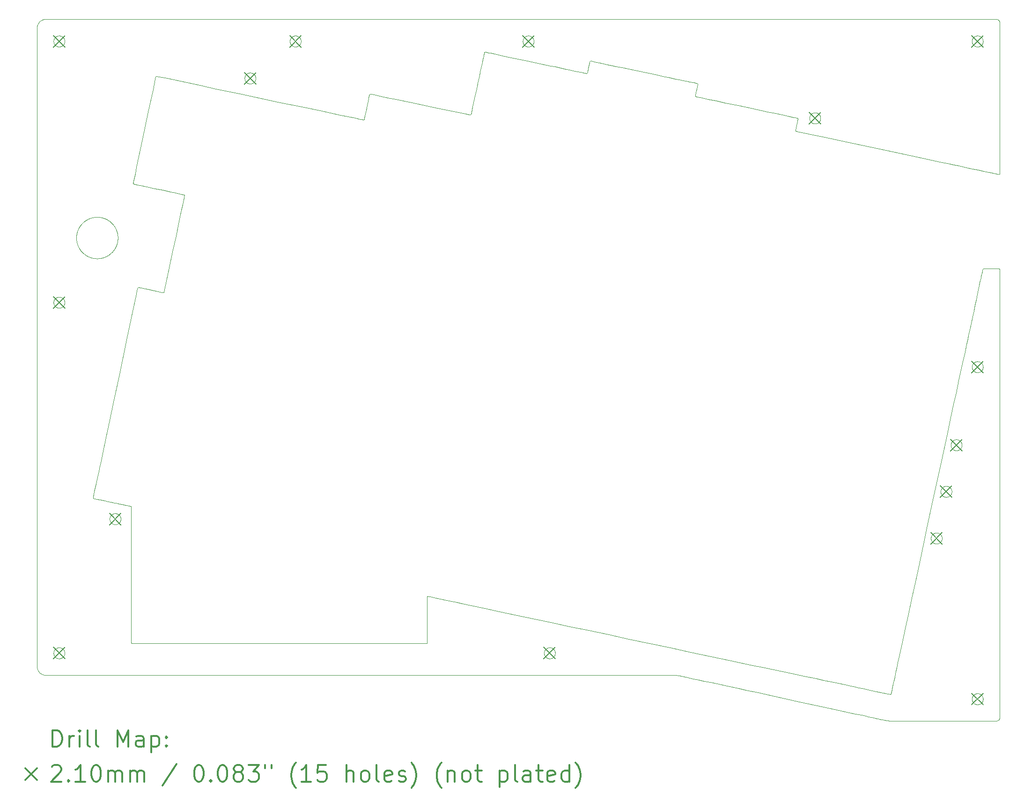
<source format=gbr>
%FSLAX45Y45*%
G04 Gerber Fmt 4.5, Leading zero omitted, Abs format (unit mm)*
G04 Created by KiCad (PCBNEW (5.1.5-0-10_14)) date 2020-05-14 05:05:33*
%MOMM*%
%LPD*%
G04 APERTURE LIST*
%TA.AperFunction,Profile*%
%ADD10C,0.050000*%
%TD*%
%ADD11C,0.200000*%
%ADD12C,0.300000*%
G04 APERTURE END LIST*
D10*
X16737605Y-14321440D02*
X16733158Y-14320494D01*
X16733158Y-14320494D02*
X16728966Y-14319633D01*
X16728966Y-14319633D02*
X16724638Y-14318773D01*
X16724638Y-14318773D02*
X16720043Y-14317894D01*
X16720043Y-14317894D02*
X16715704Y-14317096D01*
X16715704Y-14317096D02*
X16711229Y-14316305D01*
X16711229Y-14316305D02*
X16706749Y-14315546D01*
X16706749Y-14315546D02*
X16702264Y-14314818D01*
X16702264Y-14314818D02*
X16697510Y-14314081D01*
X16697510Y-14314081D02*
X16693147Y-14313438D01*
X16693147Y-14313438D02*
X16688384Y-14312770D01*
X16688384Y-14312770D02*
X16683616Y-14312137D01*
X16683616Y-14312137D02*
X16678976Y-14311556D01*
X16678976Y-14311556D02*
X16674465Y-14311024D01*
X16674465Y-14311024D02*
X16669951Y-14310525D01*
X16669951Y-14310525D02*
X16665266Y-14310040D01*
X16665266Y-14310040D02*
X16660646Y-14309596D01*
X16660646Y-14309596D02*
X16655988Y-14309182D01*
X16655988Y-14309182D02*
X16651128Y-14308787D01*
X16651128Y-14308787D02*
X16646265Y-14308429D01*
X16646265Y-14308429D02*
X16641066Y-14308087D01*
X16641066Y-14308087D02*
X16636264Y-14307810D01*
X16636264Y-14307810D02*
X16631460Y-14307568D01*
X16631460Y-14307568D02*
X16626654Y-14307362D01*
X16626654Y-14307362D02*
X16621713Y-14307188D01*
X16621713Y-14307188D02*
X16616502Y-14307047D01*
X16616502Y-14307047D02*
X16611291Y-14306948D01*
X16611291Y-14306948D02*
X16605810Y-14306890D01*
X16605810Y-14306890D02*
X16601800Y-14306877D01*
X20418828Y-15120609D02*
X20407627Y-15118177D01*
X20407627Y-15118177D02*
X20382490Y-15112719D01*
X20382490Y-15112719D02*
X20354166Y-15106570D01*
X20354166Y-15106570D02*
X20322759Y-15099751D01*
X20322759Y-15099751D02*
X20297152Y-15094192D01*
X20297152Y-15094192D02*
X20279234Y-15090302D01*
X20279234Y-15090302D02*
X20251113Y-15084197D01*
X20251113Y-15084197D02*
X20190389Y-15071014D01*
X20190389Y-15071014D02*
X20123132Y-15056412D01*
X20123132Y-15056412D02*
X20075420Y-15046054D01*
X20075420Y-15046054D02*
X19999750Y-15029627D01*
X19999750Y-15029627D02*
X19890843Y-15005984D01*
X19890843Y-15005984D02*
X19773993Y-14980616D01*
X19773993Y-14980616D02*
X19586386Y-14939888D01*
X19586386Y-14939888D02*
X19315060Y-14880986D01*
X19315060Y-14880986D02*
X18879643Y-14786461D01*
X18879643Y-14786461D02*
X18427503Y-14688306D01*
X18427503Y-14688306D02*
X18129421Y-14623595D01*
X18129421Y-14623595D02*
X17912548Y-14576514D01*
X17912548Y-14576514D02*
X17772287Y-14546065D01*
X17772287Y-14546065D02*
X17570047Y-14502160D01*
X17570047Y-14502160D02*
X17382439Y-14461432D01*
X17382439Y-14461432D02*
X17265589Y-14436064D01*
X17265589Y-14436064D02*
X17156683Y-14412421D01*
X17156683Y-14412421D02*
X17056556Y-14390684D01*
X17056556Y-14390684D02*
X16966044Y-14371035D01*
X16966044Y-14371035D02*
X16885984Y-14353654D01*
X16885984Y-14353654D02*
X16833674Y-14342297D01*
X16833674Y-14342297D02*
X16813807Y-14337984D01*
X16813807Y-14337984D02*
X16806146Y-14336320D01*
X16806146Y-14336320D02*
X16794989Y-14333898D01*
X16794989Y-14333898D02*
X16773942Y-14329329D01*
X16773942Y-14329329D02*
X16748806Y-14323872D01*
X16748806Y-14323872D02*
X16737605Y-14321440D01*
X5138475Y-2482034D02*
X5141005Y-2479559D01*
X5141005Y-2479559D02*
X5143606Y-2477125D01*
X5143606Y-2477125D02*
X5146372Y-2474653D01*
X5146372Y-2474653D02*
X5149094Y-2472329D01*
X5149094Y-2472329D02*
X5151983Y-2469974D01*
X5151983Y-2469974D02*
X5154811Y-2467774D01*
X5154811Y-2467774D02*
X5157759Y-2465587D01*
X5157759Y-2465587D02*
X5160714Y-2463498D01*
X5160714Y-2463498D02*
X5163763Y-2461444D01*
X5163763Y-2461444D02*
X5166854Y-2459464D01*
X5166854Y-2459464D02*
X5170041Y-2457525D01*
X5170041Y-2457525D02*
X5173375Y-2455602D01*
X5173375Y-2455602D02*
X5176807Y-2453734D01*
X5176807Y-2453734D02*
X5180117Y-2452032D01*
X5180117Y-2452032D02*
X5183576Y-2450356D01*
X5183576Y-2450356D02*
X5187128Y-2448740D01*
X5187128Y-2448740D02*
X5190662Y-2447234D01*
X5190662Y-2447234D02*
X5194345Y-2445770D01*
X5194345Y-2445770D02*
X5198006Y-2444417D01*
X5198006Y-2444417D02*
X5201845Y-2443106D01*
X5201845Y-2443106D02*
X5205835Y-2441858D01*
X5205835Y-2441858D02*
X5209888Y-2440706D01*
X5209888Y-2440706D02*
X5214211Y-2439602D01*
X5214211Y-2439602D02*
X5218448Y-2438644D01*
X5218448Y-2438644D02*
X5222775Y-2437790D01*
X5222775Y-2437790D02*
X5227130Y-2437054D01*
X5227130Y-2437054D02*
X5231755Y-2436407D01*
X5231755Y-2436407D02*
X5236406Y-2435894D01*
X5236406Y-2435894D02*
X5241142Y-2435513D01*
X5241142Y-2435513D02*
X5245930Y-2435271D01*
X5245930Y-2435271D02*
X5251047Y-2435172D01*
X5251047Y-2435172D02*
X5251607Y-2435171D01*
X5091612Y-2595174D02*
X5091693Y-2590086D01*
X5091693Y-2590086D02*
X5091921Y-2585234D01*
X5091921Y-2585234D02*
X5092281Y-2580556D01*
X5092281Y-2580556D02*
X5092765Y-2575993D01*
X5092765Y-2575993D02*
X5093361Y-2571577D01*
X5093361Y-2571577D02*
X5094100Y-2567065D01*
X5094100Y-2567065D02*
X5094907Y-2562868D01*
X5094907Y-2562868D02*
X5095831Y-2558669D01*
X5095831Y-2558669D02*
X5096833Y-2554634D01*
X5096833Y-2554634D02*
X5097954Y-2550571D01*
X5097954Y-2550571D02*
X5099145Y-2546658D01*
X5099145Y-2546658D02*
X5100434Y-2542778D01*
X5100434Y-2542778D02*
X5101800Y-2538992D01*
X5101800Y-2538992D02*
X5103283Y-2535185D01*
X5103283Y-2535185D02*
X5104766Y-2531641D01*
X5104766Y-2531641D02*
X5106565Y-2527635D01*
X5106565Y-2527635D02*
X5108283Y-2524062D01*
X5108283Y-2524062D02*
X5109975Y-2520747D01*
X5109975Y-2520747D02*
X5111842Y-2517296D01*
X5111842Y-2517296D02*
X5113748Y-2513970D01*
X5113748Y-2513970D02*
X5115678Y-2510778D01*
X5115678Y-2510778D02*
X5117634Y-2507707D01*
X5117634Y-2507707D02*
X5119765Y-2504526D01*
X5119765Y-2504526D02*
X5121938Y-2501443D01*
X5121938Y-2501443D02*
X5124066Y-2498567D01*
X5124066Y-2498567D02*
X5126261Y-2495735D01*
X5126261Y-2495735D02*
X5128533Y-2492938D01*
X5128533Y-2492938D02*
X5130891Y-2490164D01*
X5130891Y-2490164D02*
X5133378Y-2487371D01*
X5133378Y-2487371D02*
X5135915Y-2484654D01*
X5135915Y-2484654D02*
X5138387Y-2482122D01*
X5138387Y-2482122D02*
X5138475Y-2482034D01*
X5091612Y-14146857D02*
X5091612Y-2595174D01*
X5138475Y-14259972D02*
X5135936Y-14257377D01*
X5135936Y-14257377D02*
X5133493Y-14254765D01*
X5133493Y-14254765D02*
X5131094Y-14252081D01*
X5131094Y-14252081D02*
X5128750Y-14249338D01*
X5128750Y-14249338D02*
X5126491Y-14246570D01*
X5126491Y-14246570D02*
X5124215Y-14243647D01*
X5124215Y-14243647D02*
X5122082Y-14240775D01*
X5122082Y-14240775D02*
X5119800Y-14237545D01*
X5119800Y-14237545D02*
X5117651Y-14234340D01*
X5117651Y-14234340D02*
X5115646Y-14231192D01*
X5115646Y-14231192D02*
X5113717Y-14228000D01*
X5113717Y-14228000D02*
X5111835Y-14224714D01*
X5111835Y-14224714D02*
X5110025Y-14221372D01*
X5110025Y-14221372D02*
X5108310Y-14218017D01*
X5108310Y-14218017D02*
X5106590Y-14214444D01*
X5106590Y-14214444D02*
X5104887Y-14210663D01*
X5104887Y-14210663D02*
X5103398Y-14207122D01*
X5103398Y-14207122D02*
X5101950Y-14203432D01*
X5101950Y-14203432D02*
X5100614Y-14199764D01*
X5100614Y-14199764D02*
X5099321Y-14195919D01*
X5099321Y-14195919D02*
X5098005Y-14191629D01*
X5098005Y-14191629D02*
X5096914Y-14187701D01*
X5096914Y-14187701D02*
X5095880Y-14183564D01*
X5095880Y-14183564D02*
X5094972Y-14179471D01*
X5094972Y-14179471D02*
X5094143Y-14175201D01*
X5094143Y-14175201D02*
X5093429Y-14170904D01*
X5093429Y-14170904D02*
X5092787Y-14166215D01*
X5092787Y-14166215D02*
X5092295Y-14161624D01*
X5092295Y-14161624D02*
X5091925Y-14156856D01*
X5091925Y-14156856D02*
X5091693Y-14151943D01*
X5091693Y-14151943D02*
X5091612Y-14146981D01*
X5091612Y-14146981D02*
X5091612Y-14146857D01*
X5251607Y-14306877D02*
X5246519Y-14306796D01*
X5246519Y-14306796D02*
X5241635Y-14306566D01*
X5241635Y-14306566D02*
X5236958Y-14306206D01*
X5236958Y-14306206D02*
X5232427Y-14305724D01*
X5232427Y-14305724D02*
X5228010Y-14305129D01*
X5228010Y-14305129D02*
X5223499Y-14304390D01*
X5223499Y-14304390D02*
X5218927Y-14303505D01*
X5218927Y-14303505D02*
X5214835Y-14302595D01*
X5214835Y-14302595D02*
X5210758Y-14301575D01*
X5210758Y-14301575D02*
X5206830Y-14300484D01*
X5206830Y-14300484D02*
X5202686Y-14299214D01*
X5202686Y-14299214D02*
X5198926Y-14297954D01*
X5198926Y-14297954D02*
X5195257Y-14296624D01*
X5195257Y-14296624D02*
X5191395Y-14295112D01*
X5191395Y-14295112D02*
X5187854Y-14293623D01*
X5187854Y-14293623D02*
X5184239Y-14291998D01*
X5184239Y-14291998D02*
X5180718Y-14290310D01*
X5180718Y-14290310D02*
X5177239Y-14288536D01*
X5177239Y-14288536D02*
X5173962Y-14286765D01*
X5173962Y-14286765D02*
X5170620Y-14284855D01*
X5170620Y-14284855D02*
X5167322Y-14282864D01*
X5167322Y-14282864D02*
X5164224Y-14280892D01*
X5164224Y-14280892D02*
X5161168Y-14278847D01*
X5161168Y-14278847D02*
X5158157Y-14276730D01*
X5158157Y-14276730D02*
X5155191Y-14274541D01*
X5155191Y-14274541D02*
X5152260Y-14272270D01*
X5152260Y-14272270D02*
X5149426Y-14269969D01*
X5149426Y-14269969D02*
X5146721Y-14267669D01*
X5146721Y-14267669D02*
X5144018Y-14265264D01*
X5144018Y-14265264D02*
X5141364Y-14262793D01*
X5141364Y-14262793D02*
X5138717Y-14260214D01*
X5138717Y-14260214D02*
X5138475Y-14259972D01*
X16601800Y-14306877D02*
X5251607Y-14306877D01*
X22480291Y-2453917D02*
X22482757Y-2456520D01*
X22482757Y-2456520D02*
X22485097Y-2459287D01*
X22485097Y-2459287D02*
X22487326Y-2462250D01*
X22487326Y-2462250D02*
X22489338Y-2465269D01*
X22489338Y-2465269D02*
X22491196Y-2468433D01*
X22491196Y-2468433D02*
X22492908Y-2471782D01*
X22492908Y-2471782D02*
X22494436Y-2475261D01*
X22494436Y-2475261D02*
X22495789Y-2478929D01*
X22495789Y-2478929D02*
X22496947Y-2482789D01*
X22496947Y-2482789D02*
X22497889Y-2486867D01*
X22497889Y-2486867D02*
X22498591Y-2491230D01*
X22498591Y-2491230D02*
X22499001Y-2495848D01*
X22499001Y-2495848D02*
X22499087Y-2499171D01*
X22435079Y-2435171D02*
X22439931Y-2435356D01*
X22439931Y-2435356D02*
X22444461Y-2435865D01*
X22444461Y-2435865D02*
X22448841Y-2436674D01*
X22448841Y-2436674D02*
X22452931Y-2437721D01*
X22452931Y-2437721D02*
X22456755Y-2438967D01*
X22456755Y-2438967D02*
X22460391Y-2440407D01*
X22460391Y-2440407D02*
X22463912Y-2442056D01*
X22463912Y-2442056D02*
X22467257Y-2443876D01*
X22467257Y-2443876D02*
X22470475Y-2445882D01*
X22470475Y-2445882D02*
X22473440Y-2447978D01*
X22473440Y-2447978D02*
X22476388Y-2450327D01*
X22476388Y-2450327D02*
X22479044Y-2452704D01*
X22479044Y-2452704D02*
X22480291Y-2453917D01*
X22435079Y-15135171D02*
X20554633Y-15135171D01*
X21999046Y-14738254D02*
X21999164Y-14733357D01*
X21999164Y-14733357D02*
X21999524Y-14728441D01*
X21999524Y-14728441D02*
X22000073Y-14723904D01*
X22000073Y-14723904D02*
X22000802Y-14719545D01*
X22000802Y-14719545D02*
X22001700Y-14715327D01*
X22001700Y-14715327D02*
X22002743Y-14711288D01*
X22002743Y-14711288D02*
X22003936Y-14707352D01*
X22003936Y-14707352D02*
X22005259Y-14703557D01*
X22005259Y-14703557D02*
X22006773Y-14699728D01*
X22006773Y-14699728D02*
X22008310Y-14696252D01*
X22008310Y-14696252D02*
X22009974Y-14692846D01*
X22009974Y-14692846D02*
X22011771Y-14689498D01*
X22011771Y-14689498D02*
X22013671Y-14686258D01*
X22013671Y-14686258D02*
X22015698Y-14683082D01*
X22015698Y-14683082D02*
X22017752Y-14680110D01*
X22017752Y-14680110D02*
X22019932Y-14677187D01*
X22019932Y-14677187D02*
X22022263Y-14674289D01*
X22022263Y-14674289D02*
X22024623Y-14671565D01*
X22024623Y-14671565D02*
X22027182Y-14668819D01*
X22027182Y-14668819D02*
X22029950Y-14666067D01*
X22029950Y-14666067D02*
X22032795Y-14663448D01*
X22032795Y-14663448D02*
X22035565Y-14661082D01*
X22035565Y-14661082D02*
X22038511Y-14658747D01*
X22038511Y-14658747D02*
X22041453Y-14656587D01*
X22041453Y-14656587D02*
X22044632Y-14654430D01*
X22044632Y-14654430D02*
X22047735Y-14652489D01*
X22047735Y-14652489D02*
X22051012Y-14650606D01*
X22051012Y-14650606D02*
X22054365Y-14648844D01*
X22054365Y-14648844D02*
X22057792Y-14647206D01*
X22057792Y-14647206D02*
X22061288Y-14645695D01*
X22061288Y-14645695D02*
X22064942Y-14644282D01*
X22064942Y-14644282D02*
X22068772Y-14642975D01*
X22068772Y-14642975D02*
X22072652Y-14641824D01*
X22072652Y-14641824D02*
X22076709Y-14640802D01*
X22076709Y-14640802D02*
X22080945Y-14639925D01*
X22080945Y-14639925D02*
X22085595Y-14639180D01*
X22085595Y-14639180D02*
X22090314Y-14638652D01*
X22090314Y-14638652D02*
X22095257Y-14638339D01*
X22095257Y-14638339D02*
X22099207Y-14638263D01*
X22099207Y-14838330D02*
X22094135Y-14838204D01*
X22094135Y-14838204D02*
X22089405Y-14837856D01*
X22089405Y-14837856D02*
X22084913Y-14837318D01*
X22084913Y-14837318D02*
X22080484Y-14836583D01*
X22080484Y-14836583D02*
X22076331Y-14835706D01*
X22076331Y-14835706D02*
X22072336Y-14834686D01*
X22072336Y-14834686D02*
X22068333Y-14833483D01*
X22068333Y-14833483D02*
X22064564Y-14832180D01*
X22064564Y-14832180D02*
X22060900Y-14830747D01*
X22060900Y-14830747D02*
X22057239Y-14829144D01*
X22057239Y-14829144D02*
X22053824Y-14827488D01*
X22053824Y-14827488D02*
X22050400Y-14825661D01*
X22050400Y-14825661D02*
X22047218Y-14823806D01*
X22047218Y-14823806D02*
X22043908Y-14821703D01*
X22043908Y-14821703D02*
X22040839Y-14819587D01*
X22040839Y-14819587D02*
X22037915Y-14817406D01*
X22037915Y-14817406D02*
X22035016Y-14815075D01*
X22035016Y-14815075D02*
X22032263Y-14812690D01*
X22032263Y-14812690D02*
X22029625Y-14810234D01*
X22029625Y-14810234D02*
X22027078Y-14807686D01*
X22027078Y-14807686D02*
X22024623Y-14805048D01*
X22024623Y-14805048D02*
X22022287Y-14802351D01*
X22022287Y-14802351D02*
X22020024Y-14799543D01*
X22020024Y-14799543D02*
X22017829Y-14796606D01*
X22017829Y-14796606D02*
X22015782Y-14793652D01*
X22015782Y-14793652D02*
X22013750Y-14790476D01*
X22013750Y-14790476D02*
X22011892Y-14787319D01*
X22011892Y-14787319D02*
X22010113Y-14784023D01*
X22010113Y-14784023D02*
X22008439Y-14780619D01*
X22008439Y-14780619D02*
X22006773Y-14776864D01*
X22006773Y-14776864D02*
X22005312Y-14773172D01*
X22005312Y-14773172D02*
X22003996Y-14769410D01*
X22003996Y-14769410D02*
X22002816Y-14765545D01*
X22002816Y-14765545D02*
X22001781Y-14761577D01*
X22001781Y-14761577D02*
X22000883Y-14757433D01*
X22000883Y-14757433D02*
X22000142Y-14753109D01*
X22000142Y-14753109D02*
X21999571Y-14748567D01*
X21999571Y-14748567D02*
X21999189Y-14743645D01*
X21999189Y-14743645D02*
X21999047Y-14738658D01*
X21999047Y-14738658D02*
X21999046Y-14738254D01*
X5251607Y-2435171D02*
X22435079Y-2435171D01*
X22499087Y-2499171D02*
X22499087Y-5227283D01*
X22499087Y-5227283D02*
X22499087Y-5227283D01*
X22199029Y-14738254D02*
X22198908Y-14743205D01*
X22198908Y-14743205D02*
X22198567Y-14747936D01*
X22198567Y-14747936D02*
X22198030Y-14752448D01*
X22198030Y-14752448D02*
X22197232Y-14757241D01*
X22197232Y-14757241D02*
X22196344Y-14761389D01*
X22196344Y-14761389D02*
X22195297Y-14765434D01*
X22195297Y-14765434D02*
X22194124Y-14769301D01*
X22194124Y-14769301D02*
X22192828Y-14773029D01*
X22192828Y-14773029D02*
X22191318Y-14776864D01*
X22191318Y-14776864D02*
X22189736Y-14780447D01*
X22189736Y-14780447D02*
X22188056Y-14783888D01*
X22188056Y-14783888D02*
X22186295Y-14787171D01*
X22186295Y-14787171D02*
X22184437Y-14790347D01*
X22184437Y-14790347D02*
X22182415Y-14793526D01*
X22182415Y-14793526D02*
X22180367Y-14796500D01*
X22180367Y-14796500D02*
X22178123Y-14799513D01*
X22178123Y-14799513D02*
X22175868Y-14802323D01*
X22175868Y-14802323D02*
X22173452Y-14805118D01*
X22173452Y-14805118D02*
X22170988Y-14807767D01*
X22170988Y-14807767D02*
X22168419Y-14810338D01*
X22168419Y-14810338D02*
X22165786Y-14812790D01*
X22165786Y-14812790D02*
X22163066Y-14815147D01*
X22163066Y-14815147D02*
X22160247Y-14817417D01*
X22160247Y-14817417D02*
X22157347Y-14819587D01*
X22157347Y-14819587D02*
X22154383Y-14821641D01*
X22154383Y-14821641D02*
X22151246Y-14823649D01*
X22151246Y-14823649D02*
X22148097Y-14825504D01*
X22148097Y-14825504D02*
X22144809Y-14827281D01*
X22144809Y-14827281D02*
X22141278Y-14829016D01*
X22141278Y-14829016D02*
X22137811Y-14830556D01*
X22137811Y-14830556D02*
X22134133Y-14832020D01*
X22134133Y-14832020D02*
X22130387Y-14833340D01*
X22130387Y-14833340D02*
X22126426Y-14834555D01*
X22126426Y-14834555D02*
X22122397Y-14835608D01*
X22122397Y-14835608D02*
X22118191Y-14836517D01*
X22118191Y-14836517D02*
X22113844Y-14837258D01*
X22113844Y-14837258D02*
X22109358Y-14837817D01*
X22109358Y-14837817D02*
X22104613Y-14838185D01*
X22104613Y-14838185D02*
X22099650Y-14838329D01*
X22099650Y-14838329D02*
X22099207Y-14838330D01*
X22099207Y-14638263D02*
X22104096Y-14638381D01*
X22104096Y-14638381D02*
X22108846Y-14638725D01*
X22108846Y-14638725D02*
X22113340Y-14639262D01*
X22113340Y-14639262D02*
X22117713Y-14639986D01*
X22117713Y-14639986D02*
X22121908Y-14640872D01*
X22121908Y-14640872D02*
X22126222Y-14641984D01*
X22126222Y-14641984D02*
X22130096Y-14643163D01*
X22130096Y-14643163D02*
X22133848Y-14644474D01*
X22133848Y-14644474D02*
X22137530Y-14645928D01*
X22137530Y-14645928D02*
X22141003Y-14647459D01*
X22141003Y-14647459D02*
X22144372Y-14649100D01*
X22144372Y-14649100D02*
X22147736Y-14650899D01*
X22147736Y-14650899D02*
X22150989Y-14652802D01*
X22150989Y-14652802D02*
X22154163Y-14654823D01*
X22154163Y-14654823D02*
X22157255Y-14656958D01*
X22157255Y-14656958D02*
X22160144Y-14659113D01*
X22160144Y-14659113D02*
X22163181Y-14661561D01*
X22163181Y-14661561D02*
X22165897Y-14663923D01*
X22165897Y-14663923D02*
X22168500Y-14666353D01*
X22168500Y-14666353D02*
X22171274Y-14669144D01*
X22171274Y-14669144D02*
X22173689Y-14671760D01*
X22173689Y-14671760D02*
X22176059Y-14674520D01*
X22176059Y-14674520D02*
X22178284Y-14677306D01*
X22178284Y-14677306D02*
X22180541Y-14680355D01*
X22180541Y-14680355D02*
X22182602Y-14683364D01*
X22182602Y-14683364D02*
X22184594Y-14686516D01*
X22184594Y-14686516D02*
X22186433Y-14689679D01*
X22186433Y-14689679D02*
X22188193Y-14692981D01*
X22188193Y-14692981D02*
X22189959Y-14696631D01*
X22189959Y-14696631D02*
X22191551Y-14700290D01*
X22191551Y-14700290D02*
X22192987Y-14703987D01*
X22192987Y-14703987D02*
X22194360Y-14708009D01*
X22194360Y-14708009D02*
X22195503Y-14711882D01*
X22195503Y-14711882D02*
X22196519Y-14715931D01*
X22196519Y-14715931D02*
X22197386Y-14720139D01*
X22197386Y-14720139D02*
X22198091Y-14724526D01*
X22198091Y-14724526D02*
X22198611Y-14729072D01*
X22198611Y-14729072D02*
X22198932Y-14733836D01*
X22198932Y-14733836D02*
X22199029Y-14738254D01*
X5491789Y-13806836D02*
X5496713Y-13806956D01*
X5496713Y-13806956D02*
X5501380Y-13807294D01*
X5501380Y-13807294D02*
X5506122Y-13807864D01*
X5506122Y-13807864D02*
X5510452Y-13808589D01*
X5510452Y-13808589D02*
X5514754Y-13809507D01*
X5514754Y-13809507D02*
X5518839Y-13810567D01*
X5518839Y-13810567D02*
X5522801Y-13811776D01*
X5522801Y-13811776D02*
X5526549Y-13813091D01*
X5526549Y-13813091D02*
X5530193Y-13814534D01*
X5530193Y-13814534D02*
X5533835Y-13816147D01*
X5533835Y-13816147D02*
X5537232Y-13817813D01*
X5537232Y-13817813D02*
X5540555Y-13819602D01*
X5540555Y-13819602D02*
X5543770Y-13821493D01*
X5543770Y-13821493D02*
X5546845Y-13823457D01*
X5546845Y-13823457D02*
X5549843Y-13825530D01*
X5549843Y-13825530D02*
X5552820Y-13827753D01*
X5552820Y-13827753D02*
X5555624Y-13830011D01*
X5555624Y-13830011D02*
X5558344Y-13832367D01*
X5558344Y-13832367D02*
X5561302Y-13835130D01*
X5561302Y-13835130D02*
X5563835Y-13837684D01*
X5563835Y-13837684D02*
X5566276Y-13840328D01*
X5566276Y-13840328D02*
X5568623Y-13843058D01*
X5568623Y-13843058D02*
X5570848Y-13845843D01*
X5570848Y-13845843D02*
X5573020Y-13848769D01*
X5573020Y-13848769D02*
X5575076Y-13851759D01*
X5575076Y-13851759D02*
X5577084Y-13854923D01*
X5577084Y-13854923D02*
X5578929Y-13858083D01*
X5578929Y-13858083D02*
X5580696Y-13861382D01*
X5580696Y-13861382D02*
X5582357Y-13864788D01*
X5582357Y-13864788D02*
X5583936Y-13868371D01*
X5583936Y-13868371D02*
X5585404Y-13872096D01*
X5585404Y-13872096D02*
X5586713Y-13875856D01*
X5586713Y-13875856D02*
X5587886Y-13879720D01*
X5587886Y-13879720D02*
X5588923Y-13883723D01*
X5588923Y-13883723D02*
X5589827Y-13887942D01*
X5589827Y-13887942D02*
X5590561Y-13892303D01*
X5590561Y-13892303D02*
X5591114Y-13896804D01*
X5591114Y-13896804D02*
X5591485Y-13901763D01*
X5591485Y-13901763D02*
X5591611Y-13906787D01*
X5591611Y-13906787D02*
X5591611Y-13906827D01*
X5391612Y-13906827D02*
X5391729Y-13901943D01*
X5391729Y-13901943D02*
X5392074Y-13897159D01*
X5392074Y-13897159D02*
X5392616Y-13892614D01*
X5392616Y-13892614D02*
X5393360Y-13888134D01*
X5393360Y-13888134D02*
X5394238Y-13883987D01*
X5394238Y-13883987D02*
X5395276Y-13879943D01*
X5395276Y-13879943D02*
X5396452Y-13876039D01*
X5396452Y-13876039D02*
X5397769Y-13872240D01*
X5397769Y-13872240D02*
X5399336Y-13868265D01*
X5399336Y-13868265D02*
X5400872Y-13864788D01*
X5400872Y-13864788D02*
X5402536Y-13861382D01*
X5402536Y-13861382D02*
X5404323Y-13858050D01*
X5404323Y-13858050D02*
X5406173Y-13854890D01*
X5406173Y-13854890D02*
X5408258Y-13851618D01*
X5408258Y-13851618D02*
X5410312Y-13848646D01*
X5410312Y-13848646D02*
X5412468Y-13845754D01*
X5412468Y-13845754D02*
X5414822Y-13842828D01*
X5414822Y-13842828D02*
X5417182Y-13840104D01*
X5417182Y-13840104D02*
X5419610Y-13837495D01*
X5419610Y-13837495D02*
X5422184Y-13834921D01*
X5422184Y-13834921D02*
X5424821Y-13832467D01*
X5424821Y-13832467D02*
X5427516Y-13830131D01*
X5427516Y-13830131D02*
X5430681Y-13827592D01*
X5430681Y-13827592D02*
X5433858Y-13825246D01*
X5433858Y-13825246D02*
X5436844Y-13823209D01*
X5436844Y-13823209D02*
X5440133Y-13821141D01*
X5440133Y-13821141D02*
X5443440Y-13819235D01*
X5443440Y-13819235D02*
X5446756Y-13817487D01*
X5446756Y-13817487D02*
X5450215Y-13815829D01*
X5450215Y-13815829D02*
X5453851Y-13814257D01*
X5453851Y-13814257D02*
X5457559Y-13812827D01*
X5457559Y-13812827D02*
X5461337Y-13811540D01*
X5461337Y-13811540D02*
X5465331Y-13810361D01*
X5465331Y-13810361D02*
X5469354Y-13809354D01*
X5469354Y-13809354D02*
X5473554Y-13808489D01*
X5473554Y-13808489D02*
X5478169Y-13807752D01*
X5478169Y-13807752D02*
X5482692Y-13807242D01*
X5482692Y-13807242D02*
X5487415Y-13806929D01*
X5487415Y-13806929D02*
X5491789Y-13806836D01*
X5491789Y-14006903D02*
X5486874Y-14006785D01*
X5486874Y-14006785D02*
X5482099Y-14006441D01*
X5482099Y-14006441D02*
X5477544Y-14005899D01*
X5477544Y-14005899D02*
X5473247Y-14005193D01*
X5473247Y-14005193D02*
X5469089Y-14004324D01*
X5469089Y-14004324D02*
X5464939Y-14003269D01*
X5464939Y-14003269D02*
X5460880Y-14002050D01*
X5460880Y-14002050D02*
X5457128Y-14000753D01*
X5457128Y-14000753D02*
X5453462Y-13999320D01*
X5453462Y-13999320D02*
X5449938Y-13997781D01*
X5449938Y-13997781D02*
X5446520Y-13996130D01*
X5446520Y-13996130D02*
X5442960Y-13994235D01*
X5442960Y-13994235D02*
X5439777Y-13992379D01*
X5439777Y-13992379D02*
X5436592Y-13990360D01*
X5436592Y-13990360D02*
X5433581Y-13988291D01*
X5433581Y-13988291D02*
X5430592Y-13986071D01*
X5430592Y-13986071D02*
X5427776Y-13983816D01*
X5427776Y-13983816D02*
X5424960Y-13981388D01*
X5424960Y-13981388D02*
X5422332Y-13978950D01*
X5422332Y-13978950D02*
X5419819Y-13976448D01*
X5419819Y-13976448D02*
X5417307Y-13973761D01*
X5417307Y-13973761D02*
X5414906Y-13970997D01*
X5414906Y-13970997D02*
X5412653Y-13968205D01*
X5412653Y-13968205D02*
X5410509Y-13965348D01*
X5410509Y-13965348D02*
X5408258Y-13962099D01*
X5408258Y-13962099D02*
X5406251Y-13958953D01*
X5406251Y-13958953D02*
X5404277Y-13955580D01*
X5404277Y-13955580D02*
X5402467Y-13952192D01*
X5402467Y-13952192D02*
X5400681Y-13948503D01*
X5400681Y-13948503D02*
X5399160Y-13945015D01*
X5399160Y-13945015D02*
X5397730Y-13941351D01*
X5397730Y-13941351D02*
X5396417Y-13937545D01*
X5396417Y-13937545D02*
X5395260Y-13933691D01*
X5395260Y-13933691D02*
X5394229Y-13929660D01*
X5394229Y-13929660D02*
X5393353Y-13925508D01*
X5393353Y-13925508D02*
X5392639Y-13921216D01*
X5392639Y-13921216D02*
X5392093Y-13916707D01*
X5392093Y-13916707D02*
X5391738Y-13911898D01*
X5391738Y-13911898D02*
X5391612Y-13906827D01*
X14362113Y-14006903D02*
X14357194Y-14006785D01*
X14357194Y-14006785D02*
X14352515Y-14006450D01*
X14352515Y-14006450D02*
X14347976Y-14005916D01*
X14347976Y-14005916D02*
X14343675Y-14005214D01*
X14343675Y-14005214D02*
X14339286Y-14004297D01*
X14339286Y-14004297D02*
X14335249Y-14003269D01*
X14335249Y-14003269D02*
X14331189Y-14002050D01*
X14331189Y-14002050D02*
X14327436Y-14000753D01*
X14327436Y-14000753D02*
X14323771Y-13999320D01*
X14323771Y-13999320D02*
X14320246Y-13997781D01*
X14320246Y-13997781D02*
X14316828Y-13996130D01*
X14316828Y-13996130D02*
X14313268Y-13994235D01*
X14313268Y-13994235D02*
X14310087Y-13992379D01*
X14310087Y-13992379D02*
X14306808Y-13990297D01*
X14306808Y-13990297D02*
X14303678Y-13988138D01*
X14303678Y-13988138D02*
X14300785Y-13985979D01*
X14300785Y-13985979D02*
X14297887Y-13983648D01*
X14297887Y-13983648D02*
X14295135Y-13981263D01*
X14295135Y-13981263D02*
X14292499Y-13978807D01*
X14292499Y-13978807D02*
X14289979Y-13976286D01*
X14289979Y-13976286D02*
X14287500Y-13973621D01*
X14287500Y-13973621D02*
X14285142Y-13970896D01*
X14285142Y-13970896D02*
X14282904Y-13968116D01*
X14282904Y-13968116D02*
X14280722Y-13965195D01*
X14280722Y-13965195D02*
X14278582Y-13962099D01*
X14278582Y-13962099D02*
X14276577Y-13958953D01*
X14276577Y-13958953D02*
X14274724Y-13955794D01*
X14274724Y-13955794D02*
X14272934Y-13952461D01*
X14272934Y-13952461D02*
X14271282Y-13949089D01*
X14271282Y-13949089D02*
X14269726Y-13945578D01*
X14269726Y-13945578D02*
X14268295Y-13941978D01*
X14268295Y-13941978D02*
X14266990Y-13938276D01*
X14266990Y-13938276D02*
X14265800Y-13934415D01*
X14265800Y-13934415D02*
X14264755Y-13930452D01*
X14264755Y-13930452D02*
X14263846Y-13926312D01*
X14263846Y-13926312D02*
X14263099Y-13922033D01*
X14263099Y-13922033D02*
X14262522Y-13917574D01*
X14262522Y-13917574D02*
X14262130Y-13912857D01*
X14262130Y-13912857D02*
X14261958Y-13907919D01*
X14261958Y-13907919D02*
X14261952Y-13906827D01*
X22099207Y-14838330D02*
X22099207Y-14838330D01*
X5591611Y-13906827D02*
X5591491Y-13911778D01*
X5591491Y-13911778D02*
X5591149Y-13916509D01*
X5591149Y-13916509D02*
X5590612Y-13921021D01*
X5590612Y-13921021D02*
X5589834Y-13925699D01*
X5589834Y-13925699D02*
X5588896Y-13930075D01*
X5588896Y-13930075D02*
X5587844Y-13934118D01*
X5587844Y-13934118D02*
X5586582Y-13938239D01*
X5586582Y-13938239D02*
X5585257Y-13941996D01*
X5585257Y-13941996D02*
X5583833Y-13945578D01*
X5583833Y-13945578D02*
X5582277Y-13949089D01*
X5582277Y-13949089D02*
X5580436Y-13952832D01*
X5580436Y-13952832D02*
X5578614Y-13956189D01*
X5578614Y-13956189D02*
X5576689Y-13959435D01*
X5576689Y-13959435D02*
X5574648Y-13962601D01*
X5574648Y-13962601D02*
X5572404Y-13965804D01*
X5572404Y-13965804D02*
X5570063Y-13968885D01*
X5570063Y-13968885D02*
X5567754Y-13971700D01*
X5567754Y-13971700D02*
X5565359Y-13974413D01*
X5565359Y-13974413D02*
X5562922Y-13976985D01*
X5562922Y-13976985D02*
X5560328Y-13979533D01*
X5560328Y-13979533D02*
X5557672Y-13981962D01*
X5557672Y-13981962D02*
X5554698Y-13984484D01*
X5554698Y-13984484D02*
X5551867Y-13986710D01*
X5551867Y-13986710D02*
X5548955Y-13988835D01*
X5548955Y-13988835D02*
X5545871Y-13990916D01*
X5545871Y-13990916D02*
X5542383Y-13993077D01*
X5542383Y-13993077D02*
X5539152Y-13994909D01*
X5539152Y-13994909D02*
X5535746Y-13996672D01*
X5535746Y-13996672D02*
X5531902Y-13998468D01*
X5531902Y-13998468D02*
X5528309Y-13999970D01*
X5528309Y-13999970D02*
X5524647Y-14001335D01*
X5524647Y-14001335D02*
X5520755Y-14002608D01*
X5520755Y-14002608D02*
X5516759Y-14003734D01*
X5516759Y-14003734D02*
X5512678Y-14004699D01*
X5512678Y-14004699D02*
X5508420Y-14005514D01*
X5508420Y-14005514D02*
X5503965Y-14006162D01*
X5503965Y-14006162D02*
X5499410Y-14006614D01*
X5499410Y-14006614D02*
X5494438Y-14006868D01*
X5494438Y-14006868D02*
X5491789Y-14006903D01*
X14461935Y-13906827D02*
X14461814Y-13911778D01*
X14461814Y-13911778D02*
X14461472Y-13916509D01*
X14461472Y-13916509D02*
X14460935Y-13921021D01*
X14460935Y-13921021D02*
X14460186Y-13925546D01*
X14460186Y-13925546D02*
X14459294Y-13929754D01*
X14459294Y-13929754D02*
X14458239Y-13933858D01*
X14458239Y-13933858D02*
X14457070Y-13937728D01*
X14457070Y-13937728D02*
X14455764Y-13941494D01*
X14455764Y-13941494D02*
X14454329Y-13945156D01*
X14454329Y-13945156D02*
X14452741Y-13948779D01*
X14452741Y-13948779D02*
X14451083Y-13952192D01*
X14451083Y-13952192D02*
X14449293Y-13955546D01*
X14449293Y-13955546D02*
X14447323Y-13958921D01*
X14447323Y-13958921D02*
X14445299Y-13962099D01*
X14445299Y-13962099D02*
X14443249Y-13965073D01*
X14443249Y-13965073D02*
X14441026Y-13968057D01*
X14441026Y-13968057D02*
X14438746Y-13970896D01*
X14438746Y-13970896D02*
X14436391Y-13973621D01*
X14436391Y-13973621D02*
X14433967Y-13976232D01*
X14433967Y-13976232D02*
X14431292Y-13978911D01*
X14431292Y-13978911D02*
X14428700Y-13981326D01*
X14428700Y-13981326D02*
X14425937Y-13983720D01*
X14425937Y-13983720D02*
X14423117Y-13985991D01*
X14423117Y-13985991D02*
X14420216Y-13988160D01*
X14420216Y-13988160D02*
X14417251Y-13990214D01*
X14417251Y-13990214D02*
X14414114Y-13992222D01*
X14414114Y-13992222D02*
X14410965Y-13994077D01*
X14410965Y-13994077D02*
X14407678Y-13995854D01*
X14407678Y-13995854D02*
X14404285Y-13997525D01*
X14404285Y-13997525D02*
X14400716Y-13999115D01*
X14400716Y-13999115D02*
X14397005Y-14000593D01*
X14397005Y-14000593D02*
X14393006Y-14001997D01*
X14393006Y-14001997D02*
X14389154Y-14003171D01*
X14389154Y-14003171D02*
X14384976Y-14004253D01*
X14384976Y-14004253D02*
X14380730Y-14005157D01*
X14380730Y-14005157D02*
X14376382Y-14005883D01*
X14376382Y-14005883D02*
X14371896Y-14006426D01*
X14371896Y-14006426D02*
X14367154Y-14006777D01*
X14367154Y-14006777D02*
X14362193Y-14006903D01*
X14362193Y-14006903D02*
X14362113Y-14006903D01*
X14362113Y-13806836D02*
X14366995Y-13806954D01*
X14366995Y-13806954D02*
X14371700Y-13807294D01*
X14371700Y-13807294D02*
X14376440Y-13807864D01*
X14376440Y-13807864D02*
X14380730Y-13808582D01*
X14380730Y-13808582D02*
X14385069Y-13809507D01*
X14385069Y-13809507D02*
X14389154Y-13810567D01*
X14389154Y-13810567D02*
X14393115Y-13811776D01*
X14393115Y-13811776D02*
X14396862Y-13813091D01*
X14396862Y-13813091D02*
X14400506Y-13814534D01*
X14400506Y-13814534D02*
X14404147Y-13816147D01*
X14404147Y-13816147D02*
X14407544Y-13817813D01*
X14407544Y-13817813D02*
X14410867Y-13819602D01*
X14410867Y-13819602D02*
X14414082Y-13821493D01*
X14414082Y-13821493D02*
X14417157Y-13823457D01*
X14417157Y-13823457D02*
X14420155Y-13825530D01*
X14420155Y-13825530D02*
X14423132Y-13827753D01*
X14423132Y-13827753D02*
X14425937Y-13830011D01*
X14425937Y-13830011D02*
X14428658Y-13832367D01*
X14428658Y-13832367D02*
X14431615Y-13835130D01*
X14431615Y-13835130D02*
X14434149Y-13837684D01*
X14434149Y-13837684D02*
X14436591Y-13840328D01*
X14436591Y-13840328D02*
X14438938Y-13843058D01*
X14438938Y-13843058D02*
X14441164Y-13845843D01*
X14441164Y-13845843D02*
X14443336Y-13848769D01*
X14443336Y-13848769D02*
X14445382Y-13851743D01*
X14445382Y-13851743D02*
X14447401Y-13854923D01*
X14447401Y-13854923D02*
X14449247Y-13858083D01*
X14449247Y-13858083D02*
X14451015Y-13861382D01*
X14451015Y-13861382D02*
X14452677Y-13864788D01*
X14452677Y-13864788D02*
X14454256Y-13868371D01*
X14454256Y-13868371D02*
X14455725Y-13872096D01*
X14455725Y-13872096D02*
X14457034Y-13875856D01*
X14457034Y-13875856D02*
X14458208Y-13879720D01*
X14458208Y-13879720D02*
X14459245Y-13883723D01*
X14459245Y-13883723D02*
X14460149Y-13887942D01*
X14460149Y-13887942D02*
X14460884Y-13892303D01*
X14460884Y-13892303D02*
X14461437Y-13896804D01*
X14461437Y-13896804D02*
X14461808Y-13901763D01*
X14461808Y-13901763D02*
X14461935Y-13906787D01*
X14461935Y-13906787D02*
X14461935Y-13906827D01*
X14261952Y-13906827D02*
X14262069Y-13901943D01*
X14262069Y-13901943D02*
X14262414Y-13897159D01*
X14262414Y-13897159D02*
X14262972Y-13892497D01*
X14262972Y-13892497D02*
X14263698Y-13888134D01*
X14263698Y-13888134D02*
X14264575Y-13883987D01*
X14264575Y-13883987D02*
X14265611Y-13879943D01*
X14265611Y-13879943D02*
X14266787Y-13876039D01*
X14266787Y-13876039D02*
X14268102Y-13872240D01*
X14268102Y-13872240D02*
X14269550Y-13868546D01*
X14269550Y-13868546D02*
X14271075Y-13865064D01*
X14271075Y-13865064D02*
X14272796Y-13861517D01*
X14272796Y-13861517D02*
X14274577Y-13858182D01*
X14274577Y-13858182D02*
X14276420Y-13855019D01*
X14276420Y-13855019D02*
X14278582Y-13851618D01*
X14278582Y-13851618D02*
X14280634Y-13848646D01*
X14280634Y-13848646D02*
X14282858Y-13845665D01*
X14282858Y-13845665D02*
X14285407Y-13842511D01*
X14285407Y-13842511D02*
X14287801Y-13839770D01*
X14287801Y-13839770D02*
X14290240Y-13837172D01*
X14290240Y-13837172D02*
X14292824Y-13834610D01*
X14292824Y-13834610D02*
X14295470Y-13832167D01*
X14295470Y-13832167D02*
X14298175Y-13829843D01*
X14298175Y-13829843D02*
X14301023Y-13827569D01*
X14301023Y-13827569D02*
X14304168Y-13825246D01*
X14304168Y-13825246D02*
X14307154Y-13823209D01*
X14307154Y-13823209D02*
X14310345Y-13821199D01*
X14310345Y-13821199D02*
X14313566Y-13819335D01*
X14313566Y-13819335D02*
X14316929Y-13817555D01*
X14316929Y-13817555D02*
X14320523Y-13815829D01*
X14320523Y-13815829D02*
X14324159Y-13814257D01*
X14324159Y-13814257D02*
X14327868Y-13812827D01*
X14327868Y-13812827D02*
X14331646Y-13811540D01*
X14331646Y-13811540D02*
X14335603Y-13810371D01*
X14335603Y-13810371D02*
X14339665Y-13809354D01*
X14339665Y-13809354D02*
X14343829Y-13808496D01*
X14343829Y-13808496D02*
X14348210Y-13807790D01*
X14348210Y-13807790D02*
X14352732Y-13807268D01*
X14352732Y-13807268D02*
X14357514Y-13806939D01*
X14357514Y-13806939D02*
X14362113Y-13806836D01*
X6506265Y-11579595D02*
X6501349Y-11579476D01*
X6501349Y-11579476D02*
X6496573Y-11579132D01*
X6496573Y-11579132D02*
X6492018Y-11578591D01*
X6492018Y-11578591D02*
X6487720Y-11577884D01*
X6487720Y-11577884D02*
X6483561Y-11577015D01*
X6483561Y-11577015D02*
X6479411Y-11575960D01*
X6479411Y-11575960D02*
X6475351Y-11574742D01*
X6475351Y-11574742D02*
X6471599Y-11573444D01*
X6471599Y-11573444D02*
X6467933Y-11572012D01*
X6467933Y-11572012D02*
X6464409Y-11570473D01*
X6464409Y-11570473D02*
X6460990Y-11568821D01*
X6460990Y-11568821D02*
X6457430Y-11566926D01*
X6457430Y-11566926D02*
X6454247Y-11565071D01*
X6454247Y-11565071D02*
X6451062Y-11563051D01*
X6451062Y-11563051D02*
X6448051Y-11560982D01*
X6448051Y-11560982D02*
X6445061Y-11558762D01*
X6445061Y-11558762D02*
X6442245Y-11556508D01*
X6442245Y-11556508D02*
X6439429Y-11554080D01*
X6439429Y-11554080D02*
X6436801Y-11551642D01*
X6436801Y-11551642D02*
X6434287Y-11549139D01*
X6434287Y-11549139D02*
X6431775Y-11546452D01*
X6431775Y-11546452D02*
X6429375Y-11543688D01*
X6429375Y-11543688D02*
X6427121Y-11540896D01*
X6427121Y-11540896D02*
X6424977Y-11538039D01*
X6424977Y-11538039D02*
X6422726Y-11534791D01*
X6422726Y-11534791D02*
X6420719Y-11531644D01*
X6420719Y-11531644D02*
X6418791Y-11528353D01*
X6418791Y-11528353D02*
X6417003Y-11525018D01*
X6417003Y-11525018D02*
X6415340Y-11521609D01*
X6415340Y-11521609D02*
X6413803Y-11518128D01*
X6413803Y-11518128D02*
X6412343Y-11514437D01*
X6412343Y-11514437D02*
X6411027Y-11510675D01*
X6411027Y-11510675D02*
X6409847Y-11506810D01*
X6409847Y-11506810D02*
X6408813Y-11502842D01*
X6408813Y-11502842D02*
X6407916Y-11498697D01*
X6407916Y-11498697D02*
X6407174Y-11494374D01*
X6407174Y-11494374D02*
X6406604Y-11489832D01*
X6406604Y-11489832D02*
X6406222Y-11484909D01*
X6406222Y-11484909D02*
X6406080Y-11479923D01*
X6406080Y-11479923D02*
X6406079Y-11479519D01*
X14362113Y-14006903D02*
X14362113Y-14006903D01*
X21457180Y-11830123D02*
X21457059Y-11835074D01*
X21457059Y-11835074D02*
X21456717Y-11839805D01*
X21456717Y-11839805D02*
X21456179Y-11844315D01*
X21456179Y-11844315D02*
X21455459Y-11848685D01*
X21455459Y-11848685D02*
X21454587Y-11852838D01*
X21454587Y-11852838D02*
X21453566Y-11856851D01*
X21453566Y-11856851D02*
X21452374Y-11860833D01*
X21452374Y-11860833D02*
X21451075Y-11864600D01*
X21451075Y-11864600D02*
X21449457Y-11868720D01*
X21449457Y-11868720D02*
X21447921Y-11872198D01*
X21447921Y-11872198D02*
X21446259Y-11875605D01*
X21446259Y-11875605D02*
X21444474Y-11878937D01*
X21444474Y-11878937D02*
X21442410Y-11882450D01*
X21442410Y-11882450D02*
X21440293Y-11885745D01*
X21440293Y-11885745D02*
X21438230Y-11888706D01*
X21438230Y-11888706D02*
X21436064Y-11891587D01*
X21436064Y-11891587D02*
X21433798Y-11894387D01*
X21433798Y-11894387D02*
X21431448Y-11897088D01*
X21431448Y-11897088D02*
X21428978Y-11899730D01*
X21428978Y-11899730D02*
X21426429Y-11902267D01*
X21426429Y-11902267D02*
X21423791Y-11904712D01*
X21423791Y-11904712D02*
X21421067Y-11907062D01*
X21421067Y-11907062D02*
X21418258Y-11909314D01*
X21418258Y-11909314D02*
X21415369Y-11911466D01*
X21415369Y-11911466D02*
X21412402Y-11913514D01*
X21412402Y-11913514D02*
X21409343Y-11915466D01*
X21409343Y-11915466D02*
X21406145Y-11917346D01*
X21406145Y-11917346D02*
X21402772Y-11919161D01*
X21402772Y-11919161D02*
X21399117Y-11920944D01*
X21399117Y-11920944D02*
X21395505Y-11922530D01*
X21395505Y-11922530D02*
X21391678Y-11924028D01*
X21391678Y-11924028D02*
X21387923Y-11925323D01*
X21387923Y-11925323D02*
X21383991Y-11926502D01*
X21383991Y-11926502D02*
X21379919Y-11927540D01*
X21379919Y-11927540D02*
X21375707Y-11928421D01*
X21375707Y-11928421D02*
X21371375Y-11929132D01*
X21371375Y-11929132D02*
X21366886Y-11929663D01*
X21366886Y-11929663D02*
X21362080Y-11930004D01*
X21362080Y-11930004D02*
X21357358Y-11930115D01*
X21357358Y-11730132D02*
X21362239Y-11730250D01*
X21362239Y-11730250D02*
X21366945Y-11730590D01*
X21366945Y-11730590D02*
X21371685Y-11731160D01*
X21371685Y-11731160D02*
X21375975Y-11731878D01*
X21375975Y-11731878D02*
X21380314Y-11732803D01*
X21380314Y-11732803D02*
X21384399Y-11733863D01*
X21384399Y-11733863D02*
X21388359Y-11735072D01*
X21388359Y-11735072D02*
X21392107Y-11736387D01*
X21392107Y-11736387D02*
X21395751Y-11737830D01*
X21395751Y-11737830D02*
X21399392Y-11739443D01*
X21399392Y-11739443D02*
X21402789Y-11741109D01*
X21402789Y-11741109D02*
X21406112Y-11742898D01*
X21406112Y-11742898D02*
X21409327Y-11744789D01*
X21409327Y-11744789D02*
X21412402Y-11746753D01*
X21412402Y-11746753D02*
X21415400Y-11748826D01*
X21415400Y-11748826D02*
X21418377Y-11751049D01*
X21418377Y-11751049D02*
X21421182Y-11753307D01*
X21421182Y-11753307D02*
X21423903Y-11755663D01*
X21423903Y-11755663D02*
X21426860Y-11758426D01*
X21426860Y-11758426D02*
X21429394Y-11760980D01*
X21429394Y-11760980D02*
X21431836Y-11763624D01*
X21431836Y-11763624D02*
X21434183Y-11766354D01*
X21434183Y-11766354D02*
X21436409Y-11769139D01*
X21436409Y-11769139D02*
X21438581Y-11772065D01*
X21438581Y-11772065D02*
X21440627Y-11775039D01*
X21440627Y-11775039D02*
X21442646Y-11778219D01*
X21442646Y-11778219D02*
X21444492Y-11781379D01*
X21444492Y-11781379D02*
X21446259Y-11784678D01*
X21446259Y-11784678D02*
X21447921Y-11788084D01*
X21447921Y-11788084D02*
X21449501Y-11791667D01*
X21449501Y-11791667D02*
X21450969Y-11795392D01*
X21450969Y-11795392D02*
X21452279Y-11799152D01*
X21452279Y-11799152D02*
X21453452Y-11803016D01*
X21453452Y-11803016D02*
X21454490Y-11807019D01*
X21454490Y-11807019D02*
X21455394Y-11811238D01*
X21455394Y-11811238D02*
X21456129Y-11815599D01*
X21456129Y-11815599D02*
X21456682Y-11820100D01*
X21456682Y-11820100D02*
X21457053Y-11825059D01*
X21457053Y-11825059D02*
X21457179Y-11830083D01*
X21457179Y-11830083D02*
X21457180Y-11830123D01*
X21257197Y-11830123D02*
X21257314Y-11825239D01*
X21257314Y-11825239D02*
X21257659Y-11820455D01*
X21257659Y-11820455D02*
X21258217Y-11815793D01*
X21258217Y-11815793D02*
X21258943Y-11811430D01*
X21258943Y-11811430D02*
X21259820Y-11807283D01*
X21259820Y-11807283D02*
X21260856Y-11803239D01*
X21260856Y-11803239D02*
X21262032Y-11799335D01*
X21262032Y-11799335D02*
X21263347Y-11795536D01*
X21263347Y-11795536D02*
X21264795Y-11791842D01*
X21264795Y-11791842D02*
X21266320Y-11788360D01*
X21266320Y-11788360D02*
X21268040Y-11784813D01*
X21268040Y-11784813D02*
X21269821Y-11781478D01*
X21269821Y-11781478D02*
X21271665Y-11778315D01*
X21271665Y-11778315D02*
X21273827Y-11774914D01*
X21273827Y-11774914D02*
X21275879Y-11771942D01*
X21275879Y-11771942D02*
X21278103Y-11768961D01*
X21278103Y-11768961D02*
X21280652Y-11765807D01*
X21280652Y-11765807D02*
X21283046Y-11763066D01*
X21283046Y-11763066D02*
X21285485Y-11760468D01*
X21285485Y-11760468D02*
X21288068Y-11757906D01*
X21288068Y-11757906D02*
X21290715Y-11755463D01*
X21290715Y-11755463D02*
X21293420Y-11753139D01*
X21293420Y-11753139D02*
X21296267Y-11750865D01*
X21296267Y-11750865D02*
X21299413Y-11748542D01*
X21299413Y-11748542D02*
X21302399Y-11746505D01*
X21302399Y-11746505D02*
X21305589Y-11744495D01*
X21305589Y-11744495D02*
X21308811Y-11742631D01*
X21308811Y-11742631D02*
X21312174Y-11740851D01*
X21312174Y-11740851D02*
X21315767Y-11739125D01*
X21315767Y-11739125D02*
X21319404Y-11737553D01*
X21319404Y-11737553D02*
X21323113Y-11736123D01*
X21323113Y-11736123D02*
X21326891Y-11734836D01*
X21326891Y-11734836D02*
X21330848Y-11733667D01*
X21330848Y-11733667D02*
X21334910Y-11732650D01*
X21334910Y-11732650D02*
X21339074Y-11731792D01*
X21339074Y-11731792D02*
X21343455Y-11731086D01*
X21343455Y-11731086D02*
X21347977Y-11730564D01*
X21347977Y-11730564D02*
X21352759Y-11730235D01*
X21352759Y-11730235D02*
X21357358Y-11730132D01*
X21357358Y-11930115D02*
X21352439Y-11929996D01*
X21352439Y-11929996D02*
X21347759Y-11929663D01*
X21347759Y-11929663D02*
X21343221Y-11929129D01*
X21343221Y-11929129D02*
X21338920Y-11928429D01*
X21338920Y-11928429D02*
X21334644Y-11927540D01*
X21334644Y-11927540D02*
X21330438Y-11926472D01*
X21330438Y-11926472D02*
X21326452Y-11925276D01*
X21326452Y-11925276D02*
X21322394Y-11923869D01*
X21322394Y-11923869D02*
X21318786Y-11922449D01*
X21318786Y-11922449D02*
X21314974Y-11920768D01*
X21314974Y-11920768D02*
X21311532Y-11919083D01*
X21311532Y-11919083D02*
X21308101Y-11917235D01*
X21308101Y-11917235D02*
X21304816Y-11915299D01*
X21304816Y-11915299D02*
X21301645Y-11913264D01*
X21301645Y-11913264D02*
X21298648Y-11911180D01*
X21298648Y-11911180D02*
X21295673Y-11908946D01*
X21295673Y-11908946D02*
X21292758Y-11906581D01*
X21292758Y-11906581D02*
X21290073Y-11904236D01*
X21290073Y-11904236D02*
X21287421Y-11901746D01*
X21287421Y-11901746D02*
X21284886Y-11899190D01*
X21284886Y-11899190D02*
X21282382Y-11896474D01*
X21282382Y-11896474D02*
X21280003Y-11893695D01*
X21280003Y-11893695D02*
X21277668Y-11890755D01*
X21277668Y-11890755D02*
X21275530Y-11887850D01*
X21275530Y-11887850D02*
X21273495Y-11884867D01*
X21273495Y-11884867D02*
X21271334Y-11881419D01*
X21271334Y-11881419D02*
X21269501Y-11878227D01*
X21269501Y-11878227D02*
X21267767Y-11874929D01*
X21267767Y-11874929D02*
X21266067Y-11871369D01*
X21266067Y-11871369D02*
X21264505Y-11867734D01*
X21264505Y-11867734D02*
X21263098Y-11864061D01*
X21263098Y-11864061D02*
X21261821Y-11860284D01*
X21261821Y-11860284D02*
X21260652Y-11856292D01*
X21260652Y-11856292D02*
X21259638Y-11852194D01*
X21259638Y-11852194D02*
X21258780Y-11847955D01*
X21258780Y-11847955D02*
X21258092Y-11843574D01*
X21258092Y-11843574D02*
X21257572Y-11838855D01*
X21257572Y-11838855D02*
X21257273Y-11834073D01*
X21257273Y-11834073D02*
X21257197Y-11830123D01*
X5491789Y-14006903D02*
X5491789Y-14006903D01*
X21532872Y-11085226D02*
X21527953Y-11085108D01*
X21527953Y-11085108D02*
X21523273Y-11084774D01*
X21523273Y-11084774D02*
X21518735Y-11084241D01*
X21518735Y-11084241D02*
X21514434Y-11083540D01*
X21514434Y-11083540D02*
X21510158Y-11082651D01*
X21510158Y-11082651D02*
X21505952Y-11081583D01*
X21505952Y-11081583D02*
X21501966Y-11080388D01*
X21501966Y-11080388D02*
X21497908Y-11078980D01*
X21497908Y-11078980D02*
X21494300Y-11077561D01*
X21494300Y-11077561D02*
X21490488Y-11075880D01*
X21490488Y-11075880D02*
X21487046Y-11074195D01*
X21487046Y-11074195D02*
X21483615Y-11072347D01*
X21483615Y-11072347D02*
X21480330Y-11070410D01*
X21480330Y-11070410D02*
X21477159Y-11068375D01*
X21477159Y-11068375D02*
X21474162Y-11066292D01*
X21474162Y-11066292D02*
X21471187Y-11064057D01*
X21471187Y-11064057D02*
X21468272Y-11061692D01*
X21468272Y-11061692D02*
X21465587Y-11059348D01*
X21465587Y-11059348D02*
X21462935Y-11056858D01*
X21462935Y-11056858D02*
X21460400Y-11054301D01*
X21460400Y-11054301D02*
X21457896Y-11051585D01*
X21457896Y-11051585D02*
X21455517Y-11048807D01*
X21455517Y-11048807D02*
X21453182Y-11045867D01*
X21453182Y-11045867D02*
X21451044Y-11042962D01*
X21451044Y-11042962D02*
X21449009Y-11039978D01*
X21449009Y-11039978D02*
X21446848Y-11036530D01*
X21446848Y-11036530D02*
X21445015Y-11033339D01*
X21445015Y-11033339D02*
X21443281Y-11030040D01*
X21443281Y-11030040D02*
X21441581Y-11026481D01*
X21441581Y-11026481D02*
X21440019Y-11022845D01*
X21440019Y-11022845D02*
X21438612Y-11019173D01*
X21438612Y-11019173D02*
X21437335Y-11015396D01*
X21437335Y-11015396D02*
X21436166Y-11011403D01*
X21436166Y-11011403D02*
X21435152Y-11007306D01*
X21435152Y-11007306D02*
X21434294Y-11003066D01*
X21434294Y-11003066D02*
X21433606Y-10998686D01*
X21433606Y-10998686D02*
X21433086Y-10993967D01*
X21433086Y-10993967D02*
X21432787Y-10989184D01*
X21432787Y-10989184D02*
X21432711Y-10985235D01*
X21357358Y-11930115D02*
X21357358Y-11930115D01*
X6606079Y-11479519D02*
X6605958Y-11484469D01*
X6605958Y-11484469D02*
X6605616Y-11489201D01*
X6605616Y-11489201D02*
X6605079Y-11493712D01*
X6605079Y-11493712D02*
X6604302Y-11498391D01*
X6604302Y-11498391D02*
X6603364Y-11502767D01*
X6603364Y-11502767D02*
X6602312Y-11506810D01*
X6602312Y-11506810D02*
X6601050Y-11510930D01*
X6601050Y-11510930D02*
X6599726Y-11514687D01*
X6599726Y-11514687D02*
X6598302Y-11518269D01*
X6598302Y-11518269D02*
X6596746Y-11521781D01*
X6596746Y-11521781D02*
X6594888Y-11525557D01*
X6594888Y-11525557D02*
X6593083Y-11528880D01*
X6593083Y-11528880D02*
X6591159Y-11532126D01*
X6591159Y-11532126D02*
X6589118Y-11535292D01*
X6589118Y-11535292D02*
X6586874Y-11538496D01*
X6586874Y-11538496D02*
X6584534Y-11541576D01*
X6584534Y-11541576D02*
X6582225Y-11544391D01*
X6582225Y-11544391D02*
X6579830Y-11547105D01*
X6579830Y-11547105D02*
X6577394Y-11549676D01*
X6577394Y-11549676D02*
X6574800Y-11552225D01*
X6574800Y-11552225D02*
X6572145Y-11554653D01*
X6572145Y-11554653D02*
X6569171Y-11557176D01*
X6569171Y-11557176D02*
X6566340Y-11559401D01*
X6566340Y-11559401D02*
X6563428Y-11561526D01*
X6563428Y-11561526D02*
X6560344Y-11563608D01*
X6560344Y-11563608D02*
X6557116Y-11565615D01*
X6557116Y-11565615D02*
X6553841Y-11567483D01*
X6553841Y-11567483D02*
X6550491Y-11569229D01*
X6550491Y-11569229D02*
X6547069Y-11570850D01*
X6547069Y-11570850D02*
X6543438Y-11572401D01*
X6543438Y-11572401D02*
X6539734Y-11573810D01*
X6539734Y-11573810D02*
X6535671Y-11575165D01*
X6535671Y-11575165D02*
X6531681Y-11576308D01*
X6531681Y-11576308D02*
X6527475Y-11577321D01*
X6527475Y-11577321D02*
X6522896Y-11578205D01*
X6522896Y-11578205D02*
X6518441Y-11578854D01*
X6518441Y-11578854D02*
X6513886Y-11579306D01*
X6513886Y-11579306D02*
X6508914Y-11579560D01*
X6508914Y-11579560D02*
X6506265Y-11579595D01*
X6506265Y-11379527D02*
X6511189Y-11379647D01*
X6511189Y-11379647D02*
X6515856Y-11379985D01*
X6515856Y-11379985D02*
X6520598Y-11380555D01*
X6520598Y-11380555D02*
X6524927Y-11381280D01*
X6524927Y-11381280D02*
X6529230Y-11382198D01*
X6529230Y-11382198D02*
X6533314Y-11383259D01*
X6533314Y-11383259D02*
X6537276Y-11384468D01*
X6537276Y-11384468D02*
X6541024Y-11385782D01*
X6541024Y-11385782D02*
X6544668Y-11387225D01*
X6544668Y-11387225D02*
X6548310Y-11388838D01*
X6548310Y-11388838D02*
X6551706Y-11390504D01*
X6551706Y-11390504D02*
X6555160Y-11392368D01*
X6555160Y-11392368D02*
X6558308Y-11394224D01*
X6558308Y-11394224D02*
X6561412Y-11396211D01*
X6561412Y-11396211D02*
X6564422Y-11398297D01*
X6564422Y-11398297D02*
X6567292Y-11400444D01*
X6567292Y-11400444D02*
X6570097Y-11402702D01*
X6570097Y-11402702D02*
X6573039Y-11405258D01*
X6573039Y-11405258D02*
X6575773Y-11407821D01*
X6575773Y-11407821D02*
X6578307Y-11410376D01*
X6578307Y-11410376D02*
X6580747Y-11413019D01*
X6580747Y-11413019D02*
X6583094Y-11415750D01*
X6583094Y-11415750D02*
X6585319Y-11418534D01*
X6585319Y-11418534D02*
X6587490Y-11421460D01*
X6587490Y-11421460D02*
X6589546Y-11424450D01*
X6589546Y-11424450D02*
X6591612Y-11427711D01*
X6591612Y-11427711D02*
X6593454Y-11430873D01*
X6593454Y-11430873D02*
X6595234Y-11434208D01*
X6595234Y-11434208D02*
X6596890Y-11437617D01*
X6596890Y-11437617D02*
X6598434Y-11441132D01*
X6598434Y-11441132D02*
X6599873Y-11444788D01*
X6599873Y-11444788D02*
X6601182Y-11448548D01*
X6601182Y-11448548D02*
X6602354Y-11452411D01*
X6602354Y-11452411D02*
X6603391Y-11456414D01*
X6603391Y-11456414D02*
X6604294Y-11460634D01*
X6604294Y-11460634D02*
X6605029Y-11464994D01*
X6605029Y-11464994D02*
X6605581Y-11469495D01*
X6605581Y-11469495D02*
X6605952Y-11474455D01*
X6605952Y-11474455D02*
X6606079Y-11479478D01*
X6606079Y-11479478D02*
X6606079Y-11479519D01*
X6406079Y-11479519D02*
X6406196Y-11474634D01*
X6406196Y-11474634D02*
X6406541Y-11469850D01*
X6406541Y-11469850D02*
X6407084Y-11465305D01*
X6407084Y-11465305D02*
X6407827Y-11460825D01*
X6407827Y-11460825D02*
X6408706Y-11456679D01*
X6408706Y-11456679D02*
X6409743Y-11452634D01*
X6409743Y-11452634D02*
X6410920Y-11448730D01*
X6410920Y-11448730D02*
X6412237Y-11444931D01*
X6412237Y-11444931D02*
X6413803Y-11440957D01*
X6413803Y-11440957D02*
X6415340Y-11437480D01*
X6415340Y-11437480D02*
X6417003Y-11434074D01*
X6417003Y-11434074D02*
X6418800Y-11430725D01*
X6418800Y-11430725D02*
X6420699Y-11427485D01*
X6420699Y-11427485D02*
X6422726Y-11424309D01*
X6422726Y-11424309D02*
X6424779Y-11421338D01*
X6424779Y-11421338D02*
X6426936Y-11418445D01*
X6426936Y-11418445D02*
X6429290Y-11415519D01*
X6429290Y-11415519D02*
X6431650Y-11412796D01*
X6431650Y-11412796D02*
X6434079Y-11410186D01*
X6434079Y-11410186D02*
X6436652Y-11407613D01*
X6436652Y-11407613D02*
X6439289Y-11405158D01*
X6439289Y-11405158D02*
X6441985Y-11402822D01*
X6441985Y-11402822D02*
X6445150Y-11400283D01*
X6445150Y-11400283D02*
X6448327Y-11397937D01*
X6448327Y-11397937D02*
X6451313Y-11395900D01*
X6451313Y-11395900D02*
X6454602Y-11393832D01*
X6454602Y-11393832D02*
X6457910Y-11391926D01*
X6457910Y-11391926D02*
X6461227Y-11390178D01*
X6461227Y-11390178D02*
X6464685Y-11388520D01*
X6464685Y-11388520D02*
X6468463Y-11386891D01*
X6468463Y-11386891D02*
X6472175Y-11385466D01*
X6472175Y-11385466D02*
X6476066Y-11384150D01*
X6476066Y-11384150D02*
X6479952Y-11383012D01*
X6479952Y-11383012D02*
X6484168Y-11381968D01*
X6484168Y-11381968D02*
X6488452Y-11381103D01*
X6488452Y-11381103D02*
X6492838Y-11380417D01*
X6492838Y-11380417D02*
X6497543Y-11379901D01*
X6497543Y-11379901D02*
X6502472Y-11379597D01*
X6502472Y-11379597D02*
X6506265Y-11379527D01*
X22199029Y-2835154D02*
X22198908Y-2840104D01*
X22198908Y-2840104D02*
X22198567Y-2844835D01*
X22198567Y-2844835D02*
X22198030Y-2849346D01*
X22198030Y-2849346D02*
X22197312Y-2853716D01*
X22197312Y-2853716D02*
X22196441Y-2857870D01*
X22196441Y-2857870D02*
X22195411Y-2861920D01*
X22195411Y-2861920D02*
X22194196Y-2865976D01*
X22194196Y-2865976D02*
X22192895Y-2869741D01*
X22192895Y-2869741D02*
X22191435Y-2873473D01*
X22191435Y-2873473D02*
X22189912Y-2876957D01*
X22189912Y-2876957D02*
X22188262Y-2880370D01*
X22188262Y-2880370D02*
X22186488Y-2883710D01*
X22186488Y-2883710D02*
X22184594Y-2886973D01*
X22184594Y-2886973D02*
X22182602Y-2890125D01*
X22182602Y-2890125D02*
X22180541Y-2893134D01*
X22180541Y-2893134D02*
X22178398Y-2896034D01*
X22178398Y-2896034D02*
X22175868Y-2899198D01*
X22175868Y-2899198D02*
X22173514Y-2901921D01*
X22173514Y-2901921D02*
X22170962Y-2904665D01*
X22170962Y-2904665D02*
X22168419Y-2907207D01*
X22168419Y-2907207D02*
X22165786Y-2909657D01*
X22165786Y-2909657D02*
X22162720Y-2912299D01*
X22162720Y-2912299D02*
X22159906Y-2914544D01*
X22159906Y-2914544D02*
X22156935Y-2916742D01*
X22156935Y-2916742D02*
X22153535Y-2919058D01*
X22153535Y-2919058D02*
X22150344Y-2921052D01*
X22150344Y-2921052D02*
X22147109Y-2922909D01*
X22147109Y-2922909D02*
X22143731Y-2924681D01*
X22143731Y-2924681D02*
X22140314Y-2926311D01*
X22140314Y-2926311D02*
X22136687Y-2927871D01*
X22136687Y-2927871D02*
X22132988Y-2929289D01*
X22132988Y-2929289D02*
X22129074Y-2930609D01*
X22129074Y-2930609D02*
X22125090Y-2931769D01*
X22125090Y-2931769D02*
X22121078Y-2932757D01*
X22121078Y-2932757D02*
X22116775Y-2933623D01*
X22116775Y-2933623D02*
X22112290Y-2934317D01*
X22112290Y-2934317D02*
X22107704Y-2934812D01*
X22107704Y-2934812D02*
X22102979Y-2935100D01*
X22102979Y-2935100D02*
X22099207Y-2935170D01*
X21532872Y-10885243D02*
X21537753Y-10885361D01*
X21537753Y-10885361D02*
X21542459Y-10885701D01*
X21542459Y-10885701D02*
X21547199Y-10886271D01*
X21547199Y-10886271D02*
X21551489Y-10886989D01*
X21551489Y-10886989D02*
X21555828Y-10887914D01*
X21555828Y-10887914D02*
X21559913Y-10888975D01*
X21559913Y-10888975D02*
X21563873Y-10890184D01*
X21563873Y-10890184D02*
X21567621Y-10891498D01*
X21567621Y-10891498D02*
X21571265Y-10892941D01*
X21571265Y-10892941D02*
X21574906Y-10894554D01*
X21574906Y-10894554D02*
X21578303Y-10896220D01*
X21578303Y-10896220D02*
X21581626Y-10898010D01*
X21581626Y-10898010D02*
X21584841Y-10899900D01*
X21584841Y-10899900D02*
X21587916Y-10901865D01*
X21587916Y-10901865D02*
X21590914Y-10903937D01*
X21590914Y-10903937D02*
X21593891Y-10906160D01*
X21593891Y-10906160D02*
X21596696Y-10908418D01*
X21596696Y-10908418D02*
X21599417Y-10910774D01*
X21599417Y-10910774D02*
X21602374Y-10913537D01*
X21602374Y-10913537D02*
X21604908Y-10916092D01*
X21604908Y-10916092D02*
X21607350Y-10918735D01*
X21607350Y-10918735D02*
X21609697Y-10921466D01*
X21609697Y-10921466D02*
X21611923Y-10924250D01*
X21611923Y-10924250D02*
X21614095Y-10927176D01*
X21614095Y-10927176D02*
X21616141Y-10930151D01*
X21616141Y-10930151D02*
X21618160Y-10933330D01*
X21618160Y-10933330D02*
X21620006Y-10936490D01*
X21620006Y-10936490D02*
X21621773Y-10939790D01*
X21621773Y-10939790D02*
X21623435Y-10943196D01*
X21623435Y-10943196D02*
X21625015Y-10946778D01*
X21625015Y-10946778D02*
X21626483Y-10950504D01*
X21626483Y-10950504D02*
X21627793Y-10954264D01*
X21627793Y-10954264D02*
X21628966Y-10958127D01*
X21628966Y-10958127D02*
X21630004Y-10962131D01*
X21630004Y-10962131D02*
X21630908Y-10966350D01*
X21630908Y-10966350D02*
X21631643Y-10970710D01*
X21631643Y-10970710D02*
X21632196Y-10975211D01*
X21632196Y-10975211D02*
X21632567Y-10980171D01*
X21632567Y-10980171D02*
X21632693Y-10985194D01*
X21632693Y-10985194D02*
X21632694Y-10985235D01*
X21432711Y-10985235D02*
X21432828Y-10980350D01*
X21432828Y-10980350D02*
X21433173Y-10975566D01*
X21433173Y-10975566D02*
X21433731Y-10970905D01*
X21433731Y-10970905D02*
X21434457Y-10966541D01*
X21434457Y-10966541D02*
X21435334Y-10962395D01*
X21435334Y-10962395D02*
X21436370Y-10958350D01*
X21436370Y-10958350D02*
X21437546Y-10954446D01*
X21437546Y-10954446D02*
X21438861Y-10950647D01*
X21438861Y-10950647D02*
X21440309Y-10946954D01*
X21440309Y-10946954D02*
X21441834Y-10943471D01*
X21441834Y-10943471D02*
X21443554Y-10939924D01*
X21443554Y-10939924D02*
X21445335Y-10936589D01*
X21445335Y-10936589D02*
X21447179Y-10933427D01*
X21447179Y-10933427D02*
X21449341Y-10930025D01*
X21449341Y-10930025D02*
X21451393Y-10927054D01*
X21451393Y-10927054D02*
X21453617Y-10924072D01*
X21453617Y-10924072D02*
X21456166Y-10920919D01*
X21456166Y-10920919D02*
X21458560Y-10918177D01*
X21458560Y-10918177D02*
X21460999Y-10915579D01*
X21460999Y-10915579D02*
X21463582Y-10913017D01*
X21463582Y-10913017D02*
X21466229Y-10910574D01*
X21466229Y-10910574D02*
X21468934Y-10908250D01*
X21468934Y-10908250D02*
X21471781Y-10905977D01*
X21471781Y-10905977D02*
X21474927Y-10903653D01*
X21474927Y-10903653D02*
X21477913Y-10901616D01*
X21477913Y-10901616D02*
X21481103Y-10899607D01*
X21481103Y-10899607D02*
X21484325Y-10897743D01*
X21484325Y-10897743D02*
X21487688Y-10895962D01*
X21487688Y-10895962D02*
X21491281Y-10894236D01*
X21491281Y-10894236D02*
X21494918Y-10892665D01*
X21494918Y-10892665D02*
X21498627Y-10891234D01*
X21498627Y-10891234D02*
X21502405Y-10889948D01*
X21502405Y-10889948D02*
X21506362Y-10888779D01*
X21506362Y-10888779D02*
X21510424Y-10887761D01*
X21510424Y-10887761D02*
X21514588Y-10886903D01*
X21514588Y-10886903D02*
X21518969Y-10886197D01*
X21518969Y-10886197D02*
X21523491Y-10885675D01*
X21523491Y-10885675D02*
X21528273Y-10885346D01*
X21528273Y-10885346D02*
X21532872Y-10885243D01*
X5491789Y-2935170D02*
X5486874Y-2935052D01*
X5486874Y-2935052D02*
X5482099Y-2934709D01*
X5482099Y-2934709D02*
X5477544Y-2934168D01*
X5477544Y-2934168D02*
X5473247Y-2933462D01*
X5473247Y-2933462D02*
X5468975Y-2932567D01*
X5468975Y-2932567D02*
X5464884Y-2931525D01*
X5464884Y-2931525D02*
X5460880Y-2930323D01*
X5460880Y-2930323D02*
X5456841Y-2928921D01*
X5456841Y-2928921D02*
X5453233Y-2927501D01*
X5453233Y-2927501D02*
X5449524Y-2925868D01*
X5449524Y-2925868D02*
X5446114Y-2924203D01*
X5446114Y-2924203D02*
X5442778Y-2922414D01*
X5442778Y-2922414D02*
X5439552Y-2920525D01*
X5439552Y-2920525D02*
X5436466Y-2918562D01*
X5436466Y-2918562D02*
X5433367Y-2916425D01*
X5433367Y-2916425D02*
X5430473Y-2914269D01*
X5430473Y-2914269D02*
X5427660Y-2912012D01*
X5427660Y-2912012D02*
X5424960Y-2909682D01*
X5424960Y-2909682D02*
X5422332Y-2907246D01*
X5422332Y-2907246D02*
X5419741Y-2904665D01*
X5419741Y-2904665D02*
X5417307Y-2902060D01*
X5417307Y-2902060D02*
X5414918Y-2899313D01*
X5414918Y-2899313D02*
X5412653Y-2896509D01*
X5412653Y-2896509D02*
X5410487Y-2893623D01*
X5410487Y-2893623D02*
X5408341Y-2890533D01*
X5408341Y-2890533D02*
X5406310Y-2887359D01*
X5406310Y-2887359D02*
X5404453Y-2884204D01*
X5404453Y-2884204D02*
X5402674Y-2880910D01*
X5402674Y-2880910D02*
X5401001Y-2877508D01*
X5401001Y-2877508D02*
X5399292Y-2873649D01*
X5399292Y-2873649D02*
X5397875Y-2870064D01*
X5397875Y-2870064D02*
X5396571Y-2866341D01*
X5396571Y-2866341D02*
X5395380Y-2862440D01*
X5395380Y-2862440D02*
X5394345Y-2858474D01*
X5394345Y-2858474D02*
X5393448Y-2854330D01*
X5393448Y-2854330D02*
X5392713Y-2850047D01*
X5392713Y-2850047D02*
X5392149Y-2845585D01*
X5392149Y-2845585D02*
X5391772Y-2840864D01*
X5391772Y-2840864D02*
X5391614Y-2835922D01*
X5391614Y-2835922D02*
X5391612Y-2835154D01*
X22099207Y-2935170D02*
X22099207Y-2935170D01*
X14075855Y-2835154D02*
X14075734Y-2840104D01*
X14075734Y-2840104D02*
X14075393Y-2844835D01*
X14075393Y-2844835D02*
X14074856Y-2849346D01*
X14074856Y-2849346D02*
X14074138Y-2853716D01*
X14074138Y-2853716D02*
X14073267Y-2857870D01*
X14073267Y-2857870D02*
X14072238Y-2861920D01*
X14072238Y-2861920D02*
X14071022Y-2865976D01*
X14071022Y-2865976D02*
X14069721Y-2869741D01*
X14069721Y-2869741D02*
X14068262Y-2873473D01*
X14068262Y-2873473D02*
X14066739Y-2876957D01*
X14066739Y-2876957D02*
X14065090Y-2880370D01*
X14065090Y-2880370D02*
X14063317Y-2883710D01*
X14063317Y-2883710D02*
X14061423Y-2886973D01*
X14061423Y-2886973D02*
X14059432Y-2890125D01*
X14059432Y-2890125D02*
X14057372Y-2893134D01*
X14057372Y-2893134D02*
X14055230Y-2896034D01*
X14055230Y-2896034D02*
X14052988Y-2898852D01*
X14052988Y-2898852D02*
X14050648Y-2901585D01*
X14050648Y-2901585D02*
X14048006Y-2904449D01*
X14048006Y-2904449D02*
X14045512Y-2906960D01*
X14045512Y-2906960D02*
X14042847Y-2909456D01*
X14042847Y-2909456D02*
X14039907Y-2912012D01*
X14039907Y-2912012D02*
X14037105Y-2914269D01*
X14037105Y-2914269D02*
X14033978Y-2916600D01*
X14033978Y-2916600D02*
X14030995Y-2918655D01*
X14030995Y-2918655D02*
X14027871Y-2920643D01*
X14027871Y-2920643D02*
X14024588Y-2922562D01*
X14024588Y-2922562D02*
X14021262Y-2924340D01*
X14021262Y-2924340D02*
X14017587Y-2926122D01*
X14017587Y-2926122D02*
X14014077Y-2927654D01*
X14014077Y-2927654D02*
X14010428Y-2929080D01*
X14010428Y-2929080D02*
X14006419Y-2930458D01*
X14006419Y-2930458D02*
X14002560Y-2931607D01*
X14002560Y-2931607D02*
X13998543Y-2932624D01*
X13998543Y-2932624D02*
X13994388Y-2933490D01*
X13994388Y-2933490D02*
X13989998Y-2934206D01*
X13989998Y-2934206D02*
X13985114Y-2934767D01*
X13985114Y-2934767D02*
X13980362Y-2935081D01*
X13980362Y-2935081D02*
X13976117Y-2935170D01*
X13976117Y-2735171D02*
X13981317Y-2735305D01*
X13981317Y-2735305D02*
X13986057Y-2735663D01*
X13986057Y-2735663D02*
X13990540Y-2736213D01*
X13990540Y-2736213D02*
X13994884Y-2736946D01*
X13994884Y-2736946D02*
X13999069Y-2737842D01*
X13999069Y-2737842D02*
X14003041Y-2738871D01*
X14003041Y-2738871D02*
X14006965Y-2740064D01*
X14006965Y-2740064D02*
X14010714Y-2741373D01*
X14010714Y-2741373D02*
X14014393Y-2742826D01*
X14014393Y-2742826D02*
X14017999Y-2744419D01*
X14017999Y-2744419D02*
X14021413Y-2746089D01*
X14021413Y-2746089D02*
X14025081Y-2748069D01*
X14025081Y-2748069D02*
X14028352Y-2750007D01*
X14028352Y-2750007D02*
X14031511Y-2752045D01*
X14031511Y-2752045D02*
X14034465Y-2754108D01*
X14034465Y-2754108D02*
X14037430Y-2756343D01*
X14037430Y-2756343D02*
X14040251Y-2758637D01*
X14040251Y-2758637D02*
X14042958Y-2761005D01*
X14042958Y-2761005D02*
X14045579Y-2763467D01*
X14045579Y-2763467D02*
X14048278Y-2766197D01*
X14048278Y-2766197D02*
X14050747Y-2768889D01*
X14050747Y-2768889D02*
X14053083Y-2771627D01*
X14053083Y-2771627D02*
X14055321Y-2774448D01*
X14055321Y-2774448D02*
X14057459Y-2777350D01*
X14057459Y-2777350D02*
X14059494Y-2780331D01*
X14059494Y-2780331D02*
X14061501Y-2783517D01*
X14061501Y-2783517D02*
X14063390Y-2786781D01*
X14063390Y-2786781D02*
X14065158Y-2790123D01*
X14065158Y-2790123D02*
X14066787Y-2793503D01*
X14066787Y-2793503D02*
X14068320Y-2797022D01*
X14068320Y-2797022D02*
X14069761Y-2800717D01*
X14069761Y-2800717D02*
X14071151Y-2804774D01*
X14071151Y-2804774D02*
X14072330Y-2808759D01*
X14072330Y-2808759D02*
X14073346Y-2812811D01*
X14073346Y-2812811D02*
X14074223Y-2817079D01*
X14074223Y-2817079D02*
X14074932Y-2821528D01*
X14074932Y-2821528D02*
X14075451Y-2826119D01*
X14075451Y-2826119D02*
X14075763Y-2830850D01*
X14075763Y-2830850D02*
X14075855Y-2835154D01*
X13875872Y-2835154D02*
X13875989Y-2830270D01*
X13875989Y-2830270D02*
X13876335Y-2825488D01*
X13876335Y-2825488D02*
X13876871Y-2820983D01*
X13876871Y-2820983D02*
X13877592Y-2816618D01*
X13877592Y-2816618D02*
X13878482Y-2812395D01*
X13878482Y-2812395D02*
X13879517Y-2808350D01*
X13879517Y-2808350D02*
X13880680Y-2804482D01*
X13880680Y-2804482D02*
X13881974Y-2800735D01*
X13881974Y-2800735D02*
X13883381Y-2797127D01*
X13883381Y-2797127D02*
X13884899Y-2793641D01*
X13884899Y-2793641D02*
X13886528Y-2790258D01*
X13886528Y-2790258D02*
X13888296Y-2786914D01*
X13888296Y-2786914D02*
X13890167Y-2783678D01*
X13890167Y-2783678D02*
X13892113Y-2780583D01*
X13892113Y-2780583D02*
X13894146Y-2777595D01*
X13894146Y-2777595D02*
X13896283Y-2774686D01*
X13896283Y-2774686D02*
X13898593Y-2771771D01*
X13898593Y-2771771D02*
X13900958Y-2769001D01*
X13900958Y-2769001D02*
X13903394Y-2766347D01*
X13903394Y-2766347D02*
X13905924Y-2763781D01*
X13905924Y-2763781D02*
X13908544Y-2761307D01*
X13908544Y-2761307D02*
X13911482Y-2758734D01*
X13911482Y-2758734D02*
X13914401Y-2756366D01*
X13914401Y-2756366D02*
X13917257Y-2754218D01*
X13917257Y-2754218D02*
X13920347Y-2752066D01*
X13920347Y-2752066D02*
X13923392Y-2750106D01*
X13923392Y-2750106D02*
X13926676Y-2748162D01*
X13926676Y-2748162D02*
X13929971Y-2746375D01*
X13929971Y-2746375D02*
X13933425Y-2744668D01*
X13933425Y-2744668D02*
X13936883Y-2743121D01*
X13936883Y-2743121D02*
X13940713Y-2741587D01*
X13940713Y-2741587D02*
X13944472Y-2740256D01*
X13944472Y-2740256D02*
X13948448Y-2739029D01*
X13948448Y-2739029D02*
X13952454Y-2737973D01*
X13952454Y-2737973D02*
X13956716Y-2737042D01*
X13956716Y-2737042D02*
X13960985Y-2736302D01*
X13960985Y-2736302D02*
X13965472Y-2735728D01*
X13965472Y-2735728D02*
X13970238Y-2735340D01*
X13970238Y-2735340D02*
X13975105Y-2735175D01*
X13975105Y-2735175D02*
X13976117Y-2735171D01*
X13976117Y-2935170D02*
X13971198Y-2935052D01*
X13971198Y-2935052D02*
X13966519Y-2934718D01*
X13966519Y-2934718D02*
X13962018Y-2934190D01*
X13962018Y-2934190D02*
X13957657Y-2933480D01*
X13957657Y-2933480D02*
X13953400Y-2932594D01*
X13953400Y-2932594D02*
X13949341Y-2931566D01*
X13949341Y-2931566D02*
X13945350Y-2930376D01*
X13945350Y-2930376D02*
X13941430Y-2929027D01*
X13941430Y-2929027D02*
X13937586Y-2927523D01*
X13937586Y-2927523D02*
X13934097Y-2925995D01*
X13934097Y-2925995D02*
X13930544Y-2924272D01*
X13930544Y-2924272D02*
X13927203Y-2922488D01*
X13927203Y-2922488D02*
X13923842Y-2920525D01*
X13923842Y-2920525D02*
X13920755Y-2918562D01*
X13920755Y-2918562D02*
X13917776Y-2916513D01*
X13917776Y-2916513D02*
X13914802Y-2914303D01*
X13914802Y-2914303D02*
X13911827Y-2911915D01*
X13911827Y-2911915D02*
X13909101Y-2909557D01*
X13909101Y-2909557D02*
X13906490Y-2907129D01*
X13906490Y-2907129D02*
X13903809Y-2904449D01*
X13903809Y-2904449D02*
X13901357Y-2901809D01*
X13901357Y-2901809D02*
X13898736Y-2898765D01*
X13898736Y-2898765D02*
X13896466Y-2895914D01*
X13896466Y-2895914D02*
X13894320Y-2893012D01*
X13894320Y-2893012D02*
X13892279Y-2890030D01*
X13892279Y-2890030D02*
X13890324Y-2886941D01*
X13890324Y-2886941D02*
X13888315Y-2883479D01*
X13888315Y-2883479D02*
X13886528Y-2880100D01*
X13886528Y-2880100D02*
X13884891Y-2876698D01*
X13884891Y-2876698D02*
X13883366Y-2873191D01*
X13883366Y-2873191D02*
X13881875Y-2869346D01*
X13881875Y-2869346D02*
X13880551Y-2865463D01*
X13880551Y-2865463D02*
X13879379Y-2861492D01*
X13879379Y-2861492D02*
X13878377Y-2857491D01*
X13878377Y-2857491D02*
X13877514Y-2853294D01*
X13877514Y-2853294D02*
X13876811Y-2848917D01*
X13876811Y-2848917D02*
X13876294Y-2844400D01*
X13876294Y-2844400D02*
X13875973Y-2839684D01*
X13875973Y-2839684D02*
X13875872Y-2835154D01*
X8946139Y-3604816D02*
X8946139Y-3604816D01*
X5591611Y-2835154D02*
X5591491Y-2840104D01*
X5591491Y-2840104D02*
X5591149Y-2844835D01*
X5591149Y-2844835D02*
X5590612Y-2849346D01*
X5590612Y-2849346D02*
X5589892Y-2853716D01*
X5589892Y-2853716D02*
X5589021Y-2857870D01*
X5589021Y-2857870D02*
X5587990Y-2861920D01*
X5587990Y-2861920D02*
X5586808Y-2865866D01*
X5586808Y-2865866D02*
X5585510Y-2869634D01*
X5585510Y-2869634D02*
X5584068Y-2873332D01*
X5584068Y-2873332D02*
X5582532Y-2876853D01*
X5582532Y-2876853D02*
X5580885Y-2880269D01*
X5580885Y-2880269D02*
X5578911Y-2883974D01*
X5578911Y-2883974D02*
X5576927Y-2887359D01*
X5576927Y-2887359D02*
X5574899Y-2890533D01*
X5574899Y-2890533D02*
X5572845Y-2893501D01*
X5572845Y-2893501D02*
X5570688Y-2896390D01*
X5570688Y-2896390D02*
X5568431Y-2899198D01*
X5568431Y-2899198D02*
X5566064Y-2901935D01*
X5566064Y-2901935D02*
X5563627Y-2904557D01*
X5563627Y-2904557D02*
X5561086Y-2907103D01*
X5561086Y-2907103D02*
X5558456Y-2909557D01*
X5558456Y-2909557D02*
X5555739Y-2911915D01*
X5555739Y-2911915D02*
X5552953Y-2914165D01*
X5552953Y-2914165D02*
X5550086Y-2916315D01*
X5550086Y-2916315D02*
X5547095Y-2918395D01*
X5547095Y-2918395D02*
X5543914Y-2920436D01*
X5543914Y-2920436D02*
X5540719Y-2922322D01*
X5540719Y-2922322D02*
X5537215Y-2924211D01*
X5537215Y-2924211D02*
X5533835Y-2925868D01*
X5533835Y-2925868D02*
X5530334Y-2927421D01*
X5530334Y-2927421D02*
X5526674Y-2928875D01*
X5526674Y-2928875D02*
X5522692Y-2930270D01*
X5522692Y-2930270D02*
X5518839Y-2931442D01*
X5518839Y-2931442D02*
X5514660Y-2932523D01*
X5514660Y-2932523D02*
X5510394Y-2933429D01*
X5510394Y-2933429D02*
X5506064Y-2934151D01*
X5506064Y-2934151D02*
X5501400Y-2934710D01*
X5501400Y-2934710D02*
X5496514Y-2935059D01*
X5496514Y-2935059D02*
X5491789Y-2935170D01*
X5491789Y-2735171D02*
X5496713Y-2735291D01*
X5496713Y-2735291D02*
X5501380Y-2735629D01*
X5501380Y-2735629D02*
X5506122Y-2736199D01*
X5506122Y-2736199D02*
X5510452Y-2736924D01*
X5510452Y-2736924D02*
X5514660Y-2737820D01*
X5514660Y-2737820D02*
X5518691Y-2738861D01*
X5518691Y-2738861D02*
X5522656Y-2740064D01*
X5522656Y-2740064D02*
X5526549Y-2741426D01*
X5526549Y-2741426D02*
X5530193Y-2742870D01*
X5530193Y-2742870D02*
X5533835Y-2744483D01*
X5533835Y-2744483D02*
X5537232Y-2746149D01*
X5537232Y-2746149D02*
X5540555Y-2747939D01*
X5540555Y-2747939D02*
X5543770Y-2749830D01*
X5543770Y-2749830D02*
X5546845Y-2751794D01*
X5546845Y-2751794D02*
X5549843Y-2753866D01*
X5549843Y-2753866D02*
X5552820Y-2756090D01*
X5552820Y-2756090D02*
X5555624Y-2758348D01*
X5555624Y-2758348D02*
X5558344Y-2760703D01*
X5558344Y-2760703D02*
X5561302Y-2763467D01*
X5561302Y-2763467D02*
X5563835Y-2766021D01*
X5563835Y-2766021D02*
X5566276Y-2768665D01*
X5566276Y-2768665D02*
X5568623Y-2771395D01*
X5568623Y-2771395D02*
X5570848Y-2774180D01*
X5570848Y-2774180D02*
X5573020Y-2777105D01*
X5573020Y-2777105D02*
X5575076Y-2780095D01*
X5575076Y-2780095D02*
X5577084Y-2783259D01*
X5577084Y-2783259D02*
X5578929Y-2786419D01*
X5578929Y-2786419D02*
X5580696Y-2789718D01*
X5580696Y-2789718D02*
X5582357Y-2793124D01*
X5582357Y-2793124D02*
X5583936Y-2796705D01*
X5583936Y-2796705D02*
X5585404Y-2800430D01*
X5585404Y-2800430D02*
X5586713Y-2804190D01*
X5586713Y-2804190D02*
X5587886Y-2808053D01*
X5587886Y-2808053D02*
X5588923Y-2812055D01*
X5588923Y-2812055D02*
X5589827Y-2816274D01*
X5589827Y-2816274D02*
X5590561Y-2820633D01*
X5590561Y-2820633D02*
X5591118Y-2825172D01*
X5591118Y-2825172D02*
X5591477Y-2829931D01*
X5591477Y-2829931D02*
X5591611Y-2834911D01*
X5591611Y-2834911D02*
X5591611Y-2835154D01*
X5391612Y-2835154D02*
X5391729Y-2830270D01*
X5391729Y-2830270D02*
X5392074Y-2825488D01*
X5392074Y-2825488D02*
X5392611Y-2820983D01*
X5392611Y-2820983D02*
X5393331Y-2816618D01*
X5393331Y-2816618D02*
X5394220Y-2812395D01*
X5394220Y-2812395D02*
X5395255Y-2808350D01*
X5395255Y-2808350D02*
X5396452Y-2804372D01*
X5396452Y-2804372D02*
X5397769Y-2800574D01*
X5397769Y-2800574D02*
X5399336Y-2796600D01*
X5399336Y-2796600D02*
X5400872Y-2793124D01*
X5400872Y-2793124D02*
X5402536Y-2789718D01*
X5402536Y-2789718D02*
X5404323Y-2786386D01*
X5404323Y-2786386D02*
X5406173Y-2783227D01*
X5406173Y-2783227D02*
X5408258Y-2779954D01*
X5408258Y-2779954D02*
X5410312Y-2776983D01*
X5410312Y-2776983D02*
X5412468Y-2774090D01*
X5412468Y-2774090D02*
X5414822Y-2771164D01*
X5414822Y-2771164D02*
X5417182Y-2768441D01*
X5417182Y-2768441D02*
X5419610Y-2765832D01*
X5419610Y-2765832D02*
X5422184Y-2763258D01*
X5422184Y-2763258D02*
X5424821Y-2760804D01*
X5424821Y-2760804D02*
X5427516Y-2758468D01*
X5427516Y-2758468D02*
X5430681Y-2755929D01*
X5430681Y-2755929D02*
X5433858Y-2753582D01*
X5433858Y-2753582D02*
X5436844Y-2751545D01*
X5436844Y-2751545D02*
X5440133Y-2749477D01*
X5440133Y-2749477D02*
X5443440Y-2747571D01*
X5443440Y-2747571D02*
X5446756Y-2745823D01*
X5446756Y-2745823D02*
X5450215Y-2744165D01*
X5450215Y-2744165D02*
X5453851Y-2742593D01*
X5453851Y-2742593D02*
X5457559Y-2741162D01*
X5457559Y-2741162D02*
X5461337Y-2739876D01*
X5461337Y-2739876D02*
X5465331Y-2738697D01*
X5465331Y-2738697D02*
X5469354Y-2737689D01*
X5469354Y-2737689D02*
X5473554Y-2736824D01*
X5473554Y-2736824D02*
X5478169Y-2736087D01*
X5478169Y-2736087D02*
X5482692Y-2735577D01*
X5482692Y-2735577D02*
X5487415Y-2735264D01*
X5487415Y-2735264D02*
X5491789Y-2735171D01*
X9665272Y-2835154D02*
X9665389Y-2830270D01*
X9665389Y-2830270D02*
X9665734Y-2825488D01*
X9665734Y-2825488D02*
X9666271Y-2820983D01*
X9666271Y-2820983D02*
X9666991Y-2816618D01*
X9666991Y-2816618D02*
X9667880Y-2812395D01*
X9667880Y-2812395D02*
X9668915Y-2808350D01*
X9668915Y-2808350D02*
X9670112Y-2804372D01*
X9670112Y-2804372D02*
X9671429Y-2800574D01*
X9671429Y-2800574D02*
X9672996Y-2796600D01*
X9672996Y-2796600D02*
X9674532Y-2793124D01*
X9674532Y-2793124D02*
X9676196Y-2789718D01*
X9676196Y-2789718D02*
X9677983Y-2786386D01*
X9677983Y-2786386D02*
X9679833Y-2783227D01*
X9679833Y-2783227D02*
X9681918Y-2779954D01*
X9681918Y-2779954D02*
X9683972Y-2776983D01*
X9683972Y-2776983D02*
X9686128Y-2774090D01*
X9686128Y-2774090D02*
X9688482Y-2771164D01*
X9688482Y-2771164D02*
X9690842Y-2768441D01*
X9690842Y-2768441D02*
X9693270Y-2765832D01*
X9693270Y-2765832D02*
X9695844Y-2763258D01*
X9695844Y-2763258D02*
X9698481Y-2760804D01*
X9698481Y-2760804D02*
X9701176Y-2758468D01*
X9701176Y-2758468D02*
X9704341Y-2755929D01*
X9704341Y-2755929D02*
X9707518Y-2753582D01*
X9707518Y-2753582D02*
X9710504Y-2751545D01*
X9710504Y-2751545D02*
X9713793Y-2749477D01*
X9713793Y-2749477D02*
X9717100Y-2747571D01*
X9717100Y-2747571D02*
X9720416Y-2745823D01*
X9720416Y-2745823D02*
X9723875Y-2744165D01*
X9723875Y-2744165D02*
X9727511Y-2742593D01*
X9727511Y-2742593D02*
X9731219Y-2741162D01*
X9731219Y-2741162D02*
X9734997Y-2739876D01*
X9734997Y-2739876D02*
X9738991Y-2738697D01*
X9738991Y-2738697D02*
X9743014Y-2737689D01*
X9743014Y-2737689D02*
X9747214Y-2736824D01*
X9747214Y-2736824D02*
X9751829Y-2736087D01*
X9751829Y-2736087D02*
X9756352Y-2735577D01*
X9756352Y-2735577D02*
X9761075Y-2735264D01*
X9761075Y-2735264D02*
X9765449Y-2735171D01*
X9765449Y-2935170D02*
X9760534Y-2935052D01*
X9760534Y-2935052D02*
X9755759Y-2934709D01*
X9755759Y-2934709D02*
X9751204Y-2934168D01*
X9751204Y-2934168D02*
X9746907Y-2933462D01*
X9746907Y-2933462D02*
X9742635Y-2932567D01*
X9742635Y-2932567D02*
X9738544Y-2931525D01*
X9738544Y-2931525D02*
X9734540Y-2930323D01*
X9734540Y-2930323D02*
X9730501Y-2928921D01*
X9730501Y-2928921D02*
X9726893Y-2927501D01*
X9726893Y-2927501D02*
X9723184Y-2925868D01*
X9723184Y-2925868D02*
X9719774Y-2924203D01*
X9719774Y-2924203D02*
X9716438Y-2922414D01*
X9716438Y-2922414D02*
X9713212Y-2920525D01*
X9713212Y-2920525D02*
X9710126Y-2918562D01*
X9710126Y-2918562D02*
X9707027Y-2916425D01*
X9707027Y-2916425D02*
X9704133Y-2914269D01*
X9704133Y-2914269D02*
X9701320Y-2912012D01*
X9701320Y-2912012D02*
X9698620Y-2909682D01*
X9698620Y-2909682D02*
X9695992Y-2907246D01*
X9695992Y-2907246D02*
X9693401Y-2904665D01*
X9693401Y-2904665D02*
X9690967Y-2902060D01*
X9690967Y-2902060D02*
X9688578Y-2899313D01*
X9688578Y-2899313D02*
X9686313Y-2896509D01*
X9686313Y-2896509D02*
X9684147Y-2893623D01*
X9684147Y-2893623D02*
X9682001Y-2890533D01*
X9682001Y-2890533D02*
X9679970Y-2887359D01*
X9679970Y-2887359D02*
X9678113Y-2884204D01*
X9678113Y-2884204D02*
X9676334Y-2880910D01*
X9676334Y-2880910D02*
X9674661Y-2877508D01*
X9674661Y-2877508D02*
X9672952Y-2873649D01*
X9672952Y-2873649D02*
X9671535Y-2870064D01*
X9671535Y-2870064D02*
X9670231Y-2866341D01*
X9670231Y-2866341D02*
X9669040Y-2862440D01*
X9669040Y-2862440D02*
X9668005Y-2858474D01*
X9668005Y-2858474D02*
X9667108Y-2854330D01*
X9667108Y-2854330D02*
X9666373Y-2850047D01*
X9666373Y-2850047D02*
X9665809Y-2845585D01*
X9665809Y-2845585D02*
X9665432Y-2840864D01*
X9665432Y-2840864D02*
X9665275Y-2835922D01*
X9665275Y-2835922D02*
X9665272Y-2835154D01*
X13976117Y-2935170D02*
X13976117Y-2935170D01*
X5491789Y-2935170D02*
X5491789Y-2935170D01*
X9865271Y-2835154D02*
X9865151Y-2840104D01*
X9865151Y-2840104D02*
X9864809Y-2844835D01*
X9864809Y-2844835D02*
X9864272Y-2849346D01*
X9864272Y-2849346D02*
X9863552Y-2853716D01*
X9863552Y-2853716D02*
X9862681Y-2857870D01*
X9862681Y-2857870D02*
X9861650Y-2861920D01*
X9861650Y-2861920D02*
X9860468Y-2865866D01*
X9860468Y-2865866D02*
X9859170Y-2869634D01*
X9859170Y-2869634D02*
X9857728Y-2873332D01*
X9857728Y-2873332D02*
X9856193Y-2876853D01*
X9856193Y-2876853D02*
X9854545Y-2880269D01*
X9854545Y-2880269D02*
X9852571Y-2883974D01*
X9852571Y-2883974D02*
X9850587Y-2887359D01*
X9850587Y-2887359D02*
X9848559Y-2890533D01*
X9848559Y-2890533D02*
X9846505Y-2893501D01*
X9846505Y-2893501D02*
X9844348Y-2896390D01*
X9844348Y-2896390D02*
X9842091Y-2899198D01*
X9842091Y-2899198D02*
X9839724Y-2901935D01*
X9839724Y-2901935D02*
X9837287Y-2904557D01*
X9837287Y-2904557D02*
X9834746Y-2907103D01*
X9834746Y-2907103D02*
X9832116Y-2909557D01*
X9832116Y-2909557D02*
X9829399Y-2911915D01*
X9829399Y-2911915D02*
X9826613Y-2914165D01*
X9826613Y-2914165D02*
X9823746Y-2916315D01*
X9823746Y-2916315D02*
X9820755Y-2918395D01*
X9820755Y-2918395D02*
X9817574Y-2920436D01*
X9817574Y-2920436D02*
X9814379Y-2922322D01*
X9814379Y-2922322D02*
X9810875Y-2924211D01*
X9810875Y-2924211D02*
X9807495Y-2925868D01*
X9807495Y-2925868D02*
X9803994Y-2927421D01*
X9803994Y-2927421D02*
X9800334Y-2928875D01*
X9800334Y-2928875D02*
X9796352Y-2930270D01*
X9796352Y-2930270D02*
X9792499Y-2931442D01*
X9792499Y-2931442D02*
X9788320Y-2932523D01*
X9788320Y-2932523D02*
X9784054Y-2933429D01*
X9784054Y-2933429D02*
X9779725Y-2934151D01*
X9779725Y-2934151D02*
X9775060Y-2934710D01*
X9775060Y-2934710D02*
X9770174Y-2935059D01*
X9770174Y-2935059D02*
X9765449Y-2935170D01*
X9765449Y-2735171D02*
X9770373Y-2735291D01*
X9770373Y-2735291D02*
X9775041Y-2735629D01*
X9775041Y-2735629D02*
X9779783Y-2736199D01*
X9779783Y-2736199D02*
X9784112Y-2736924D01*
X9784112Y-2736924D02*
X9788320Y-2737820D01*
X9788320Y-2737820D02*
X9792351Y-2738861D01*
X9792351Y-2738861D02*
X9796316Y-2740064D01*
X9796316Y-2740064D02*
X9800209Y-2741426D01*
X9800209Y-2741426D02*
X9803854Y-2742870D01*
X9803854Y-2742870D02*
X9807495Y-2744483D01*
X9807495Y-2744483D02*
X9810892Y-2746149D01*
X9810892Y-2746149D02*
X9814215Y-2747939D01*
X9814215Y-2747939D02*
X9817430Y-2749830D01*
X9817430Y-2749830D02*
X9820505Y-2751794D01*
X9820505Y-2751794D02*
X9823503Y-2753866D01*
X9823503Y-2753866D02*
X9826480Y-2756090D01*
X9826480Y-2756090D02*
X9829284Y-2758348D01*
X9829284Y-2758348D02*
X9832005Y-2760703D01*
X9832005Y-2760703D02*
X9834962Y-2763467D01*
X9834962Y-2763467D02*
X9837495Y-2766021D01*
X9837495Y-2766021D02*
X9839936Y-2768665D01*
X9839936Y-2768665D02*
X9842283Y-2771395D01*
X9842283Y-2771395D02*
X9844508Y-2774180D01*
X9844508Y-2774180D02*
X9846680Y-2777105D01*
X9846680Y-2777105D02*
X9848736Y-2780095D01*
X9848736Y-2780095D02*
X9850744Y-2783259D01*
X9850744Y-2783259D02*
X9852590Y-2786419D01*
X9852590Y-2786419D02*
X9854356Y-2789718D01*
X9854356Y-2789718D02*
X9856017Y-2793124D01*
X9856017Y-2793124D02*
X9857597Y-2796705D01*
X9857597Y-2796705D02*
X9859064Y-2800430D01*
X9859064Y-2800430D02*
X9860374Y-2804190D01*
X9860374Y-2804190D02*
X9861546Y-2808053D01*
X9861546Y-2808053D02*
X9862583Y-2812055D01*
X9862583Y-2812055D02*
X9863487Y-2816274D01*
X9863487Y-2816274D02*
X9864222Y-2820633D01*
X9864222Y-2820633D02*
X9864778Y-2825172D01*
X9864778Y-2825172D02*
X9865137Y-2829931D01*
X9865137Y-2829931D02*
X9865271Y-2834911D01*
X9865271Y-2834911D02*
X9865271Y-2835154D01*
X9765449Y-2935170D02*
X9765449Y-2935170D01*
X22494346Y-6955914D02*
X22496602Y-6958702D01*
X22496602Y-6958702D02*
X22498321Y-6962355D01*
X22498321Y-6962355D02*
X22499076Y-6966625D01*
X22499076Y-6966625D02*
X22499087Y-6967234D01*
X22483085Y-6951232D02*
X22487505Y-6951857D01*
X22487505Y-6951857D02*
X22491085Y-6953388D01*
X22491085Y-6953388D02*
X22493976Y-6955552D01*
X22493976Y-6955552D02*
X22494346Y-6955914D01*
X22206988Y-6951232D02*
X22483085Y-6951232D01*
X22191324Y-6963856D02*
X22192634Y-6960126D01*
X22192634Y-6960126D02*
X22194605Y-6957086D01*
X22194605Y-6957086D02*
X22197162Y-6954600D01*
X22197162Y-6954600D02*
X22200282Y-6952702D01*
X22200282Y-6952702D02*
X22204111Y-6951491D01*
X22204111Y-6951491D02*
X22206988Y-6951232D01*
X20534482Y-14640210D02*
X20535470Y-14635631D01*
X20535470Y-14635631D02*
X20537876Y-14624481D01*
X20537876Y-14624481D02*
X20540791Y-14610973D01*
X20540791Y-14610973D02*
X20544207Y-14595145D01*
X20544207Y-14595145D02*
X20548115Y-14577036D01*
X20548115Y-14577036D02*
X20551379Y-14561910D01*
X20551379Y-14561910D02*
X20553695Y-14551179D01*
X20553695Y-14551179D02*
X20559929Y-14522296D01*
X20559929Y-14522296D02*
X20571523Y-14468579D01*
X20571523Y-14468579D02*
X20584907Y-14406567D01*
X20584907Y-14406567D02*
X20600016Y-14336563D01*
X20600016Y-14336563D02*
X20612491Y-14278763D01*
X20612491Y-14278763D02*
X20621278Y-14238050D01*
X20621278Y-14238050D02*
X20635149Y-14173787D01*
X20635149Y-14173787D02*
X20655041Y-14081621D01*
X20655041Y-14081621D02*
X20687434Y-13931540D01*
X20687434Y-13931540D02*
X20735612Y-13708331D01*
X20735612Y-13708331D02*
X20788730Y-13462231D01*
X20788730Y-13462231D02*
X20846267Y-13195660D01*
X20846267Y-13195660D02*
X20907700Y-12911039D01*
X20907700Y-12911039D02*
X20972506Y-12610790D01*
X20972506Y-12610790D02*
X21040164Y-12297333D01*
X21040164Y-12297333D02*
X21092523Y-12054749D01*
X21092523Y-12054749D02*
X21128000Y-11890384D01*
X21128000Y-11890384D02*
X21181940Y-11640481D01*
X21181940Y-11640481D02*
X21291807Y-11131466D01*
X21291807Y-11131466D02*
X21439952Y-10445106D01*
X21439952Y-10445106D02*
X21549691Y-9936684D01*
X21549691Y-9936684D02*
X21603529Y-9687251D01*
X21603529Y-9687251D02*
X21638924Y-9523263D01*
X21638924Y-9523263D02*
X21673823Y-9361572D01*
X21673823Y-9361572D02*
X21708162Y-9202480D01*
X21708162Y-9202480D02*
X21758565Y-8968958D01*
X21758565Y-8968958D02*
X21823092Y-8670001D01*
X21823092Y-8670001D02*
X21869152Y-8456601D01*
X21869152Y-8456601D02*
X21898752Y-8319459D01*
X21898752Y-8319459D02*
X21920254Y-8219837D01*
X21920254Y-8219837D02*
X21934278Y-8154861D01*
X21934278Y-8154861D02*
X21954832Y-8059631D01*
X21954832Y-8059631D02*
X21981181Y-7937550D01*
X21981181Y-7937550D02*
X22006316Y-7821094D01*
X22006316Y-7821094D02*
X22030172Y-7710566D01*
X22030172Y-7710566D02*
X22052682Y-7606269D01*
X22052682Y-7606269D02*
X22073783Y-7508505D01*
X22073783Y-7508505D02*
X22093408Y-7417577D01*
X22093408Y-7417577D02*
X22111491Y-7333787D01*
X22111491Y-7333787D02*
X22127969Y-7257439D01*
X22127969Y-7257439D02*
X22139180Y-7205492D01*
X22139180Y-7205492D02*
X22146153Y-7173182D01*
X22146153Y-7173182D02*
X22152688Y-7142903D01*
X22152688Y-7142903D02*
X22158776Y-7114692D01*
X22158776Y-7114692D02*
X22164410Y-7088588D01*
X22164410Y-7088588D02*
X22169580Y-7064627D01*
X22169580Y-7064627D02*
X22173135Y-7048155D01*
X22173135Y-7048155D02*
X22175365Y-7037818D01*
X22175365Y-7037818D02*
X22178501Y-7023289D01*
X22178501Y-7023289D02*
X22182234Y-7005987D01*
X22182234Y-7005987D02*
X22185472Y-6990980D01*
X22185472Y-6990980D02*
X22188206Y-6978307D01*
X22188206Y-6978307D02*
X22190429Y-6968005D01*
X22190429Y-6968005D02*
X22191324Y-6963856D01*
X20515517Y-14652487D02*
X20520271Y-14652757D01*
X20520271Y-14652757D02*
X20524446Y-14651806D01*
X20524446Y-14651806D02*
X20527759Y-14650109D01*
X20527759Y-14650109D02*
X20530498Y-14647796D01*
X20530498Y-14647796D02*
X20532646Y-14644935D01*
X20532646Y-14644935D02*
X20534181Y-14641390D01*
X20534181Y-14641390D02*
X20534482Y-14640210D01*
X6793353Y-11263957D02*
X6793426Y-11313024D01*
X6793426Y-11313024D02*
X6793756Y-11536201D01*
X6793756Y-11536201D02*
X6794250Y-11869949D01*
X6794250Y-11869949D02*
X6794842Y-12270402D01*
X6794842Y-12270402D02*
X6795468Y-12693693D01*
X6795468Y-12693693D02*
X6795919Y-12998075D01*
X6795919Y-12998075D02*
X6796196Y-13185724D01*
X6796196Y-13185724D02*
X6796445Y-13354408D01*
X6796445Y-13354408D02*
X6796608Y-13464283D01*
X6796608Y-13464283D02*
X6796704Y-13529261D01*
X6796704Y-13529261D02*
X6796827Y-13612946D01*
X6796827Y-13612946D02*
X6796918Y-13674496D01*
X6796918Y-13674496D02*
X6796961Y-13704058D01*
X6796961Y-13704058D02*
X6796977Y-13714465D01*
X6780619Y-11248294D02*
X6784371Y-11249574D01*
X6784371Y-11249574D02*
X6787490Y-11251584D01*
X6787490Y-11251584D02*
X6789979Y-11254151D01*
X6789979Y-11254151D02*
X6791875Y-11257273D01*
X6791875Y-11257273D02*
X6793097Y-11261141D01*
X6793097Y-11261141D02*
X6793353Y-11263957D01*
X6117535Y-11110118D02*
X6122122Y-11111074D01*
X6122122Y-11111074D02*
X6130244Y-11112768D01*
X6130244Y-11112768D02*
X6136276Y-11114025D01*
X6136276Y-11114025D02*
X6142816Y-11115389D01*
X6142816Y-11115389D02*
X6149847Y-11116854D01*
X6149847Y-11116854D02*
X6161218Y-11119225D01*
X6161218Y-11119225D02*
X6178007Y-11122724D01*
X6178007Y-11122724D02*
X6196434Y-11126564D01*
X6196434Y-11126564D02*
X6211286Y-11129660D01*
X6211286Y-11129660D02*
X6221592Y-11131808D01*
X6221592Y-11131808D02*
X6237623Y-11135149D01*
X6237623Y-11135149D02*
X6271614Y-11142232D01*
X6271614Y-11142232D02*
X6320504Y-11152420D01*
X6320504Y-11152420D02*
X6372184Y-11163190D01*
X6372184Y-11163190D02*
X6425496Y-11174299D01*
X6425496Y-11174299D02*
X6465843Y-11182706D01*
X6465843Y-11182706D02*
X6492638Y-11188289D01*
X6492638Y-11188289D02*
X6519190Y-11193822D01*
X6519190Y-11193822D02*
X6545355Y-11199274D01*
X6545355Y-11199274D02*
X6583652Y-11207254D01*
X6583652Y-11207254D02*
X6631920Y-11217311D01*
X6631920Y-11217311D02*
X6696907Y-11230852D01*
X6696907Y-11230852D02*
X6761574Y-11244326D01*
X6761574Y-11244326D02*
X6780619Y-11248294D01*
X20554633Y-15135171D02*
X20549151Y-15135148D01*
X20549151Y-15135148D02*
X20544072Y-15135083D01*
X20544072Y-15135083D02*
X20538243Y-15134960D01*
X20538243Y-15134960D02*
X20533117Y-15134807D01*
X20533117Y-15134807D02*
X20527642Y-15134599D01*
X20527642Y-15134599D02*
X20522837Y-15134377D01*
X20522837Y-15134377D02*
X20518034Y-15134120D01*
X20518034Y-15134120D02*
X20513166Y-15133821D01*
X20513166Y-15133821D02*
X20508302Y-15133486D01*
X20508302Y-15133486D02*
X20503640Y-15133130D01*
X20503640Y-15133130D02*
X20498448Y-15132692D01*
X20498448Y-15132692D02*
X20493526Y-15132239D01*
X20493526Y-15132239D02*
X20488873Y-15131775D01*
X20488873Y-15131775D02*
X20484091Y-15131263D01*
X20484091Y-15131263D02*
X20479578Y-15130746D01*
X20479578Y-15130746D02*
X20474870Y-15130172D01*
X20474870Y-15130172D02*
X20470299Y-15129581D01*
X20470299Y-15129581D02*
X20465798Y-15128967D01*
X20465798Y-15128967D02*
X20461169Y-15128302D01*
X20461169Y-15128302D02*
X20456809Y-15127644D01*
X20456809Y-15127644D02*
X20452123Y-15126902D01*
X20452123Y-15126902D02*
X20447443Y-15126126D01*
X20447443Y-15126126D02*
X20442702Y-15125304D01*
X20442702Y-15125304D02*
X20438361Y-15124520D01*
X20438361Y-15124520D02*
X20433894Y-15123681D01*
X20433894Y-15123681D02*
X20429629Y-15122849D01*
X20429629Y-15122849D02*
X20425370Y-15121988D01*
X20425370Y-15121988D02*
X20420266Y-15120918D01*
X20420266Y-15120918D02*
X20418828Y-15120609D01*
X22480291Y-15116460D02*
X22477712Y-15118884D01*
X22477712Y-15118884D02*
X22474958Y-15121200D01*
X22474958Y-15121200D02*
X22472031Y-15123395D01*
X22472031Y-15123395D02*
X22468973Y-15125427D01*
X22468973Y-15125427D02*
X22465725Y-15127325D01*
X22465725Y-15127325D02*
X22462334Y-15129049D01*
X22462334Y-15129049D02*
X22458850Y-15130568D01*
X22458850Y-15130568D02*
X22455096Y-15131940D01*
X22455096Y-15131940D02*
X22450978Y-15133151D01*
X22450978Y-15133151D02*
X22446780Y-15134084D01*
X22446780Y-15134084D02*
X22442319Y-15134757D01*
X22442319Y-15134757D02*
X22437406Y-15135128D01*
X22437406Y-15135128D02*
X22435079Y-15135171D01*
X22499087Y-15071163D02*
X22498905Y-15075988D01*
X22498905Y-15075988D02*
X22498368Y-15080730D01*
X22498368Y-15080730D02*
X22497567Y-15085025D01*
X22497567Y-15085025D02*
X22496520Y-15089101D01*
X22496520Y-15089101D02*
X22495251Y-15092977D01*
X22495251Y-15092977D02*
X22493699Y-15096852D01*
X22493699Y-15096852D02*
X22492088Y-15100249D01*
X22492088Y-15100249D02*
X22490308Y-15103496D01*
X22490308Y-15103496D02*
X22488327Y-15106662D01*
X22488327Y-15106662D02*
X22486225Y-15109628D01*
X22486225Y-15109628D02*
X22483950Y-15112481D01*
X22483950Y-15112481D02*
X22481506Y-15115212D01*
X22481506Y-15115212D02*
X22480291Y-15116460D01*
X22499087Y-6967234D02*
X22499087Y-15071163D01*
X6910430Y-7300287D02*
X6907573Y-7313736D01*
X6907573Y-7313736D02*
X6898839Y-7354850D01*
X6898839Y-7354850D02*
X6879797Y-7444492D01*
X6879797Y-7444492D02*
X6822181Y-7715717D01*
X6822181Y-7715717D02*
X6711474Y-8236861D01*
X6711474Y-8236861D02*
X6578179Y-8864342D01*
X6578179Y-8864342D02*
X6472561Y-9361532D01*
X6472561Y-9361532D02*
X6403092Y-9688558D01*
X6403092Y-9688558D02*
X6336447Y-10002288D01*
X6336447Y-10002288D02*
X6274509Y-10293860D01*
X6274509Y-10293860D02*
X6239328Y-10459474D01*
X6239328Y-10459474D02*
X6225977Y-10522327D01*
X6225977Y-10522327D02*
X6206854Y-10612348D01*
X6206854Y-10612348D02*
X6183417Y-10722682D01*
X6183417Y-10722682D02*
X6167530Y-10797471D01*
X6167530Y-10797471D02*
X6157709Y-10843706D01*
X6157709Y-10843706D02*
X6144190Y-10907346D01*
X6144190Y-10907346D02*
X6128872Y-10979460D01*
X6128872Y-10979460D02*
X6116731Y-11036619D01*
X6116731Y-11036619D02*
X6109964Y-11068478D01*
X6109964Y-11068478D02*
X6107307Y-11080990D01*
X6107307Y-11080990D02*
X6105803Y-11088070D01*
X6105803Y-11088070D02*
X6105148Y-11091153D01*
X12161110Y-12879397D02*
X12169420Y-12881161D01*
X12169420Y-12881161D02*
X12179124Y-12883220D01*
X12179124Y-12883220D02*
X12202651Y-12888213D01*
X12202651Y-12888213D02*
X12265747Y-12901603D01*
X12265747Y-12901603D02*
X12384315Y-12926766D01*
X12384315Y-12926766D02*
X12497440Y-12950775D01*
X12497440Y-12950775D02*
X12582546Y-12968836D01*
X12582546Y-12968836D02*
X12675606Y-12988586D01*
X12675606Y-12988586D02*
X12776295Y-13009955D01*
X12776295Y-13009955D02*
X12940069Y-13044713D01*
X12940069Y-13044713D02*
X13183310Y-13096336D01*
X13183310Y-13096336D02*
X13451199Y-13153189D01*
X13451199Y-13153189D02*
X13891275Y-13246587D01*
X13891275Y-13246587D02*
X14376671Y-13349603D01*
X14376671Y-13349603D02*
X14717071Y-13421846D01*
X14717071Y-13421846D02*
X15069077Y-13496553D01*
X15069077Y-13496553D02*
X15430083Y-13573169D01*
X15430083Y-13573169D02*
X15797480Y-13651143D01*
X15797480Y-13651143D02*
X16168660Y-13729919D01*
X16168660Y-13729919D02*
X16541015Y-13808945D01*
X16541015Y-13808945D02*
X16911937Y-13887667D01*
X16911937Y-13887667D02*
X17278817Y-13965531D01*
X17278817Y-13965531D02*
X17639048Y-14041984D01*
X17639048Y-14041984D02*
X17990021Y-14116472D01*
X17990021Y-14116472D02*
X18245175Y-14170625D01*
X18245175Y-14170625D02*
X18411273Y-14205876D01*
X18411273Y-14205876D02*
X18573590Y-14240326D01*
X18573590Y-14240326D02*
X18731799Y-14273903D01*
X18731799Y-14273903D02*
X18961314Y-14322615D01*
X18961314Y-14322615D02*
X19178522Y-14368715D01*
X19178522Y-14368715D02*
X19317042Y-14398113D01*
X19317042Y-14398113D02*
X19449823Y-14426295D01*
X19449823Y-14426295D02*
X19576541Y-14453189D01*
X19576541Y-14453189D02*
X19696870Y-14478728D01*
X19696870Y-14478728D02*
X19810483Y-14502841D01*
X19810483Y-14502841D02*
X19890862Y-14519901D01*
X19890862Y-14519901D02*
X19942326Y-14530824D01*
X19942326Y-14530824D02*
X20016258Y-14546516D01*
X20016258Y-14546516D02*
X20107768Y-14565938D01*
X20107768Y-14565938D02*
X20191259Y-14583659D01*
X20191259Y-14583659D02*
X20266404Y-14599608D01*
X20266404Y-14599608D02*
X20316811Y-14610307D01*
X20316811Y-14610307D02*
X20347818Y-14616889D01*
X20347818Y-14616889D02*
X20390352Y-14625917D01*
X20390352Y-14625917D02*
X20438504Y-14636138D01*
X20438504Y-14636138D02*
X20467994Y-14642398D01*
X20467994Y-14642398D02*
X20484771Y-14645959D01*
X20484771Y-14645959D02*
X20499034Y-14648987D01*
X20499034Y-14648987D02*
X20507976Y-14650885D01*
X20507976Y-14650885D02*
X20513184Y-14651991D01*
X20513184Y-14651991D02*
X20515517Y-14652487D01*
X12147690Y-12882615D02*
X12150782Y-12880646D01*
X12150782Y-12880646D02*
X12154547Y-12879367D01*
X12154547Y-12879367D02*
X12159300Y-12879116D01*
X12159300Y-12879116D02*
X12161110Y-12879397D01*
X12141789Y-12895061D02*
X12142402Y-12890622D01*
X12142402Y-12890622D02*
X12143894Y-12887082D01*
X12143894Y-12887082D02*
X12146021Y-12884180D01*
X12146021Y-12884180D02*
X12147690Y-12882615D01*
X18819220Y-4463395D02*
X18815439Y-4462081D01*
X18815439Y-4462081D02*
X18812374Y-4460091D01*
X18812374Y-4460091D02*
X18809876Y-4457496D01*
X18809876Y-4457496D02*
X18808001Y-4454365D01*
X18808001Y-4454365D02*
X18806813Y-4450507D01*
X18806813Y-4450507D02*
X18806747Y-4445508D01*
X18806747Y-4445508D02*
X18806944Y-4444421D01*
X16995500Y-3828429D02*
X16993863Y-3825007D01*
X16993863Y-3825007D02*
X16993029Y-3820813D01*
X16993029Y-3820813D02*
X16993384Y-3816245D01*
X17005660Y-3835473D02*
X17001948Y-3834184D01*
X17001948Y-3834184D02*
X16998844Y-3832194D01*
X16998844Y-3832194D02*
X16996346Y-3829635D01*
X16996346Y-3829635D02*
X16995500Y-3828429D01*
X7744041Y-5610425D02*
X7747775Y-5611712D01*
X7747775Y-5611712D02*
X7750886Y-5613720D01*
X7750886Y-5613720D02*
X7753359Y-5616272D01*
X7753359Y-5616272D02*
X7755266Y-5619425D01*
X7755266Y-5619425D02*
X7756462Y-5623230D01*
X7756462Y-5623230D02*
X7756580Y-5628135D01*
X7756580Y-5628135D02*
X7756369Y-5629374D01*
X6841935Y-5418681D02*
X6847458Y-5419855D01*
X6847458Y-5419855D02*
X6861167Y-5422768D01*
X6861167Y-5422768D02*
X6877883Y-5426321D01*
X6877883Y-5426321D02*
X6897399Y-5430469D01*
X6897399Y-5430469D02*
X6955780Y-5442879D01*
X6955780Y-5442879D02*
X7077396Y-5468728D01*
X7077396Y-5468728D02*
X7218920Y-5498810D01*
X7218920Y-5498810D02*
X7367080Y-5530302D01*
X7367080Y-5530302D02*
X7508602Y-5560383D01*
X7508602Y-5560383D02*
X7601468Y-5580122D01*
X7601468Y-5580122D02*
X7654806Y-5591459D01*
X7654806Y-5591459D02*
X7699017Y-5600856D01*
X7699017Y-5600856D02*
X7732444Y-5607960D01*
X7732444Y-5607960D02*
X7744041Y-5610425D01*
X7756369Y-5629374D02*
X7754613Y-5637699D01*
X7754613Y-5637699D02*
X7751143Y-5654158D01*
X7751143Y-5654158D02*
X7748414Y-5667101D01*
X7748414Y-5667101D02*
X7740313Y-5705531D01*
X7740313Y-5705531D02*
X7723014Y-5787587D01*
X7723014Y-5787587D02*
X7701475Y-5889757D01*
X7701475Y-5889757D02*
X7676467Y-6008384D01*
X7676467Y-6008384D02*
X7648759Y-6139814D01*
X7648759Y-6139814D02*
X7603921Y-6352509D01*
X7603921Y-6352509D02*
X7541561Y-6648318D01*
X7541561Y-6648318D02*
X7482276Y-6929540D01*
X7482276Y-6929540D02*
X7432231Y-7166933D01*
X7432231Y-7166933D02*
X7397590Y-7331253D01*
X7397590Y-7331253D02*
X7389000Y-7372000D01*
X7369925Y-7384327D02*
X7354686Y-7380994D01*
X7354686Y-7380994D02*
X7309284Y-7371061D01*
X7309284Y-7371061D02*
X7250714Y-7358248D01*
X7250714Y-7358248D02*
X7201190Y-7347415D01*
X7201190Y-7347415D02*
X7166968Y-7339928D01*
X7166968Y-7339928D02*
X7132417Y-7332370D01*
X7132417Y-7332370D02*
X7098197Y-7324883D01*
X7098197Y-7324883D02*
X7048678Y-7314050D01*
X7048678Y-7314050D02*
X7004100Y-7304297D01*
X7004100Y-7304297D02*
X6984157Y-7299934D01*
X6984157Y-7299934D02*
X6971864Y-7297245D01*
X6971864Y-7297245D02*
X6955092Y-7293575D01*
X6955092Y-7293575D02*
X6936680Y-7289547D01*
X6936680Y-7289547D02*
X6929505Y-7287977D01*
X12145379Y-13716158D02*
X12145356Y-13710949D01*
X12145356Y-13710949D02*
X12145300Y-13698217D01*
X12145300Y-13698217D02*
X12145196Y-13674563D01*
X12145196Y-13674563D02*
X12145067Y-13645038D01*
X12145067Y-13645038D02*
X12144970Y-13622911D01*
X12144970Y-13622911D02*
X12144811Y-13586412D01*
X12144811Y-13586412D02*
X12144447Y-13503048D01*
X12144447Y-13503048D02*
X12143893Y-13376218D01*
X12143893Y-13376218D02*
X12143312Y-13243169D01*
X12143312Y-13243169D02*
X12142890Y-13146592D01*
X12142890Y-13146592D02*
X12142625Y-13086096D01*
X12142625Y-13086096D02*
X12142382Y-13030460D01*
X12142382Y-13030460D02*
X12142166Y-12981110D01*
X12142166Y-12981110D02*
X12142049Y-12954428D01*
X12142049Y-12954428D02*
X12142006Y-12944556D01*
X12142006Y-12944556D02*
X12141945Y-12930730D01*
X12141945Y-12930730D02*
X12141841Y-12906970D01*
X12141841Y-12906970D02*
X12141789Y-12895061D01*
X12140713Y-13727503D02*
X12142942Y-13724683D01*
X12142942Y-13724683D02*
X12144562Y-13721246D01*
X12144562Y-13721246D02*
X12145358Y-13717023D01*
X12145358Y-13717023D02*
X12145379Y-13716158D01*
X12129377Y-13732245D02*
X12133804Y-13731618D01*
X12133804Y-13731618D02*
X12137333Y-13730116D01*
X12137333Y-13730116D02*
X12140229Y-13727974D01*
X12140229Y-13727974D02*
X12140713Y-13727503D01*
X6812970Y-13730467D02*
X6825567Y-13730470D01*
X6825567Y-13730470D02*
X6841570Y-13730475D01*
X6841570Y-13730475D02*
X6868515Y-13730483D01*
X6868515Y-13730483D02*
X6901386Y-13730493D01*
X6901386Y-13730493D02*
X6939981Y-13730506D01*
X6939981Y-13730506D02*
X6972732Y-13730516D01*
X6972732Y-13730516D02*
X6996135Y-13730524D01*
X6996135Y-13730524D02*
X7059570Y-13730545D01*
X7059570Y-13730545D02*
X7147594Y-13730574D01*
X7147594Y-13730574D02*
X7211800Y-13730595D01*
X7211800Y-13730595D02*
X7280526Y-13730618D01*
X7280526Y-13730618D02*
X7353571Y-13730642D01*
X7353571Y-13730642D02*
X7430734Y-13730668D01*
X7430734Y-13730668D02*
X7511814Y-13730695D01*
X7511814Y-13730695D02*
X7639913Y-13730738D01*
X7639913Y-13730738D02*
X7823166Y-13730799D01*
X7823166Y-13730799D02*
X8018472Y-13730865D01*
X8018472Y-13730865D02*
X8329513Y-13730970D01*
X8329513Y-13730970D02*
X8660645Y-13731081D01*
X8660645Y-13731081D02*
X8888098Y-13731158D01*
X8888098Y-13731158D02*
X9236111Y-13731276D01*
X9236111Y-13731276D02*
X9705495Y-13731435D01*
X9705495Y-13731435D02*
X10168463Y-13731591D01*
X10168463Y-13731591D02*
X10612162Y-13731741D01*
X10612162Y-13731741D02*
X10923253Y-13731846D01*
X10923253Y-13731846D02*
X11118600Y-13731912D01*
X11118600Y-13731912D02*
X11301900Y-13731973D01*
X11301900Y-13731973D02*
X11471545Y-13732030D01*
X11471545Y-13732030D02*
X11625929Y-13732081D01*
X11625929Y-13732081D02*
X11730170Y-13732116D01*
X11730170Y-13732116D02*
X11794410Y-13732137D01*
X11794410Y-13732137D02*
X11853931Y-13732157D01*
X11853931Y-13732157D02*
X11908532Y-13732175D01*
X11908532Y-13732175D02*
X11945968Y-13732187D01*
X11945968Y-13732187D02*
X11969390Y-13732194D01*
X11969390Y-13732194D02*
X11991470Y-13732202D01*
X11991470Y-13732202D02*
X12012181Y-13732208D01*
X12012181Y-13732208D02*
X12031499Y-13732214D01*
X12031499Y-13732214D02*
X12049399Y-13732220D01*
X12049399Y-13732220D02*
X12073719Y-13732228D01*
X12073719Y-13732228D02*
X12100708Y-13732236D01*
X12100708Y-13732236D02*
X12121572Y-13732242D01*
X12121572Y-13732242D02*
X12129377Y-13732245D01*
X6796977Y-13714465D02*
X6797597Y-13718857D01*
X6797597Y-13718857D02*
X6799101Y-13722407D01*
X6799101Y-13722407D02*
X6801231Y-13725308D01*
X6801231Y-13725308D02*
X6803938Y-13727657D01*
X6803938Y-13727657D02*
X6807214Y-13729392D01*
X6807214Y-13729392D02*
X6811261Y-13730375D01*
X6811261Y-13730375D02*
X6812970Y-13730467D01*
X7382032Y-7382135D02*
X7378592Y-7383815D01*
X7378592Y-7383815D02*
X7374421Y-7384663D01*
X7374421Y-7384663D02*
X7369925Y-7384327D01*
X6917407Y-7290161D02*
X6914635Y-7292426D01*
X6914635Y-7292426D02*
X6912441Y-7295244D01*
X6912441Y-7295244D02*
X6910846Y-7298725D01*
X6910846Y-7298725D02*
X6910430Y-7300287D01*
X6107392Y-11103175D02*
X6109669Y-11105937D01*
X6109669Y-11105937D02*
X6112489Y-11108126D01*
X6112489Y-11108126D02*
X6115975Y-11109715D01*
X6115975Y-11109715D02*
X6117535Y-11110118D01*
X6105148Y-11091153D02*
X6104867Y-11095963D01*
X6104867Y-11095963D02*
X6105814Y-11100060D01*
X6105814Y-11100060D02*
X6107392Y-11103175D01*
X22493076Y-5239721D02*
X22490000Y-5241685D01*
X22490000Y-5241685D02*
X22486203Y-5242967D01*
X22486203Y-5242967D02*
X22481398Y-5243197D01*
X22481398Y-5243197D02*
X22479699Y-5242930D01*
X18806944Y-4444421D02*
X18808065Y-4439127D01*
X18808065Y-4439127D02*
X18809060Y-4434434D01*
X18809060Y-4434434D02*
X18810134Y-4429367D01*
X18810134Y-4429367D02*
X18811578Y-4422559D01*
X18811578Y-4422559D02*
X18812811Y-4416748D01*
X18812811Y-4416748D02*
X18813778Y-4412193D01*
X18813778Y-4412193D02*
X18815114Y-4405902D01*
X18815114Y-4405902D02*
X18816500Y-4399372D01*
X18816500Y-4399372D02*
X18818295Y-4390922D01*
X18818295Y-4390922D02*
X18819775Y-4383955D01*
X18819775Y-4383955D02*
X18820907Y-4378626D01*
X18820907Y-4378626D02*
X18822439Y-4371416D01*
X18822439Y-4371416D02*
X18824384Y-4362265D01*
X18824384Y-4362265D02*
X18825563Y-4356717D01*
X18825563Y-4356717D02*
X18826550Y-4352074D01*
X18826550Y-4352074D02*
X18827540Y-4347420D01*
X18827540Y-4347420D02*
X18829125Y-4339963D01*
X18829125Y-4339963D02*
X18830708Y-4332519D01*
X18830708Y-4332519D02*
X18832282Y-4325117D01*
X18832282Y-4325117D02*
X18833842Y-4317782D01*
X18833842Y-4317782D02*
X18835383Y-4310543D01*
X18835383Y-4310543D02*
X18836897Y-4303426D01*
X18836897Y-4303426D02*
X18837827Y-4299058D01*
X18837827Y-4299058D02*
X18838744Y-4294749D01*
X18838744Y-4294749D02*
X18839826Y-4289668D01*
X18839826Y-4289668D02*
X18840881Y-4284714D01*
X18840881Y-4284714D02*
X18842247Y-4278299D01*
X18842247Y-4278299D02*
X18843559Y-4272136D01*
X18843559Y-4272136D02*
X18844813Y-4266251D01*
X18844813Y-4266251D02*
X18846002Y-4260673D01*
X18846002Y-4260673D02*
X18846984Y-4256067D01*
X18846984Y-4256067D02*
X18848163Y-4250543D01*
X18848163Y-4250543D02*
X18849123Y-4246046D01*
X18849123Y-4246046D02*
X18849785Y-4242949D01*
X15043171Y-3404469D02*
X15041850Y-3408254D01*
X15041850Y-3408254D02*
X15039857Y-3411325D01*
X15039857Y-3411325D02*
X15037303Y-3413799D01*
X15037303Y-3413799D02*
X15034150Y-3415706D01*
X15034150Y-3415706D02*
X15030311Y-3416905D01*
X15030311Y-3416905D02*
X15025393Y-3417003D01*
X15025393Y-3417003D02*
X15024206Y-3416797D01*
X15085674Y-3204402D02*
X15084554Y-3209665D01*
X15084554Y-3209665D02*
X15083303Y-3215544D01*
X15083303Y-3215544D02*
X15081928Y-3222013D01*
X15081928Y-3222013D02*
X15080750Y-3227552D01*
X15080750Y-3227552D02*
X15079826Y-3231899D01*
X15079826Y-3231899D02*
X15078865Y-3236422D01*
X15078865Y-3236422D02*
X15077200Y-3244262D01*
X15077200Y-3244262D02*
X15076160Y-3249153D01*
X15076160Y-3249153D02*
X15074739Y-3255845D01*
X15074739Y-3255845D02*
X15072167Y-3267956D01*
X15072167Y-3267956D02*
X15069115Y-3282327D01*
X15069115Y-3282327D02*
X15065994Y-3297021D01*
X15065994Y-3297021D02*
X15061279Y-3319225D01*
X15061279Y-3319225D02*
X15056679Y-3340892D01*
X15056679Y-3340892D02*
X15053741Y-3354726D01*
X15053741Y-3354726D02*
X15051646Y-3364590D01*
X15051646Y-3364590D02*
X15050472Y-3370116D01*
X15050472Y-3370116D02*
X15049337Y-3375460D01*
X15049337Y-3375460D02*
X15047792Y-3382730D01*
X15047792Y-3382730D02*
X15046631Y-3388193D01*
X15046631Y-3388193D02*
X15045284Y-3394534D01*
X15045284Y-3394534D02*
X15044292Y-3399201D01*
X15044292Y-3399201D02*
X15043171Y-3404469D01*
X15104639Y-3192074D02*
X15099915Y-3191790D01*
X15099915Y-3191790D02*
X15095805Y-3192717D01*
X15095805Y-3192717D02*
X15092436Y-3194439D01*
X15092436Y-3194439D02*
X15089715Y-3196734D01*
X15089715Y-3196734D02*
X15087510Y-3199670D01*
X15087510Y-3199670D02*
X15085975Y-3203221D01*
X15085975Y-3203221D02*
X15085674Y-3204402D01*
X17039273Y-3616060D02*
X17039620Y-3611384D01*
X17039620Y-3611384D02*
X17038760Y-3607189D01*
X17038760Y-3607189D02*
X17037156Y-3603859D01*
X16993384Y-3816245D02*
X16994598Y-3810961D01*
X16994598Y-3810961D02*
X16995672Y-3806282D01*
X16995672Y-3806282D02*
X16996830Y-3801236D01*
X16996830Y-3801236D02*
X16998067Y-3795848D01*
X16998067Y-3795848D02*
X16999710Y-3788683D01*
X16999710Y-3788683D02*
X17000748Y-3784156D01*
X17000748Y-3784156D02*
X17002546Y-3776311D01*
X17002546Y-3776311D02*
X17004046Y-3769771D01*
X17004046Y-3769771D02*
X17005591Y-3763029D01*
X17005591Y-3763029D02*
X17007175Y-3756113D01*
X17007175Y-3756113D02*
X17008387Y-3750824D01*
X17008387Y-3750824D02*
X17010439Y-3741867D01*
X17010439Y-3741867D02*
X17011689Y-3736414D01*
X17011689Y-3736414D02*
X17014633Y-3723560D01*
X17014633Y-3723560D02*
X17018023Y-3708764D01*
X17018023Y-3708764D02*
X17021387Y-3694075D01*
X17021387Y-3694075D02*
X17024679Y-3679706D01*
X17024679Y-3679706D02*
X17027065Y-3669292D01*
X17027065Y-3669292D02*
X17028610Y-3662549D01*
X17028610Y-3662549D02*
X17030109Y-3656007D01*
X17030109Y-3656007D02*
X17031198Y-3651256D01*
X17031198Y-3651256D02*
X17032946Y-3643632D01*
X17032946Y-3643632D02*
X17033944Y-3639279D01*
X17033944Y-3639279D02*
X17035526Y-3632382D01*
X17035526Y-3632382D02*
X17036984Y-3626027D01*
X17036984Y-3626027D02*
X17038058Y-3621347D01*
X17038058Y-3621347D02*
X17039043Y-3617062D01*
X17039043Y-3617062D02*
X17039273Y-3616060D01*
X18849785Y-4242949D02*
X18850052Y-4238180D01*
X18850052Y-4238180D02*
X18849126Y-4234096D01*
X18849126Y-4234096D02*
X18847499Y-4230909D01*
X17026996Y-3596823D02*
X17022706Y-3595920D01*
X17022706Y-3595920D02*
X17012453Y-3593762D01*
X17012453Y-3593762D02*
X16993669Y-3589808D01*
X16993669Y-3589808D02*
X16961846Y-3583109D01*
X16961846Y-3583109D02*
X16933216Y-3577082D01*
X16933216Y-3577082D02*
X16912222Y-3572662D01*
X16912222Y-3572662D02*
X16889662Y-3567912D01*
X16889662Y-3567912D02*
X16865600Y-3562846D01*
X16865600Y-3562846D02*
X16826998Y-3554719D01*
X16826998Y-3554719D02*
X16770628Y-3542851D01*
X16770628Y-3542851D02*
X16709400Y-3529960D01*
X16709400Y-3529960D02*
X16643828Y-3516154D01*
X16643828Y-3516154D02*
X16574421Y-3501540D01*
X16574421Y-3501540D02*
X16501693Y-3486227D01*
X16501693Y-3486227D02*
X16445199Y-3474332D01*
X16445199Y-3474332D02*
X16406824Y-3466252D01*
X16406824Y-3466252D02*
X16308890Y-3445632D01*
X16308890Y-3445632D02*
X16147095Y-3411566D01*
X16147095Y-3411566D02*
X15901367Y-3359826D01*
X15901367Y-3359826D02*
X15665925Y-3310252D01*
X15665925Y-3310252D02*
X15556153Y-3287139D01*
X15556153Y-3287139D02*
X15486816Y-3272540D01*
X15486816Y-3272540D02*
X15437440Y-3262144D01*
X15437440Y-3262144D02*
X15405750Y-3255471D01*
X15405750Y-3255471D02*
X15360185Y-3245878D01*
X15360185Y-3245878D02*
X15303914Y-3234030D01*
X15303914Y-3234030D02*
X15253022Y-3223314D01*
X15253022Y-3223314D02*
X15208022Y-3213840D01*
X15208022Y-3213840D02*
X15169423Y-3205713D01*
X15169423Y-3205713D02*
X15137739Y-3199042D01*
X15137739Y-3199042D02*
X15113482Y-3193936D01*
X15113482Y-3193936D02*
X15104639Y-3192074D01*
X17037156Y-3603859D02*
X17034884Y-3601091D01*
X17034884Y-3601091D02*
X17032065Y-3598873D01*
X17032065Y-3598873D02*
X17028644Y-3597270D01*
X17028644Y-3597270D02*
X17026996Y-3596823D01*
X18837424Y-4223966D02*
X18833289Y-4223090D01*
X18833289Y-4223090D02*
X18826018Y-4221548D01*
X18826018Y-4221548D02*
X18820627Y-4220404D01*
X18820627Y-4220404D02*
X18805437Y-4217183D01*
X18805437Y-4217183D02*
X18775022Y-4210733D01*
X18775022Y-4210733D02*
X18738071Y-4202897D01*
X18738071Y-4202897D02*
X18672113Y-4188909D01*
X18672113Y-4188909D02*
X18564799Y-4166149D01*
X18564799Y-4166149D02*
X18440050Y-4139692D01*
X18440050Y-4139692D02*
X18301738Y-4110358D01*
X18301738Y-4110358D02*
X18191218Y-4086919D01*
X18191218Y-4086919D02*
X18115518Y-4070863D01*
X18115518Y-4070863D02*
X17999905Y-4046343D01*
X17999905Y-4046343D02*
X17766236Y-3996785D01*
X17766236Y-3996785D02*
X17542206Y-3949270D01*
X17542206Y-3949270D02*
X17437680Y-3927101D01*
X17437680Y-3927101D02*
X17371621Y-3913091D01*
X17371621Y-3913091D02*
X17220370Y-3881012D01*
X17220370Y-3881012D02*
X17085288Y-3852362D01*
X17085288Y-3852362D02*
X17024249Y-3839416D01*
X17024249Y-3839416D02*
X17005660Y-3835473D01*
X18847499Y-4230909D02*
X18845214Y-4228115D01*
X18845214Y-4228115D02*
X18842391Y-4225934D01*
X18842391Y-4225934D02*
X18838836Y-4224334D01*
X18838836Y-4224334D02*
X18837424Y-4223966D01*
X22479699Y-5242930D02*
X22472888Y-5241479D01*
X22472888Y-5241479D02*
X22455842Y-5237848D01*
X22455842Y-5237848D02*
X22423301Y-5230918D01*
X22423301Y-5230918D02*
X22381272Y-5221967D01*
X22381272Y-5221967D02*
X22349045Y-5215104D01*
X22349045Y-5215104D02*
X22294653Y-5203520D01*
X22294653Y-5203520D02*
X22210188Y-5185532D01*
X22210188Y-5185532D02*
X22113699Y-5164983D01*
X22113699Y-5164983D02*
X22006238Y-5142098D01*
X22006238Y-5142098D02*
X21888858Y-5117101D01*
X21888858Y-5117101D02*
X21762611Y-5090215D01*
X21762611Y-5090215D02*
X21662520Y-5068900D01*
X21662520Y-5068900D02*
X21593733Y-5054251D01*
X21593733Y-5054251D02*
X21415756Y-5016349D01*
X21415756Y-5016349D02*
X21113376Y-4951955D01*
X21113376Y-4951955D02*
X20798683Y-4884938D01*
X20798683Y-4884938D02*
X20320881Y-4783186D01*
X20320881Y-4783186D02*
X19718646Y-4654936D01*
X19718646Y-4654936D02*
X19335193Y-4573276D01*
X19335193Y-4573276D02*
X19123426Y-4528179D01*
X19123426Y-4528179D02*
X18958282Y-4493010D01*
X18958282Y-4493010D02*
X18872002Y-4474636D01*
X18872002Y-4474636D02*
X18832290Y-4466179D01*
X18832290Y-4466179D02*
X18819220Y-4463395D01*
X7235813Y-3479577D02*
X7226595Y-3523149D01*
X7226595Y-3523149D02*
X7188524Y-3703114D01*
X7188524Y-3703114D02*
X7101964Y-4112292D01*
X7101964Y-4112292D02*
X6998080Y-4603365D01*
X6998080Y-4603365D02*
X6932289Y-4914362D01*
X6932289Y-4914362D02*
X6889878Y-5114846D01*
X6889878Y-5114846D02*
X6866080Y-5227342D01*
X6866080Y-5227342D02*
X6851480Y-5296357D01*
X6851480Y-5296357D02*
X6843317Y-5334944D01*
X6843317Y-5334944D02*
X6836617Y-5366620D01*
X6836617Y-5366620D02*
X6832667Y-5385290D01*
X6832667Y-5385290D02*
X6830515Y-5395465D01*
X6830515Y-5395465D02*
X6829616Y-5399715D01*
X7254778Y-3467241D02*
X7250041Y-3466953D01*
X7250041Y-3466953D02*
X7245949Y-3467872D01*
X7245949Y-3467872D02*
X7242559Y-3469600D01*
X7242559Y-3469600D02*
X7239837Y-3471897D01*
X7239837Y-3471897D02*
X7237659Y-3474794D01*
X7237659Y-3474794D02*
X7236138Y-3478297D01*
X7236138Y-3478297D02*
X7235813Y-3479577D01*
X10988138Y-4256292D02*
X10981858Y-4254965D01*
X10981858Y-4254965D02*
X10965733Y-4251556D01*
X10965733Y-4251556D02*
X10934293Y-4244911D01*
X10934293Y-4244911D02*
X10845937Y-4226237D01*
X10845937Y-4226237D02*
X10578772Y-4169771D01*
X10578772Y-4169771D02*
X10202625Y-4090271D01*
X10202625Y-4090271D02*
X9915532Y-4029594D01*
X9915532Y-4029594D02*
X9447838Y-3930746D01*
X9447838Y-3930746D02*
X8795178Y-3792806D01*
X8795178Y-3792806D02*
X8327475Y-3693956D01*
X8327475Y-3693956D02*
X8040373Y-3633277D01*
X8040373Y-3633277D02*
X7442487Y-3506913D01*
X7442487Y-3506913D02*
X7254778Y-3467241D01*
X13198962Y-3028829D02*
X13194115Y-3028548D01*
X13194115Y-3028548D02*
X13189970Y-3029514D01*
X13189970Y-3029514D02*
X13186640Y-3031247D01*
X13186640Y-3031247D02*
X13183923Y-3033576D01*
X13183923Y-3033576D02*
X13181783Y-3036465D01*
X13181783Y-3036465D02*
X13180280Y-3039987D01*
X13180280Y-3039987D02*
X13179997Y-3041105D01*
X15024206Y-3416797D02*
X15020080Y-3415919D01*
X15020080Y-3415919D02*
X15010250Y-3413829D01*
X15010250Y-3413829D02*
X14998580Y-3411348D01*
X14998580Y-3411348D02*
X14985130Y-3408489D01*
X14985130Y-3408489D02*
X14961953Y-3403562D01*
X14961953Y-3403562D02*
X14925098Y-3395728D01*
X14925098Y-3395728D02*
X14859318Y-3381745D01*
X14859318Y-3381745D02*
X14780265Y-3364942D01*
X14780265Y-3364942D02*
X14722174Y-3352594D01*
X14722174Y-3352594D02*
X14659980Y-3339374D01*
X14659980Y-3339374D02*
X14594166Y-3325385D01*
X14594166Y-3325385D02*
X14525216Y-3310729D01*
X14525216Y-3310729D02*
X14453612Y-3295509D01*
X14453612Y-3295509D02*
X14379836Y-3279828D01*
X14379836Y-3279828D02*
X14304371Y-3263788D01*
X14304371Y-3263788D02*
X14189124Y-3239292D01*
X14189124Y-3239292D02*
X13956220Y-3189787D01*
X13956220Y-3189787D02*
X13661140Y-3127067D01*
X13661140Y-3127067D02*
X13500857Y-3092999D01*
X13500857Y-3092999D02*
X13442779Y-3080654D01*
X13442779Y-3080654D02*
X13363749Y-3063856D01*
X13363749Y-3063856D02*
X13297995Y-3049879D01*
X13297995Y-3049879D02*
X13261160Y-3042050D01*
X13261160Y-3042050D02*
X13230841Y-3035605D01*
X13230841Y-3035605D02*
X13207523Y-3030648D01*
X13207523Y-3030648D02*
X13198962Y-3028829D01*
X22499087Y-5227283D02*
X22498468Y-5231667D01*
X22498468Y-5231667D02*
X22496953Y-5235223D01*
X22496953Y-5235223D02*
X22494799Y-5238127D01*
X22494799Y-5238127D02*
X22493076Y-5239721D01*
X6829616Y-5399715D02*
X6829326Y-5404444D01*
X6829326Y-5404444D02*
X6830250Y-5408559D01*
X6830250Y-5408559D02*
X6831936Y-5411881D01*
X6831936Y-5411881D02*
X6834220Y-5414610D01*
X6834220Y-5414610D02*
X6837073Y-5416780D01*
X6837073Y-5416780D02*
X6840571Y-5418328D01*
X6840571Y-5418328D02*
X6841935Y-5418681D01*
X11007095Y-4243965D02*
X11005787Y-4247734D01*
X11005787Y-4247734D02*
X11003771Y-4250841D01*
X11003771Y-4250841D02*
X11000973Y-4253489D01*
X11000973Y-4253489D02*
X10997779Y-4255329D01*
X10997779Y-4255329D02*
X10993884Y-4256453D01*
X10993884Y-4256453D02*
X10988871Y-4256429D01*
X10988871Y-4256429D02*
X10988138Y-4256292D01*
X11100948Y-3802860D02*
X11097713Y-3818063D01*
X11097713Y-3818063D02*
X11088050Y-3863478D01*
X11088050Y-3863478D02*
X11075570Y-3922136D01*
X11075570Y-3922136D02*
X11061398Y-3988742D01*
X11061398Y-3988742D02*
X11050346Y-4040685D01*
X11050346Y-4040685D02*
X11043049Y-4074985D01*
X11043049Y-4074985D02*
X11032489Y-4124617D01*
X11032489Y-4124617D02*
X11020003Y-4183295D01*
X11020003Y-4183295D02*
X11010334Y-4228741D01*
X11010334Y-4228741D02*
X11007095Y-4243965D01*
X11119845Y-3790524D02*
X11115033Y-3790263D01*
X11115033Y-3790263D02*
X11110940Y-3791222D01*
X11110940Y-3791222D02*
X11107631Y-3792938D01*
X11107631Y-3792938D02*
X11104902Y-3795266D01*
X11104902Y-3795266D02*
X11102747Y-3798168D01*
X11102747Y-3798168D02*
X11101226Y-3801742D01*
X11101226Y-3801742D02*
X11100948Y-3802860D01*
X12921137Y-4164564D02*
X12902908Y-4160779D01*
X12902908Y-4160779D02*
X12842984Y-4148336D01*
X12842984Y-4148336D02*
X12710287Y-4120781D01*
X12710287Y-4120781D02*
X12326917Y-4041173D01*
X12326917Y-4041173D02*
X11867418Y-3945757D01*
X11867418Y-3945757D02*
X11576291Y-3885304D01*
X11576291Y-3885304D02*
X11433216Y-3855594D01*
X11433216Y-3855594D02*
X11403512Y-3849426D01*
X11403512Y-3849426D02*
X11360783Y-3840554D01*
X11360783Y-3840554D02*
X11282757Y-3824352D01*
X11282757Y-3824352D02*
X11217809Y-3810865D01*
X11217809Y-3810865D02*
X11181406Y-3803306D01*
X11181406Y-3803306D02*
X11138097Y-3794314D01*
X11138097Y-3794314D02*
X11119845Y-3790524D01*
X12940034Y-4152279D02*
X12938725Y-4156019D01*
X12938725Y-4156019D02*
X12936740Y-4159075D01*
X12936740Y-4159075D02*
X12934183Y-4161550D01*
X12934183Y-4161550D02*
X12931042Y-4163450D01*
X12931042Y-4163450D02*
X12927227Y-4164648D01*
X12927227Y-4164648D02*
X12922319Y-4164764D01*
X12922319Y-4164764D02*
X12921137Y-4164564D01*
X13179997Y-3041105D02*
X13177827Y-3051151D01*
X13177827Y-3051151D02*
X13175177Y-3063419D01*
X13175177Y-3063419D02*
X13172003Y-3078114D01*
X13172003Y-3078114D02*
X13170253Y-3086214D01*
X13170253Y-3086214D02*
X13169031Y-3091875D01*
X13169031Y-3091875D02*
X13165797Y-3106850D01*
X13165797Y-3106850D02*
X13159993Y-3133723D01*
X13159993Y-3133723D02*
X13153524Y-3163677D01*
X13153524Y-3163677D02*
X13142765Y-3213497D01*
X13142765Y-3213497D02*
X13126530Y-3288676D01*
X13126530Y-3288676D02*
X13113225Y-3350283D01*
X13113225Y-3350283D02*
X13103980Y-3393096D01*
X13103980Y-3393096D02*
X13089663Y-3459390D01*
X13089663Y-3459390D02*
X13069958Y-3550638D01*
X13069958Y-3550638D02*
X13040055Y-3689112D01*
X13040055Y-3689112D02*
X13002038Y-3865157D01*
X13002038Y-3865157D02*
X12969580Y-4015462D01*
X12969580Y-4015462D02*
X12946384Y-4122875D01*
X12946384Y-4122875D02*
X12940034Y-4152279D01*
X6929505Y-7287977D02*
X6924669Y-7287673D01*
X6924669Y-7287673D02*
X6920520Y-7288607D01*
X6920520Y-7288607D02*
X6917407Y-7290161D01*
X22199029Y-8729300D02*
X22198908Y-8734251D01*
X22198908Y-8734251D02*
X22198567Y-8738981D01*
X22198567Y-8738981D02*
X22198030Y-8743492D01*
X22198030Y-8743492D02*
X22197312Y-8747863D01*
X22197312Y-8747863D02*
X22196441Y-8752016D01*
X22196441Y-8752016D02*
X22195411Y-8756066D01*
X22195411Y-8756066D02*
X22194196Y-8760122D01*
X22194196Y-8760122D02*
X22192895Y-8763888D01*
X22192895Y-8763888D02*
X22191435Y-8767619D01*
X22191435Y-8767619D02*
X22189912Y-8771103D01*
X22189912Y-8771103D02*
X22188262Y-8774517D01*
X22188262Y-8774517D02*
X22186488Y-8777857D01*
X22186488Y-8777857D02*
X22184594Y-8781120D01*
X22184594Y-8781120D02*
X22182602Y-8784271D01*
X22182602Y-8784271D02*
X22180541Y-8787281D01*
X22180541Y-8787281D02*
X22178398Y-8790180D01*
X22178398Y-8790180D02*
X22175868Y-8793344D01*
X22175868Y-8793344D02*
X22173514Y-8796067D01*
X22173514Y-8796067D02*
X22170962Y-8798811D01*
X22170962Y-8798811D02*
X22168419Y-8801353D01*
X22168419Y-8801353D02*
X22165786Y-8803803D01*
X22165786Y-8803803D02*
X22162720Y-8806446D01*
X22162720Y-8806446D02*
X22159906Y-8808690D01*
X22159906Y-8808690D02*
X22156935Y-8810888D01*
X22156935Y-8810888D02*
X22153535Y-8813204D01*
X22153535Y-8813204D02*
X22150344Y-8815198D01*
X22150344Y-8815198D02*
X22147109Y-8817056D01*
X22147109Y-8817056D02*
X22143731Y-8818828D01*
X22143731Y-8818828D02*
X22140314Y-8820458D01*
X22140314Y-8820458D02*
X22136687Y-8822017D01*
X22136687Y-8822017D02*
X22132988Y-8823435D01*
X22132988Y-8823435D02*
X22129074Y-8824755D01*
X22129074Y-8824755D02*
X22125090Y-8825915D01*
X22125090Y-8825915D02*
X22121078Y-8826904D01*
X22121078Y-8826904D02*
X22116775Y-8827769D01*
X22116775Y-8827769D02*
X22112290Y-8828463D01*
X22112290Y-8828463D02*
X22107704Y-8828958D01*
X22107704Y-8828958D02*
X22102979Y-8829246D01*
X22102979Y-8829246D02*
X22099207Y-8829317D01*
X22099207Y-8629317D02*
X22104096Y-8629435D01*
X22104096Y-8629435D02*
X22108846Y-8629779D01*
X22108846Y-8629779D02*
X22113379Y-8630320D01*
X22113379Y-8630320D02*
X22117713Y-8631038D01*
X22117713Y-8631038D02*
X22121908Y-8631922D01*
X22121908Y-8631922D02*
X22126129Y-8633007D01*
X22126129Y-8633007D02*
X22130241Y-8634258D01*
X22130241Y-8634258D02*
X22133991Y-8635573D01*
X22133991Y-8635573D02*
X22137636Y-8637016D01*
X22137636Y-8637016D02*
X22141278Y-8638629D01*
X22141278Y-8638629D02*
X22144675Y-8640295D01*
X22144675Y-8640295D02*
X22147999Y-8642085D01*
X22147999Y-8642085D02*
X22151214Y-8643976D01*
X22151214Y-8643976D02*
X22154289Y-8645940D01*
X22154289Y-8645940D02*
X22157286Y-8648012D01*
X22157286Y-8648012D02*
X22160262Y-8650236D01*
X22160262Y-8650236D02*
X22163066Y-8652494D01*
X22163066Y-8652494D02*
X22166008Y-8655050D01*
X22166008Y-8655050D02*
X22168634Y-8657509D01*
X22168634Y-8657509D02*
X22171170Y-8660059D01*
X22171170Y-8660059D02*
X22173714Y-8662811D01*
X22173714Y-8662811D02*
X22176322Y-8665860D01*
X22176322Y-8665860D02*
X22178581Y-8668713D01*
X22178581Y-8668713D02*
X22180715Y-8671619D01*
X22180715Y-8671619D02*
X22182746Y-8674603D01*
X22182746Y-8674603D02*
X22184749Y-8677792D01*
X22184749Y-8677792D02*
X22186635Y-8681060D01*
X22186635Y-8681060D02*
X22188449Y-8684505D01*
X22188449Y-8684505D02*
X22190101Y-8687959D01*
X22190101Y-8687959D02*
X22191667Y-8691591D01*
X22191667Y-8691591D02*
X22193091Y-8695294D01*
X22193091Y-8695294D02*
X22194360Y-8699030D01*
X22194360Y-8699030D02*
X22195503Y-8702905D01*
X22195503Y-8702905D02*
X22196519Y-8706957D01*
X22196519Y-8706957D02*
X22197397Y-8711225D01*
X22197397Y-8711225D02*
X22198106Y-8715674D01*
X22198106Y-8715674D02*
X22198625Y-8720265D01*
X22198625Y-8720265D02*
X22198937Y-8724996D01*
X22198937Y-8724996D02*
X22199029Y-8729300D01*
X6506265Y-11579595D02*
X6506265Y-11579595D01*
X22099207Y-8829317D02*
X22099207Y-8829317D01*
X5591611Y-7562237D02*
X5591491Y-7567188D01*
X5591491Y-7567188D02*
X5591149Y-7571919D01*
X5591149Y-7571919D02*
X5590612Y-7576430D01*
X5590612Y-7576430D02*
X5589892Y-7580800D01*
X5589892Y-7580800D02*
X5589021Y-7584953D01*
X5589021Y-7584953D02*
X5587990Y-7589004D01*
X5587990Y-7589004D02*
X5586808Y-7592950D01*
X5586808Y-7592950D02*
X5585510Y-7596718D01*
X5585510Y-7596718D02*
X5584068Y-7600416D01*
X5584068Y-7600416D02*
X5582532Y-7603937D01*
X5582532Y-7603937D02*
X5580885Y-7607353D01*
X5580885Y-7607353D02*
X5578911Y-7611058D01*
X5578911Y-7611058D02*
X5576927Y-7614443D01*
X5576927Y-7614443D02*
X5574899Y-7617617D01*
X5574899Y-7617617D02*
X5572845Y-7620585D01*
X5572845Y-7620585D02*
X5570688Y-7623474D01*
X5570688Y-7623474D02*
X5568431Y-7626282D01*
X5568431Y-7626282D02*
X5566064Y-7629019D01*
X5566064Y-7629019D02*
X5563627Y-7631641D01*
X5563627Y-7631641D02*
X5561086Y-7634187D01*
X5561086Y-7634187D02*
X5558456Y-7636641D01*
X5558456Y-7636641D02*
X5555739Y-7638999D01*
X5555739Y-7638999D02*
X5552953Y-7641249D01*
X5552953Y-7641249D02*
X5550086Y-7643399D01*
X5550086Y-7643399D02*
X5547095Y-7645479D01*
X5547095Y-7645479D02*
X5543914Y-7647520D01*
X5543914Y-7647520D02*
X5540719Y-7649406D01*
X5540719Y-7649406D02*
X5537215Y-7651295D01*
X5537215Y-7651295D02*
X5533835Y-7652951D01*
X5533835Y-7652951D02*
X5530334Y-7654504D01*
X5530334Y-7654504D02*
X5526674Y-7655958D01*
X5526674Y-7655958D02*
X5522692Y-7657354D01*
X5522692Y-7657354D02*
X5518839Y-7658526D01*
X5518839Y-7658526D02*
X5514660Y-7659607D01*
X5514660Y-7659607D02*
X5510394Y-7660513D01*
X5510394Y-7660513D02*
X5506064Y-7661235D01*
X5506064Y-7661235D02*
X5501400Y-7661794D01*
X5501400Y-7661794D02*
X5496514Y-7662143D01*
X5496514Y-7662143D02*
X5491789Y-7662254D01*
X21716175Y-10042048D02*
X21721057Y-10042166D01*
X21721057Y-10042166D02*
X21725762Y-10042506D01*
X21725762Y-10042506D02*
X21730502Y-10043076D01*
X21730502Y-10043076D02*
X21734792Y-10043794D01*
X21734792Y-10043794D02*
X21739132Y-10044719D01*
X21739132Y-10044719D02*
X21743216Y-10045779D01*
X21743216Y-10045779D02*
X21747177Y-10046988D01*
X21747177Y-10046988D02*
X21750924Y-10048303D01*
X21750924Y-10048303D02*
X21754568Y-10049746D01*
X21754568Y-10049746D02*
X21758210Y-10051359D01*
X21758210Y-10051359D02*
X21761606Y-10053025D01*
X21761606Y-10053025D02*
X21764929Y-10054815D01*
X21764929Y-10054815D02*
X21768144Y-10056705D01*
X21768144Y-10056705D02*
X21771219Y-10058669D01*
X21771219Y-10058669D02*
X21774217Y-10060742D01*
X21774217Y-10060742D02*
X21777194Y-10062965D01*
X21777194Y-10062965D02*
X21779999Y-10065223D01*
X21779999Y-10065223D02*
X21782720Y-10067579D01*
X21782720Y-10067579D02*
X21785677Y-10070342D01*
X21785677Y-10070342D02*
X21788211Y-10072896D01*
X21788211Y-10072896D02*
X21790653Y-10075540D01*
X21790653Y-10075540D02*
X21793000Y-10078271D01*
X21793000Y-10078271D02*
X21795226Y-10081055D01*
X21795226Y-10081055D02*
X21797398Y-10083981D01*
X21797398Y-10083981D02*
X21799444Y-10086955D01*
X21799444Y-10086955D02*
X21801463Y-10090135D01*
X21801463Y-10090135D02*
X21803310Y-10093295D01*
X21803310Y-10093295D02*
X21805077Y-10096594D01*
X21805077Y-10096594D02*
X21806739Y-10100000D01*
X21806739Y-10100000D02*
X21808318Y-10103583D01*
X21808318Y-10103583D02*
X21809787Y-10107308D01*
X21809787Y-10107308D02*
X21811097Y-10111068D01*
X21811097Y-10111068D02*
X21812270Y-10114932D01*
X21812270Y-10114932D02*
X21813307Y-10118935D01*
X21813307Y-10118935D02*
X21814211Y-10123154D01*
X21814211Y-10123154D02*
X21814946Y-10127515D01*
X21814946Y-10127515D02*
X21815499Y-10132016D01*
X21815499Y-10132016D02*
X21815870Y-10136975D01*
X21815870Y-10136975D02*
X21815997Y-10141999D01*
X21815997Y-10141999D02*
X21815997Y-10142039D01*
X21716175Y-10242031D02*
X21711256Y-10241912D01*
X21711256Y-10241912D02*
X21706577Y-10241579D01*
X21706577Y-10241579D02*
X21702038Y-10241045D01*
X21702038Y-10241045D02*
X21697737Y-10240345D01*
X21697737Y-10240345D02*
X21693462Y-10239456D01*
X21693462Y-10239456D02*
X21689255Y-10238388D01*
X21689255Y-10238388D02*
X21685269Y-10237192D01*
X21685269Y-10237192D02*
X21681211Y-10235785D01*
X21681211Y-10235785D02*
X21677604Y-10234366D01*
X21677604Y-10234366D02*
X21673791Y-10232685D01*
X21673791Y-10232685D02*
X21670350Y-10230999D01*
X21670350Y-10230999D02*
X21666918Y-10229151D01*
X21666918Y-10229151D02*
X21663633Y-10227215D01*
X21663633Y-10227215D02*
X21660462Y-10225180D01*
X21660462Y-10225180D02*
X21657465Y-10223097D01*
X21657465Y-10223097D02*
X21654491Y-10220862D01*
X21654491Y-10220862D02*
X21651575Y-10218497D01*
X21651575Y-10218497D02*
X21648890Y-10216152D01*
X21648890Y-10216152D02*
X21646238Y-10213663D01*
X21646238Y-10213663D02*
X21643703Y-10211106D01*
X21643703Y-10211106D02*
X21641199Y-10208390D01*
X21641199Y-10208390D02*
X21638820Y-10205611D01*
X21638820Y-10205611D02*
X21636485Y-10202671D01*
X21636485Y-10202671D02*
X21634347Y-10199766D01*
X21634347Y-10199766D02*
X21632312Y-10196783D01*
X21632312Y-10196783D02*
X21630151Y-10193335D01*
X21630151Y-10193335D02*
X21628318Y-10190143D01*
X21628318Y-10190143D02*
X21626584Y-10186845D01*
X21626584Y-10186845D02*
X21624884Y-10183286D01*
X21624884Y-10183286D02*
X21623323Y-10179650D01*
X21623323Y-10179650D02*
X21621915Y-10175977D01*
X21621915Y-10175977D02*
X21620638Y-10172200D01*
X21620638Y-10172200D02*
X21619469Y-10168208D01*
X21619469Y-10168208D02*
X21618455Y-10164110D01*
X21618455Y-10164110D02*
X21617597Y-10159871D01*
X21617597Y-10159871D02*
X21616910Y-10155490D01*
X21616910Y-10155490D02*
X21616389Y-10150772D01*
X21616389Y-10150772D02*
X21616090Y-10145989D01*
X21616090Y-10145989D02*
X21616014Y-10142039D01*
X21815997Y-10142039D02*
X21815876Y-10146990D01*
X21815876Y-10146990D02*
X21815534Y-10151721D01*
X21815534Y-10151721D02*
X21814997Y-10156231D01*
X21814997Y-10156231D02*
X21814277Y-10160601D01*
X21814277Y-10160601D02*
X21813405Y-10164754D01*
X21813405Y-10164754D02*
X21812384Y-10168767D01*
X21812384Y-10168767D02*
X21811191Y-10172749D01*
X21811191Y-10172749D02*
X21809893Y-10176517D01*
X21809893Y-10176517D02*
X21808274Y-10180636D01*
X21808274Y-10180636D02*
X21806739Y-10184114D01*
X21806739Y-10184114D02*
X21805077Y-10187521D01*
X21805077Y-10187521D02*
X21803291Y-10190853D01*
X21803291Y-10190853D02*
X21801227Y-10194366D01*
X21801227Y-10194366D02*
X21799111Y-10197661D01*
X21799111Y-10197661D02*
X21797047Y-10200622D01*
X21797047Y-10200622D02*
X21794881Y-10203503D01*
X21794881Y-10203503D02*
X21792615Y-10206303D01*
X21792615Y-10206303D02*
X21790265Y-10209004D01*
X21790265Y-10209004D02*
X21787795Y-10211646D01*
X21787795Y-10211646D02*
X21785246Y-10214184D01*
X21785246Y-10214184D02*
X21782608Y-10216628D01*
X21782608Y-10216628D02*
X21779884Y-10218979D01*
X21779884Y-10218979D02*
X21777076Y-10221230D01*
X21777076Y-10221230D02*
X21774187Y-10223382D01*
X21774187Y-10223382D02*
X21771219Y-10225430D01*
X21771219Y-10225430D02*
X21768160Y-10227383D01*
X21768160Y-10227383D02*
X21764962Y-10229262D01*
X21764962Y-10229262D02*
X21761589Y-10231077D01*
X21761589Y-10231077D02*
X21757935Y-10232860D01*
X21757935Y-10232860D02*
X21754323Y-10234446D01*
X21754323Y-10234446D02*
X21750496Y-10235944D01*
X21750496Y-10235944D02*
X21746740Y-10237239D01*
X21746740Y-10237239D02*
X21742809Y-10238419D01*
X21742809Y-10238419D02*
X21738737Y-10239456D01*
X21738737Y-10239456D02*
X21734524Y-10240338D01*
X21734524Y-10240338D02*
X21730192Y-10241048D01*
X21730192Y-10241048D02*
X21725703Y-10241579D01*
X21725703Y-10241579D02*
X21720898Y-10241920D01*
X21720898Y-10241920D02*
X21716175Y-10242031D01*
X21999046Y-8729300D02*
X21999163Y-8724417D01*
X21999163Y-8724417D02*
X21999509Y-8719634D01*
X21999509Y-8719634D02*
X22000046Y-8715129D01*
X22000046Y-8715129D02*
X22000766Y-8710765D01*
X22000766Y-8710765D02*
X22001656Y-8706541D01*
X22001656Y-8706541D02*
X22002691Y-8702496D01*
X22002691Y-8702496D02*
X22003889Y-8698519D01*
X22003889Y-8698519D02*
X22005206Y-8694720D01*
X22005206Y-8694720D02*
X22006773Y-8690746D01*
X22006773Y-8690746D02*
X22008310Y-8687270D01*
X22008310Y-8687270D02*
X22009974Y-8683864D01*
X22009974Y-8683864D02*
X22011771Y-8680515D01*
X22011771Y-8680515D02*
X22013671Y-8677276D01*
X22013671Y-8677276D02*
X22015698Y-8674100D01*
X22015698Y-8674100D02*
X22017752Y-8671129D01*
X22017752Y-8671129D02*
X22019909Y-8668237D01*
X22019909Y-8668237D02*
X22022263Y-8665311D01*
X22022263Y-8665311D02*
X22024623Y-8662587D01*
X22024623Y-8662587D02*
X22027078Y-8659951D01*
X22027078Y-8659951D02*
X22029625Y-8657404D01*
X22029625Y-8657404D02*
X22032263Y-8654950D01*
X22032263Y-8654950D02*
X22034958Y-8652614D01*
X22034958Y-8652614D02*
X22038123Y-8650075D01*
X22038123Y-8650075D02*
X22041299Y-8647729D01*
X22041299Y-8647729D02*
X22044285Y-8645691D01*
X22044285Y-8645691D02*
X22047476Y-8643682D01*
X22047476Y-8643682D02*
X22050698Y-8641818D01*
X22050698Y-8641818D02*
X22054060Y-8640037D01*
X22054060Y-8640037D02*
X22057653Y-8638311D01*
X22057653Y-8638311D02*
X22061288Y-8636739D01*
X22061288Y-8636739D02*
X22064942Y-8635328D01*
X22064942Y-8635328D02*
X22068772Y-8634022D01*
X22068772Y-8634022D02*
X22072652Y-8632873D01*
X22072652Y-8632873D02*
X22076709Y-8631852D01*
X22076709Y-8631852D02*
X22080907Y-8630984D01*
X22080907Y-8630984D02*
X22085283Y-8630276D01*
X22085283Y-8630276D02*
X22089839Y-8629749D01*
X22089839Y-8629749D02*
X22094615Y-8629420D01*
X22094615Y-8629420D02*
X22099207Y-8629317D01*
X22099207Y-8829317D02*
X22094135Y-8829191D01*
X22094135Y-8829191D02*
X22089365Y-8828840D01*
X22089365Y-8828840D02*
X22084854Y-8828297D01*
X22084854Y-8828297D02*
X22080484Y-8827572D01*
X22080484Y-8827572D02*
X22076331Y-8826696D01*
X22076331Y-8826696D02*
X22072317Y-8825672D01*
X22072317Y-8825672D02*
X22068333Y-8824476D01*
X22068333Y-8824476D02*
X22064421Y-8823121D01*
X22064421Y-8823121D02*
X22060706Y-8821662D01*
X22060706Y-8821662D02*
X22057101Y-8820078D01*
X22057101Y-8820078D02*
X22053554Y-8818349D01*
X22053554Y-8818349D02*
X22050252Y-8816579D01*
X22050252Y-8816579D02*
X22047089Y-8814730D01*
X22047089Y-8814730D02*
X22043908Y-8812708D01*
X22043908Y-8812708D02*
X22040809Y-8810572D01*
X22040809Y-8810572D02*
X22037915Y-8808415D01*
X22037915Y-8808415D02*
X22035102Y-8806158D01*
X22035102Y-8806158D02*
X22032402Y-8803828D01*
X22032402Y-8803828D02*
X22029774Y-8801392D01*
X22029774Y-8801392D02*
X22027182Y-8798811D01*
X22027182Y-8798811D02*
X22024749Y-8796207D01*
X22024749Y-8796207D02*
X22022360Y-8793459D01*
X22022360Y-8793459D02*
X22020094Y-8790655D01*
X22020094Y-8790655D02*
X22017928Y-8787769D01*
X22017928Y-8787769D02*
X22015698Y-8784554D01*
X22015698Y-8784554D02*
X22013671Y-8781377D01*
X22013671Y-8781377D02*
X22011762Y-8778120D01*
X22011762Y-8778120D02*
X22009974Y-8774787D01*
X22009974Y-8774787D02*
X22008310Y-8771379D01*
X22008310Y-8771379D02*
X22006729Y-8767795D01*
X22006729Y-8767795D02*
X22005312Y-8764211D01*
X22005312Y-8764211D02*
X22004008Y-8760487D01*
X22004008Y-8760487D02*
X22002816Y-8756586D01*
X22002816Y-8756586D02*
X22001781Y-8752620D01*
X22001781Y-8752620D02*
X22000883Y-8748476D01*
X22000883Y-8748476D02*
X22000148Y-8744193D01*
X22000148Y-8744193D02*
X21999583Y-8739731D01*
X21999583Y-8739731D02*
X21999206Y-8735010D01*
X21999206Y-8735010D02*
X21999049Y-8730068D01*
X21999049Y-8730068D02*
X21999046Y-8729300D01*
X22099207Y-2735171D02*
X22104096Y-2735289D01*
X22104096Y-2735289D02*
X22108846Y-2735632D01*
X22108846Y-2735632D02*
X22113379Y-2736174D01*
X22113379Y-2736174D02*
X22117713Y-2736891D01*
X22117713Y-2736891D02*
X22121908Y-2737776D01*
X22121908Y-2737776D02*
X22126129Y-2738861D01*
X22126129Y-2738861D02*
X22130241Y-2740112D01*
X22130241Y-2740112D02*
X22133991Y-2741426D01*
X22133991Y-2741426D02*
X22137636Y-2742870D01*
X22137636Y-2742870D02*
X22141278Y-2744483D01*
X22141278Y-2744483D02*
X22144675Y-2746149D01*
X22144675Y-2746149D02*
X22147999Y-2747939D01*
X22147999Y-2747939D02*
X22151214Y-2749830D01*
X22151214Y-2749830D02*
X22154289Y-2751794D01*
X22154289Y-2751794D02*
X22157286Y-2753866D01*
X22157286Y-2753866D02*
X22160262Y-2756090D01*
X22160262Y-2756090D02*
X22163066Y-2758348D01*
X22163066Y-2758348D02*
X22166008Y-2760904D01*
X22166008Y-2760904D02*
X22168634Y-2763363D01*
X22168634Y-2763363D02*
X22171170Y-2765913D01*
X22171170Y-2765913D02*
X22173714Y-2768665D01*
X22173714Y-2768665D02*
X22176322Y-2771713D01*
X22176322Y-2771713D02*
X22178581Y-2774567D01*
X22178581Y-2774567D02*
X22180715Y-2777473D01*
X22180715Y-2777473D02*
X22182746Y-2780457D01*
X22182746Y-2780457D02*
X22184749Y-2783646D01*
X22184749Y-2783646D02*
X22186635Y-2786914D01*
X22186635Y-2786914D02*
X22188449Y-2790359D01*
X22188449Y-2790359D02*
X22190101Y-2793813D01*
X22190101Y-2793813D02*
X22191667Y-2797445D01*
X22191667Y-2797445D02*
X22193091Y-2801148D01*
X22193091Y-2801148D02*
X22194360Y-2804884D01*
X22194360Y-2804884D02*
X22195503Y-2808759D01*
X22195503Y-2808759D02*
X22196519Y-2812811D01*
X22196519Y-2812811D02*
X22197397Y-2817079D01*
X22197397Y-2817079D02*
X22198106Y-2821528D01*
X22198106Y-2821528D02*
X22198625Y-2826119D01*
X22198625Y-2826119D02*
X22198937Y-2830850D01*
X22198937Y-2830850D02*
X22199029Y-2835154D01*
X21999046Y-2835154D02*
X21999163Y-2830270D01*
X21999163Y-2830270D02*
X21999509Y-2825488D01*
X21999509Y-2825488D02*
X22000046Y-2820983D01*
X22000046Y-2820983D02*
X22000766Y-2816618D01*
X22000766Y-2816618D02*
X22001656Y-2812395D01*
X22001656Y-2812395D02*
X22002691Y-2808350D01*
X22002691Y-2808350D02*
X22003889Y-2804372D01*
X22003889Y-2804372D02*
X22005206Y-2800574D01*
X22005206Y-2800574D02*
X22006773Y-2796600D01*
X22006773Y-2796600D02*
X22008310Y-2793124D01*
X22008310Y-2793124D02*
X22009974Y-2789718D01*
X22009974Y-2789718D02*
X22011771Y-2786369D01*
X22011771Y-2786369D02*
X22013671Y-2783130D01*
X22013671Y-2783130D02*
X22015698Y-2779954D01*
X22015698Y-2779954D02*
X22017752Y-2776983D01*
X22017752Y-2776983D02*
X22019909Y-2774090D01*
X22019909Y-2774090D02*
X22022263Y-2771164D01*
X22022263Y-2771164D02*
X22024623Y-2768441D01*
X22024623Y-2768441D02*
X22027078Y-2765805D01*
X22027078Y-2765805D02*
X22029625Y-2763258D01*
X22029625Y-2763258D02*
X22032263Y-2760804D01*
X22032263Y-2760804D02*
X22034958Y-2758468D01*
X22034958Y-2758468D02*
X22038123Y-2755929D01*
X22038123Y-2755929D02*
X22041299Y-2753582D01*
X22041299Y-2753582D02*
X22044285Y-2751545D01*
X22044285Y-2751545D02*
X22047476Y-2749536D01*
X22047476Y-2749536D02*
X22050698Y-2747672D01*
X22050698Y-2747672D02*
X22054060Y-2745891D01*
X22054060Y-2745891D02*
X22057653Y-2744165D01*
X22057653Y-2744165D02*
X22061288Y-2742593D01*
X22061288Y-2742593D02*
X22064942Y-2741182D01*
X22064942Y-2741182D02*
X22068772Y-2739876D01*
X22068772Y-2739876D02*
X22072652Y-2738727D01*
X22072652Y-2738727D02*
X22076709Y-2737706D01*
X22076709Y-2737706D02*
X22080907Y-2736838D01*
X22080907Y-2736838D02*
X22085283Y-2736130D01*
X22085283Y-2736130D02*
X22089839Y-2735603D01*
X22089839Y-2735603D02*
X22094615Y-2735274D01*
X22094615Y-2735274D02*
X22099207Y-2735171D01*
X22099207Y-2935170D02*
X22094135Y-2935044D01*
X22094135Y-2935044D02*
X22089365Y-2934693D01*
X22089365Y-2934693D02*
X22084854Y-2934151D01*
X22084854Y-2934151D02*
X22080484Y-2933426D01*
X22080484Y-2933426D02*
X22076331Y-2932550D01*
X22076331Y-2932550D02*
X22072317Y-2931525D01*
X22072317Y-2931525D02*
X22068333Y-2930329D01*
X22068333Y-2930329D02*
X22064421Y-2928974D01*
X22064421Y-2928974D02*
X22060706Y-2927516D01*
X22060706Y-2927516D02*
X22057101Y-2925931D01*
X22057101Y-2925931D02*
X22053554Y-2924203D01*
X22053554Y-2924203D02*
X22050252Y-2922433D01*
X22050252Y-2922433D02*
X22047089Y-2920584D01*
X22047089Y-2920584D02*
X22043908Y-2918562D01*
X22043908Y-2918562D02*
X22040809Y-2916425D01*
X22040809Y-2916425D02*
X22037915Y-2914269D01*
X22037915Y-2914269D02*
X22035102Y-2912012D01*
X22035102Y-2912012D02*
X22032402Y-2909682D01*
X22032402Y-2909682D02*
X22029774Y-2907246D01*
X22029774Y-2907246D02*
X22027182Y-2904665D01*
X22027182Y-2904665D02*
X22024749Y-2902060D01*
X22024749Y-2902060D02*
X22022360Y-2899313D01*
X22022360Y-2899313D02*
X22020094Y-2896509D01*
X22020094Y-2896509D02*
X22017928Y-2893623D01*
X22017928Y-2893623D02*
X22015698Y-2890407D01*
X22015698Y-2890407D02*
X22013671Y-2887231D01*
X22013671Y-2887231D02*
X22011762Y-2883974D01*
X22011762Y-2883974D02*
X22009974Y-2880640D01*
X22009974Y-2880640D02*
X22008310Y-2877233D01*
X22008310Y-2877233D02*
X22006729Y-2873649D01*
X22006729Y-2873649D02*
X22005312Y-2870064D01*
X22005312Y-2870064D02*
X22004008Y-2866341D01*
X22004008Y-2866341D02*
X22002816Y-2862440D01*
X22002816Y-2862440D02*
X22001781Y-2858474D01*
X22001781Y-2858474D02*
X22000883Y-2854330D01*
X22000883Y-2854330D02*
X22000148Y-2850047D01*
X22000148Y-2850047D02*
X21999583Y-2845585D01*
X21999583Y-2845585D02*
X21999206Y-2840864D01*
X21999206Y-2840864D02*
X21999049Y-2835922D01*
X21999049Y-2835922D02*
X21999046Y-2835154D01*
X6553704Y-6392254D02*
X6553671Y-6397249D01*
X6553671Y-6397249D02*
X6553571Y-6402303D01*
X6553571Y-6402303D02*
X6553411Y-6407191D01*
X6553411Y-6407191D02*
X6553192Y-6411988D01*
X6553192Y-6411988D02*
X6552909Y-6416844D01*
X6552909Y-6416844D02*
X6552575Y-6421535D01*
X6552575Y-6421535D02*
X6552069Y-6427468D01*
X6552069Y-6427468D02*
X6551534Y-6432785D01*
X6551534Y-6432785D02*
X6551006Y-6437420D01*
X6551006Y-6437420D02*
X6550441Y-6441891D01*
X6550441Y-6441891D02*
X6549802Y-6446491D01*
X6549802Y-6446491D02*
X6549143Y-6450856D01*
X6549143Y-6450856D02*
X6548421Y-6455277D01*
X6548421Y-6455277D02*
X6547660Y-6459608D01*
X6547660Y-6459608D02*
X6546795Y-6464209D01*
X6546795Y-6464209D02*
X6545932Y-6468504D01*
X6545932Y-6468504D02*
X6545021Y-6472781D01*
X6545021Y-6472781D02*
X6544061Y-6477041D01*
X6544061Y-6477041D02*
X6543053Y-6481282D01*
X6543053Y-6481282D02*
X6541943Y-6485715D01*
X6541943Y-6485715D02*
X6540875Y-6489777D01*
X6540875Y-6489777D02*
X6539762Y-6493822D01*
X6539762Y-6493822D02*
X6538626Y-6497779D01*
X6538626Y-6497779D02*
X6537469Y-6501649D01*
X6537469Y-6501649D02*
X6536097Y-6506051D01*
X6536097Y-6506051D02*
X6534763Y-6510156D01*
X6534763Y-6510156D02*
X6533383Y-6514240D01*
X6533383Y-6514240D02*
X6531958Y-6518304D01*
X6531958Y-6518304D02*
X6530612Y-6522010D01*
X6530612Y-6522010D02*
X6529074Y-6526098D01*
X6529074Y-6526098D02*
X6527623Y-6529832D01*
X6527623Y-6529832D02*
X6526132Y-6533546D01*
X6526132Y-6533546D02*
X6524603Y-6537241D01*
X6524603Y-6537241D02*
X6523036Y-6540916D01*
X6523036Y-6540916D02*
X6521431Y-6544570D01*
X6521431Y-6544570D02*
X6519670Y-6548463D01*
X6519670Y-6548463D02*
X6517987Y-6552075D01*
X6517987Y-6552075D02*
X6516268Y-6555666D01*
X6516268Y-6555666D02*
X6514384Y-6559490D01*
X6514384Y-6559490D02*
X6512329Y-6563542D01*
X6512329Y-6563542D02*
X6510359Y-6567315D01*
X6510359Y-6567315D02*
X6508585Y-6570627D01*
X6508585Y-6570627D02*
X6506709Y-6574043D01*
X6506709Y-6574043D02*
X6504870Y-6577314D01*
X6504870Y-6577314D02*
X6502642Y-6581176D01*
X6502642Y-6581176D02*
X6500479Y-6584827D01*
X6500479Y-6584827D02*
X6498571Y-6587969D01*
X6498571Y-6587969D02*
X6496484Y-6591331D01*
X6496484Y-6591331D02*
X6494363Y-6594669D01*
X6494363Y-6594669D02*
X6492324Y-6597806D01*
X6492324Y-6597806D02*
X6490294Y-6600863D01*
X6490294Y-6600863D02*
X6488115Y-6604073D01*
X6488115Y-6604073D02*
X6486066Y-6607029D01*
X6486066Y-6607029D02*
X6483948Y-6610021D01*
X6483948Y-6610021D02*
X6481802Y-6612992D01*
X6481802Y-6612992D02*
X6479586Y-6615997D01*
X6479586Y-6615997D02*
X6477383Y-6618923D01*
X6477383Y-6618923D02*
X6474980Y-6622049D01*
X6474980Y-6622049D02*
X6472545Y-6625150D01*
X6472545Y-6625150D02*
X6469723Y-6628661D01*
X6469723Y-6628661D02*
X6467400Y-6631489D01*
X6467400Y-6631489D02*
X6464686Y-6634722D01*
X6464686Y-6634722D02*
X6462351Y-6637446D01*
X6462351Y-6637446D02*
X6459898Y-6640253D01*
X6459898Y-6640253D02*
X6457465Y-6642983D01*
X6457465Y-6642983D02*
X6455005Y-6645689D01*
X6455005Y-6645689D02*
X6452519Y-6648371D01*
X6452519Y-6648371D02*
X6450008Y-6651028D01*
X6450008Y-6651028D02*
X6447471Y-6653661D01*
X6447471Y-6653661D02*
X6444116Y-6657067D01*
X6444116Y-6657067D02*
X6441521Y-6659642D01*
X6441521Y-6659642D02*
X6438699Y-6662388D01*
X6438699Y-6662388D02*
X6436053Y-6664911D01*
X6436053Y-6664911D02*
X6433434Y-6667360D01*
X6433434Y-6667360D02*
X6430688Y-6669880D01*
X6430688Y-6669880D02*
X6427758Y-6672513D01*
X6427758Y-6672513D02*
X6425014Y-6674930D01*
X6425014Y-6674930D02*
X6422246Y-6677321D01*
X6422246Y-6677321D02*
X6419454Y-6679685D01*
X6419454Y-6679685D02*
X6416639Y-6682023D01*
X6416639Y-6682023D02*
X6413801Y-6684333D01*
X6413801Y-6684333D02*
X6410499Y-6686965D01*
X6410499Y-6686965D02*
X6407612Y-6689217D01*
X6407612Y-6689217D02*
X6404702Y-6691441D01*
X6404702Y-6691441D02*
X6401771Y-6693638D01*
X6401771Y-6693638D02*
X6398875Y-6695764D01*
X6398875Y-6695764D02*
X6395843Y-6697946D01*
X6395843Y-6697946D02*
X6392904Y-6700017D01*
X6392904Y-6700017D02*
X6389886Y-6702100D01*
X6389886Y-6702100D02*
X6386788Y-6704194D01*
X6386788Y-6704194D02*
X6383727Y-6706220D01*
X6383727Y-6706220D02*
X6380587Y-6708254D01*
X6380587Y-6708254D02*
X6377305Y-6710332D01*
X6377305Y-6710332D02*
X6374181Y-6712267D01*
X6374181Y-6712267D02*
X6370551Y-6714462D01*
X6370551Y-6714462D02*
X6366895Y-6716617D01*
X6366895Y-6716617D02*
X6363644Y-6718487D01*
X6363644Y-6718487D02*
X6360248Y-6720394D01*
X6360248Y-6720394D02*
X6356955Y-6722200D01*
X6356955Y-6722200D02*
X6353266Y-6724172D01*
X6353266Y-6724172D02*
X6349238Y-6726266D01*
X6349238Y-6726266D02*
X6345244Y-6728280D01*
X6345244Y-6728280D02*
X6341351Y-6730187D01*
X6341351Y-6730187D02*
X6337498Y-6732019D01*
X6337498Y-6732019D02*
X6333880Y-6733691D01*
X6333880Y-6733691D02*
X6330242Y-6735326D01*
X6330242Y-6735326D02*
X6326583Y-6736923D01*
X6326583Y-6736923D02*
X6322970Y-6738454D01*
X6322970Y-6738454D02*
X6319403Y-6739922D01*
X6319403Y-6739922D02*
X6315220Y-6741589D01*
X6315220Y-6741589D02*
X6311548Y-6743004D01*
X6311548Y-6743004D02*
X6307251Y-6744604D01*
X6307251Y-6744604D02*
X6303404Y-6745985D01*
X6303404Y-6745985D02*
X6299334Y-6747396D01*
X6299334Y-6747396D02*
X6295242Y-6748760D01*
X6295242Y-6748760D02*
X6291405Y-6749992D01*
X6291405Y-6749992D02*
X6287274Y-6751268D01*
X6287274Y-6751268D02*
X6283400Y-6752416D01*
X6283400Y-6752416D02*
X6279439Y-6753544D01*
X6279439Y-6753544D02*
X6275391Y-6754647D01*
X6275391Y-6754647D02*
X6271325Y-6755706D01*
X6271325Y-6755706D02*
X6267241Y-6756721D01*
X6267241Y-6756721D02*
X6263139Y-6757690D01*
X6263139Y-6757690D02*
X6258665Y-6758693D01*
X6258665Y-6758693D02*
X6254457Y-6759583D01*
X6254457Y-6759583D02*
X6250087Y-6760453D01*
X6250087Y-6760453D02*
X6245772Y-6761260D01*
X6245772Y-6761260D02*
X6241440Y-6762017D01*
X6241440Y-6762017D02*
X6236800Y-6762770D01*
X6236800Y-6762770D02*
X6232434Y-6763424D01*
X6232434Y-6763424D02*
X6227758Y-6764066D01*
X6227758Y-6764066D02*
X6222844Y-6764676D01*
X6222844Y-6764676D02*
X6218058Y-6765207D01*
X6218058Y-6765207D02*
X6212440Y-6765751D01*
X6212440Y-6765751D02*
X6207690Y-6766145D01*
X6207690Y-6766145D02*
X6202028Y-6766536D01*
X6202028Y-6766536D02*
X6197243Y-6766800D01*
X6197243Y-6766800D02*
X6192442Y-6767004D01*
X6192442Y-6767004D02*
X6187550Y-6767149D01*
X6187550Y-6767149D02*
X6182492Y-6767232D01*
X6182492Y-6767232D02*
X6178707Y-6767251D01*
X6178707Y-6017257D02*
X6183701Y-6017289D01*
X6183701Y-6017289D02*
X6189433Y-6017408D01*
X6189433Y-6017408D02*
X6194544Y-6017586D01*
X6194544Y-6017586D02*
X6199413Y-6017820D01*
X6199413Y-6017820D02*
X6204191Y-6018111D01*
X6204191Y-6018111D02*
X6208879Y-6018455D01*
X6208879Y-6018455D02*
X6213625Y-6018864D01*
X6213625Y-6018864D02*
X6218574Y-6019355D01*
X6218574Y-6019355D02*
X6223285Y-6019884D01*
X6223285Y-6019884D02*
X6228051Y-6020480D01*
X6228051Y-6020480D02*
X6232725Y-6021126D01*
X6232725Y-6021126D02*
X6237091Y-6021783D01*
X6237091Y-6021783D02*
X6241729Y-6022539D01*
X6241729Y-6022539D02*
X6246060Y-6023300D01*
X6246060Y-6023300D02*
X6250303Y-6024096D01*
X6250303Y-6024096D02*
X6254671Y-6024969D01*
X6254671Y-6024969D02*
X6259234Y-6025939D01*
X6259234Y-6025939D02*
X6263494Y-6026899D01*
X6263494Y-6026899D02*
X6267735Y-6027907D01*
X6267735Y-6027907D02*
X6272238Y-6029035D01*
X6272238Y-6029035D02*
X6276440Y-6030142D01*
X6276440Y-6030142D02*
X6280414Y-6031237D01*
X6280414Y-6031237D02*
X6284716Y-6032476D01*
X6284716Y-6032476D02*
X6288584Y-6033638D01*
X6288584Y-6033638D02*
X6292778Y-6034951D01*
X6292778Y-6034951D02*
X6296609Y-6036197D01*
X6296609Y-6036197D02*
X6300693Y-6037577D01*
X6300693Y-6037577D02*
X6305026Y-6039099D01*
X6305026Y-6039099D02*
X6309000Y-6040547D01*
X6309000Y-6040547D02*
X6312818Y-6041988D01*
X6312818Y-6041988D02*
X6316551Y-6043443D01*
X6316551Y-6043443D02*
X6320264Y-6044936D01*
X6320264Y-6044936D02*
X6323957Y-6046468D01*
X6323957Y-6046468D02*
X6327826Y-6048123D01*
X6327826Y-6048123D02*
X6331543Y-6049761D01*
X6331543Y-6049761D02*
X6335110Y-6051379D01*
X6335110Y-6051379D02*
X6338785Y-6053094D01*
X6338785Y-6053094D02*
X6342311Y-6054785D01*
X6342311Y-6054785D02*
X6345753Y-6056480D01*
X6345753Y-6056480D02*
X6349238Y-6058242D01*
X6349238Y-6058242D02*
X6352702Y-6060038D01*
X6352702Y-6060038D02*
X6356020Y-6061803D01*
X6356020Y-6061803D02*
X6359504Y-6063702D01*
X6359504Y-6063702D02*
X6362905Y-6065601D01*
X6362905Y-6065601D02*
X6366161Y-6067464D01*
X6366161Y-6067464D02*
X6369579Y-6069467D01*
X6369579Y-6069467D02*
X6372732Y-6071358D01*
X6372732Y-6071358D02*
X6375865Y-6073279D01*
X6375865Y-6073279D02*
X6378978Y-6075229D01*
X6378978Y-6075229D02*
X6382130Y-6077248D01*
X6382130Y-6077248D02*
X6385378Y-6079375D01*
X6385378Y-6079375D02*
X6388661Y-6081574D01*
X6388661Y-6081574D02*
X6391687Y-6083646D01*
X6391687Y-6083646D02*
X6394692Y-6085746D01*
X6394692Y-6085746D02*
X6397676Y-6087875D01*
X6397676Y-6087875D02*
X6401092Y-6090367D01*
X6401092Y-6090367D02*
X6403972Y-6092514D01*
X6403972Y-6092514D02*
X6407110Y-6094903D01*
X6407110Y-6094903D02*
X6410277Y-6097368D01*
X6410277Y-6097368D02*
X6413088Y-6099601D01*
X6413088Y-6099601D02*
X6416857Y-6102664D01*
X6416857Y-6102664D02*
X6419616Y-6104958D01*
X6419616Y-6104958D02*
X6423100Y-6107920D01*
X6423100Y-6107920D02*
X6425861Y-6110319D01*
X6425861Y-6110319D02*
X6428598Y-6112744D01*
X6428598Y-6112744D02*
X6431259Y-6115148D01*
X6431259Y-6115148D02*
X6434155Y-6117817D01*
X6434155Y-6117817D02*
X6437481Y-6120952D01*
X6437481Y-6120952D02*
X6440315Y-6123685D01*
X6440315Y-6123685D02*
X6442922Y-6126249D01*
X6442922Y-6126249D02*
X6445503Y-6128838D01*
X6445503Y-6128838D02*
X6448010Y-6131401D01*
X6448010Y-6131401D02*
X6450735Y-6134244D01*
X6450735Y-6134244D02*
X6453670Y-6137372D01*
X6453670Y-6137372D02*
X6456144Y-6140065D01*
X6456144Y-6140065D02*
X6458591Y-6142782D01*
X6458591Y-6142782D02*
X6461012Y-6145523D01*
X6461012Y-6145523D02*
X6463408Y-6148287D01*
X6463408Y-6148287D02*
X6466273Y-6151668D01*
X6466273Y-6151668D02*
X6468788Y-6154702D01*
X6468788Y-6154702D02*
X6471139Y-6157597D01*
X6471139Y-6157597D02*
X6473418Y-6160462D01*
X6473418Y-6160462D02*
X6475670Y-6163348D01*
X6475670Y-6163348D02*
X6478361Y-6166876D01*
X6478361Y-6166876D02*
X6480760Y-6170095D01*
X6480760Y-6170095D02*
X6483085Y-6173284D01*
X6483085Y-6173284D02*
X6485214Y-6176268D01*
X6485214Y-6176268D02*
X6487435Y-6179447D01*
X6487435Y-6179447D02*
X6489861Y-6183001D01*
X6489861Y-6183001D02*
X6491936Y-6186112D01*
X6491936Y-6186112D02*
X6494210Y-6189601D01*
X6494210Y-6189601D02*
X6496183Y-6192698D01*
X6496183Y-6192698D02*
X6498127Y-6195816D01*
X6498127Y-6195816D02*
X6500041Y-6198954D01*
X6500041Y-6198954D02*
X6501925Y-6202112D01*
X6501925Y-6202112D02*
X6503920Y-6205535D01*
X6503920Y-6205535D02*
X6505845Y-6208919D01*
X6505845Y-6208919D02*
X6507669Y-6212201D01*
X6507669Y-6212201D02*
X6509560Y-6215690D01*
X6509560Y-6215690D02*
X6511382Y-6219138D01*
X6511382Y-6219138D02*
X6513202Y-6222671D01*
X6513202Y-6222671D02*
X6515017Y-6226289D01*
X6515017Y-6226289D02*
X6516732Y-6229801D01*
X6516732Y-6229801D02*
X6518381Y-6233269D01*
X6518381Y-6233269D02*
X6520026Y-6236821D01*
X6520026Y-6236821D02*
X6521634Y-6240393D01*
X6521634Y-6240393D02*
X6523234Y-6244050D01*
X6523234Y-6244050D02*
X6524824Y-6247793D01*
X6524824Y-6247793D02*
X6526347Y-6251491D01*
X6526347Y-6251491D02*
X6527937Y-6255474D01*
X6527937Y-6255474D02*
X6529381Y-6259212D01*
X6529381Y-6259212D02*
X6531351Y-6264517D01*
X6531351Y-6264517D02*
X6532819Y-6268639D01*
X6532819Y-6268639D02*
X6534102Y-6272375D01*
X6534102Y-6272375D02*
X6535369Y-6276196D01*
X6535369Y-6276196D02*
X6536596Y-6280036D01*
X6536596Y-6280036D02*
X6537970Y-6284515D01*
X6537970Y-6284515D02*
X6539110Y-6288392D01*
X6539110Y-6288392D02*
X6540286Y-6292566D01*
X6540286Y-6292566D02*
X6541415Y-6296759D01*
X6541415Y-6296759D02*
X6542496Y-6300971D01*
X6542496Y-6300971D02*
X6543580Y-6305414D01*
X6543580Y-6305414D02*
X6544531Y-6309523D01*
X6544531Y-6309523D02*
X6545452Y-6313720D01*
X6545452Y-6313720D02*
X6546341Y-6318006D01*
X6546341Y-6318006D02*
X6547167Y-6322237D01*
X6547167Y-6322237D02*
X6548009Y-6326847D01*
X6548009Y-6326847D02*
X6548759Y-6331258D01*
X6548759Y-6331258D02*
X6549490Y-6335904D01*
X6549490Y-6335904D02*
X6550154Y-6340497D01*
X6550154Y-6340497D02*
X6550744Y-6344960D01*
X6550744Y-6344960D02*
X6551282Y-6349440D01*
X6551282Y-6349440D02*
X6551781Y-6354083D01*
X6551781Y-6354083D02*
X6552230Y-6358817D01*
X6552230Y-6358817D02*
X6552621Y-6363568D01*
X6552621Y-6363568D02*
X6553002Y-6369156D01*
X6553002Y-6369156D02*
X6553267Y-6374017D01*
X6553267Y-6374017D02*
X6553467Y-6378819D01*
X6553467Y-6378819D02*
X6553613Y-6383938D01*
X6553613Y-6383938D02*
X6553691Y-6389074D01*
X6553691Y-6389074D02*
X6553704Y-6392254D01*
X8845961Y-3504799D02*
X8846078Y-3499916D01*
X8846078Y-3499916D02*
X8846423Y-3495133D01*
X8846423Y-3495133D02*
X8846960Y-3490629D01*
X8846960Y-3490629D02*
X8847680Y-3486264D01*
X8847680Y-3486264D02*
X8848570Y-3482040D01*
X8848570Y-3482040D02*
X8849604Y-3477995D01*
X8849604Y-3477995D02*
X8850802Y-3474018D01*
X8850802Y-3474018D02*
X8852118Y-3470219D01*
X8852118Y-3470219D02*
X8853685Y-3466246D01*
X8853685Y-3466246D02*
X8855221Y-3462769D01*
X8855221Y-3462769D02*
X8856885Y-3459363D01*
X8856885Y-3459363D02*
X8858672Y-3456031D01*
X8858672Y-3456031D02*
X8860522Y-3452872D01*
X8860522Y-3452872D02*
X8862607Y-3449600D01*
X8862607Y-3449600D02*
X8864661Y-3446628D01*
X8864661Y-3446628D02*
X8866818Y-3443736D01*
X8866818Y-3443736D02*
X8869171Y-3440810D01*
X8869171Y-3440810D02*
X8871531Y-3438087D01*
X8871531Y-3438087D02*
X8873959Y-3435477D01*
X8873959Y-3435477D02*
X8876533Y-3432904D01*
X8876533Y-3432904D02*
X8879170Y-3430449D01*
X8879170Y-3430449D02*
X8881865Y-3428113D01*
X8881865Y-3428113D02*
X8885030Y-3425574D01*
X8885030Y-3425574D02*
X8888207Y-3423228D01*
X8888207Y-3423228D02*
X8891193Y-3421191D01*
X8891193Y-3421191D02*
X8894482Y-3419123D01*
X8894482Y-3419123D02*
X8897789Y-3417217D01*
X8897789Y-3417217D02*
X8901106Y-3415468D01*
X8901106Y-3415468D02*
X8904564Y-3413810D01*
X8904564Y-3413810D02*
X8908200Y-3412239D01*
X8908200Y-3412239D02*
X8911909Y-3410808D01*
X8911909Y-3410808D02*
X8915687Y-3409521D01*
X8915687Y-3409521D02*
X8919680Y-3408342D01*
X8919680Y-3408342D02*
X8923703Y-3407334D01*
X8923703Y-3407334D02*
X8927904Y-3406469D01*
X8927904Y-3406469D02*
X8932518Y-3405733D01*
X8932518Y-3405733D02*
X8937042Y-3405223D01*
X8937042Y-3405223D02*
X8941764Y-3404910D01*
X8941764Y-3404910D02*
X8946139Y-3404816D01*
X8946139Y-3604816D02*
X8941223Y-3604698D01*
X8941223Y-3604698D02*
X8936448Y-3604354D01*
X8936448Y-3604354D02*
X8931894Y-3603813D01*
X8931894Y-3603813D02*
X8927596Y-3603108D01*
X8927596Y-3603108D02*
X8923324Y-3602213D01*
X8923324Y-3602213D02*
X8919233Y-3601171D01*
X8919233Y-3601171D02*
X8915229Y-3599970D01*
X8915229Y-3599970D02*
X8911190Y-3598568D01*
X8911190Y-3598568D02*
X8907583Y-3597148D01*
X8907583Y-3597148D02*
X8903873Y-3595515D01*
X8903873Y-3595515D02*
X8900464Y-3593850D01*
X8900464Y-3593850D02*
X8897128Y-3592062D01*
X8897128Y-3592062D02*
X8893901Y-3590173D01*
X8893901Y-3590173D02*
X8890816Y-3588210D01*
X8890816Y-3588210D02*
X8887716Y-3586073D01*
X8887716Y-3586073D02*
X8884703Y-3583825D01*
X8884703Y-3583825D02*
X8881923Y-3581588D01*
X8881923Y-3581588D02*
X8879212Y-3579243D01*
X8879212Y-3579243D02*
X8876560Y-3576778D01*
X8876560Y-3576778D02*
X8873986Y-3574206D01*
X8873986Y-3574206D02*
X8871568Y-3571612D01*
X8871568Y-3571612D02*
X8869195Y-3568876D01*
X8869195Y-3568876D02*
X8866910Y-3566040D01*
X8866910Y-3566040D02*
X8864749Y-3563150D01*
X8864749Y-3563150D02*
X8862691Y-3560182D01*
X8862691Y-3560182D02*
X8860660Y-3557009D01*
X8860660Y-3557009D02*
X8858802Y-3553854D01*
X8858802Y-3553854D02*
X8857023Y-3550559D01*
X8857023Y-3550559D02*
X8855350Y-3547157D01*
X8855350Y-3547157D02*
X8853641Y-3543298D01*
X8853641Y-3543298D02*
X8852225Y-3539713D01*
X8852225Y-3539713D02*
X8850921Y-3535989D01*
X8850921Y-3535989D02*
X8849729Y-3532089D01*
X8849729Y-3532089D02*
X8848694Y-3528122D01*
X8848694Y-3528122D02*
X8847797Y-3523978D01*
X8847797Y-3523978D02*
X8847056Y-3519655D01*
X8847056Y-3519655D02*
X8846486Y-3515113D01*
X8846486Y-3515113D02*
X8846103Y-3510191D01*
X8846103Y-3510191D02*
X8845962Y-3505204D01*
X8845962Y-3505204D02*
X8845961Y-3504799D01*
X21616014Y-10142039D02*
X21616131Y-10137155D01*
X21616131Y-10137155D02*
X21616476Y-10132371D01*
X21616476Y-10132371D02*
X21617034Y-10127709D01*
X21617034Y-10127709D02*
X21617760Y-10123346D01*
X21617760Y-10123346D02*
X21618637Y-10119199D01*
X21618637Y-10119199D02*
X21619674Y-10115155D01*
X21619674Y-10115155D02*
X21620849Y-10111251D01*
X21620849Y-10111251D02*
X21622164Y-10107452D01*
X21622164Y-10107452D02*
X21623612Y-10103759D01*
X21623612Y-10103759D02*
X21625137Y-10100276D01*
X21625137Y-10100276D02*
X21626858Y-10096729D01*
X21626858Y-10096729D02*
X21628639Y-10093394D01*
X21628639Y-10093394D02*
X21630482Y-10090231D01*
X21630482Y-10090231D02*
X21632644Y-10086830D01*
X21632644Y-10086830D02*
X21634696Y-10083858D01*
X21634696Y-10083858D02*
X21636920Y-10080877D01*
X21636920Y-10080877D02*
X21639469Y-10077723D01*
X21639469Y-10077723D02*
X21641863Y-10074982D01*
X21641863Y-10074982D02*
X21644302Y-10072384D01*
X21644302Y-10072384D02*
X21646886Y-10069822D01*
X21646886Y-10069822D02*
X21649533Y-10067379D01*
X21649533Y-10067379D02*
X21652238Y-10065055D01*
X21652238Y-10065055D02*
X21655085Y-10062781D01*
X21655085Y-10062781D02*
X21658230Y-10060458D01*
X21658230Y-10060458D02*
X21661216Y-10058421D01*
X21661216Y-10058421D02*
X21664407Y-10056411D01*
X21664407Y-10056411D02*
X21667628Y-10054547D01*
X21667628Y-10054547D02*
X21670991Y-10052767D01*
X21670991Y-10052767D02*
X21674585Y-10051041D01*
X21674585Y-10051041D02*
X21678221Y-10049469D01*
X21678221Y-10049469D02*
X21681930Y-10048039D01*
X21681930Y-10048039D02*
X21685709Y-10046752D01*
X21685709Y-10046752D02*
X21689665Y-10045583D01*
X21689665Y-10045583D02*
X21693727Y-10044566D01*
X21693727Y-10044566D02*
X21697891Y-10043708D01*
X21697891Y-10043708D02*
X21702272Y-10043002D01*
X21702272Y-10043002D02*
X21706794Y-10042480D01*
X21706794Y-10042480D02*
X21711576Y-10042151D01*
X21711576Y-10042151D02*
X21716175Y-10042048D01*
X5491789Y-7662254D02*
X5486874Y-7662136D01*
X5486874Y-7662136D02*
X5482099Y-7661793D01*
X5482099Y-7661793D02*
X5477544Y-7661251D01*
X5477544Y-7661251D02*
X5473247Y-7660546D01*
X5473247Y-7660546D02*
X5468975Y-7659651D01*
X5468975Y-7659651D02*
X5464884Y-7658609D01*
X5464884Y-7658609D02*
X5460880Y-7657407D01*
X5460880Y-7657407D02*
X5456841Y-7656005D01*
X5456841Y-7656005D02*
X5453233Y-7654585D01*
X5453233Y-7654585D02*
X5449524Y-7652951D01*
X5449524Y-7652951D02*
X5446114Y-7651287D01*
X5446114Y-7651287D02*
X5442778Y-7649498D01*
X5442778Y-7649498D02*
X5439552Y-7647609D01*
X5439552Y-7647609D02*
X5436466Y-7645646D01*
X5436466Y-7645646D02*
X5433367Y-7643509D01*
X5433367Y-7643509D02*
X5430473Y-7641352D01*
X5430473Y-7641352D02*
X5427660Y-7639095D01*
X5427660Y-7639095D02*
X5424960Y-7636766D01*
X5424960Y-7636766D02*
X5422332Y-7634330D01*
X5422332Y-7634330D02*
X5419741Y-7631748D01*
X5419741Y-7631748D02*
X5417307Y-7629144D01*
X5417307Y-7629144D02*
X5414918Y-7626397D01*
X5414918Y-7626397D02*
X5412653Y-7623593D01*
X5412653Y-7623593D02*
X5410487Y-7620707D01*
X5410487Y-7620707D02*
X5408341Y-7617617D01*
X5408341Y-7617617D02*
X5406310Y-7614443D01*
X5406310Y-7614443D02*
X5404453Y-7611288D01*
X5404453Y-7611288D02*
X5402674Y-7607994D01*
X5402674Y-7607994D02*
X5401001Y-7604592D01*
X5401001Y-7604592D02*
X5399292Y-7600733D01*
X5399292Y-7600733D02*
X5397875Y-7597148D01*
X5397875Y-7597148D02*
X5396571Y-7593424D01*
X5396571Y-7593424D02*
X5395380Y-7589524D01*
X5395380Y-7589524D02*
X5394345Y-7585558D01*
X5394345Y-7585558D02*
X5393448Y-7581414D01*
X5393448Y-7581414D02*
X5392713Y-7577130D01*
X5392713Y-7577130D02*
X5392149Y-7572669D01*
X5392149Y-7572669D02*
X5391772Y-7567948D01*
X5391772Y-7567948D02*
X5391614Y-7563006D01*
X5391614Y-7563006D02*
X5391612Y-7562237D01*
X21716175Y-10242031D02*
X21716175Y-10242031D01*
X19160258Y-4127582D02*
X19165147Y-4127700D01*
X19165147Y-4127700D02*
X19169898Y-4128043D01*
X19169898Y-4128043D02*
X19174431Y-4128585D01*
X19174431Y-4128585D02*
X19178767Y-4129302D01*
X19178767Y-4129302D02*
X19182963Y-4130187D01*
X19182963Y-4130187D02*
X19187038Y-4131231D01*
X19187038Y-4131231D02*
X19191009Y-4132428D01*
X19191009Y-4132428D02*
X19194730Y-4133718D01*
X19194730Y-4133718D02*
X19198348Y-4135135D01*
X19198348Y-4135135D02*
X19201897Y-4136687D01*
X19201897Y-4136687D02*
X19205340Y-4138354D01*
X19205340Y-4138354D02*
X19208642Y-4140110D01*
X19208642Y-4140110D02*
X19211934Y-4142025D01*
X19211934Y-4142025D02*
X19215240Y-4144122D01*
X19215240Y-4144122D02*
X19218304Y-4146233D01*
X19218304Y-4146233D02*
X19221226Y-4148409D01*
X19221226Y-4148409D02*
X19224007Y-4150639D01*
X19224007Y-4150639D02*
X19226763Y-4153014D01*
X19226763Y-4153014D02*
X19229402Y-4155461D01*
X19229402Y-4155461D02*
X19231927Y-4157973D01*
X19231927Y-4157973D02*
X19234411Y-4160629D01*
X19234411Y-4160629D02*
X19236775Y-4163345D01*
X19236775Y-4163345D02*
X19239042Y-4166145D01*
X19239042Y-4166145D02*
X19241275Y-4169119D01*
X19241275Y-4169119D02*
X19243347Y-4172099D01*
X19243347Y-4172099D02*
X19245312Y-4175156D01*
X19245312Y-4175156D02*
X19247289Y-4178500D01*
X19247289Y-4178500D02*
X19249086Y-4181826D01*
X19249086Y-4181826D02*
X19250776Y-4185260D01*
X19250776Y-4185260D02*
X19252381Y-4188871D01*
X19252381Y-4188871D02*
X19253806Y-4192448D01*
X19253806Y-4192448D02*
X19255120Y-4196164D01*
X19255120Y-4196164D02*
X19256331Y-4200093D01*
X19256331Y-4200093D02*
X19257402Y-4204165D01*
X19257402Y-4204165D02*
X19258327Y-4208417D01*
X19258327Y-4208417D02*
X19259068Y-4212734D01*
X19259068Y-4212734D02*
X19259639Y-4217268D01*
X19259639Y-4217268D02*
X19260012Y-4222023D01*
X19260012Y-4222023D02*
X19260162Y-4226999D01*
X19260162Y-4226999D02*
X19260164Y-4227565D01*
X19060097Y-4227565D02*
X19060214Y-4222682D01*
X19060214Y-4222682D02*
X19060559Y-4217899D01*
X19060559Y-4217899D02*
X19061096Y-4213394D01*
X19061096Y-4213394D02*
X19061817Y-4209030D01*
X19061817Y-4209030D02*
X19062707Y-4204806D01*
X19062707Y-4204806D02*
X19063742Y-4200761D01*
X19063742Y-4200761D02*
X19064939Y-4196784D01*
X19064939Y-4196784D02*
X19066257Y-4192985D01*
X19066257Y-4192985D02*
X19067824Y-4189011D01*
X19067824Y-4189011D02*
X19069361Y-4185535D01*
X19069361Y-4185535D02*
X19071025Y-4182129D01*
X19071025Y-4182129D02*
X19072822Y-4178780D01*
X19072822Y-4178780D02*
X19074722Y-4175541D01*
X19074722Y-4175541D02*
X19076749Y-4172365D01*
X19076749Y-4172365D02*
X19078803Y-4169394D01*
X19078803Y-4169394D02*
X19080960Y-4166501D01*
X19080960Y-4166501D02*
X19083314Y-4163575D01*
X19083314Y-4163575D02*
X19085674Y-4160852D01*
X19085674Y-4160852D02*
X19088129Y-4158216D01*
X19088129Y-4158216D02*
X19090676Y-4155669D01*
X19090676Y-4155669D02*
X19093313Y-4153215D01*
X19093313Y-4153215D02*
X19096009Y-4150879D01*
X19096009Y-4150879D02*
X19099174Y-4148340D01*
X19099174Y-4148340D02*
X19102350Y-4145993D01*
X19102350Y-4145993D02*
X19105336Y-4143956D01*
X19105336Y-4143956D02*
X19108527Y-4141947D01*
X19108527Y-4141947D02*
X19111748Y-4140083D01*
X19111748Y-4140083D02*
X19115111Y-4138302D01*
X19115111Y-4138302D02*
X19118704Y-4136576D01*
X19118704Y-4136576D02*
X19122339Y-4135004D01*
X19122339Y-4135004D02*
X19125992Y-4133593D01*
X19125992Y-4133593D02*
X19129823Y-4132287D01*
X19129823Y-4132287D02*
X19133703Y-4131138D01*
X19133703Y-4131138D02*
X19137760Y-4130117D01*
X19137760Y-4130117D02*
X19141958Y-4129249D01*
X19141958Y-4129249D02*
X19146334Y-4128541D01*
X19146334Y-4128541D02*
X19150890Y-4128014D01*
X19150890Y-4128014D02*
X19155666Y-4127685D01*
X19155666Y-4127685D02*
X19160258Y-4127582D01*
X21532872Y-11085226D02*
X21532872Y-11085226D01*
X5491789Y-7462255D02*
X5496713Y-7462375D01*
X5496713Y-7462375D02*
X5501380Y-7462712D01*
X5501380Y-7462712D02*
X5506122Y-7463283D01*
X5506122Y-7463283D02*
X5510452Y-7464008D01*
X5510452Y-7464008D02*
X5514660Y-7464904D01*
X5514660Y-7464904D02*
X5518691Y-7465945D01*
X5518691Y-7465945D02*
X5522656Y-7467148D01*
X5522656Y-7467148D02*
X5526549Y-7468510D01*
X5526549Y-7468510D02*
X5530193Y-7469954D01*
X5530193Y-7469954D02*
X5533835Y-7471567D01*
X5533835Y-7471567D02*
X5537232Y-7473233D01*
X5537232Y-7473233D02*
X5540555Y-7475023D01*
X5540555Y-7475023D02*
X5543770Y-7476913D01*
X5543770Y-7476913D02*
X5546845Y-7478878D01*
X5546845Y-7478878D02*
X5549843Y-7480950D01*
X5549843Y-7480950D02*
X5552820Y-7483174D01*
X5552820Y-7483174D02*
X5555624Y-7485432D01*
X5555624Y-7485432D02*
X5558344Y-7487787D01*
X5558344Y-7487787D02*
X5561302Y-7490551D01*
X5561302Y-7490551D02*
X5563835Y-7493105D01*
X5563835Y-7493105D02*
X5566276Y-7495749D01*
X5566276Y-7495749D02*
X5568623Y-7498479D01*
X5568623Y-7498479D02*
X5570848Y-7501263D01*
X5570848Y-7501263D02*
X5573020Y-7504189D01*
X5573020Y-7504189D02*
X5575076Y-7507179D01*
X5575076Y-7507179D02*
X5577084Y-7510343D01*
X5577084Y-7510343D02*
X5578929Y-7513503D01*
X5578929Y-7513503D02*
X5580696Y-7516802D01*
X5580696Y-7516802D02*
X5582357Y-7520207D01*
X5582357Y-7520207D02*
X5583936Y-7523789D01*
X5583936Y-7523789D02*
X5585404Y-7527514D01*
X5585404Y-7527514D02*
X5586713Y-7531274D01*
X5586713Y-7531274D02*
X5587886Y-7535137D01*
X5587886Y-7535137D02*
X5588923Y-7539139D01*
X5588923Y-7539139D02*
X5589827Y-7543358D01*
X5589827Y-7543358D02*
X5590561Y-7547717D01*
X5590561Y-7547717D02*
X5591118Y-7552256D01*
X5591118Y-7552256D02*
X5591477Y-7557015D01*
X5591477Y-7557015D02*
X5591611Y-7561995D01*
X5591611Y-7561995D02*
X5591611Y-7562237D01*
X5391612Y-7562237D02*
X5391729Y-7557354D01*
X5391729Y-7557354D02*
X5392074Y-7552571D01*
X5392074Y-7552571D02*
X5392611Y-7548067D01*
X5392611Y-7548067D02*
X5393331Y-7543702D01*
X5393331Y-7543702D02*
X5394220Y-7539479D01*
X5394220Y-7539479D02*
X5395255Y-7535434D01*
X5395255Y-7535434D02*
X5396452Y-7531456D01*
X5396452Y-7531456D02*
X5397769Y-7527658D01*
X5397769Y-7527658D02*
X5399336Y-7523684D01*
X5399336Y-7523684D02*
X5400872Y-7520207D01*
X5400872Y-7520207D02*
X5402536Y-7516802D01*
X5402536Y-7516802D02*
X5404323Y-7513470D01*
X5404323Y-7513470D02*
X5406173Y-7510310D01*
X5406173Y-7510310D02*
X5408258Y-7507038D01*
X5408258Y-7507038D02*
X5410312Y-7504067D01*
X5410312Y-7504067D02*
X5412468Y-7501174D01*
X5412468Y-7501174D02*
X5414822Y-7498248D01*
X5414822Y-7498248D02*
X5417182Y-7495525D01*
X5417182Y-7495525D02*
X5419610Y-7492916D01*
X5419610Y-7492916D02*
X5422184Y-7490342D01*
X5422184Y-7490342D02*
X5424821Y-7487888D01*
X5424821Y-7487888D02*
X5427516Y-7485552D01*
X5427516Y-7485552D02*
X5430681Y-7483013D01*
X5430681Y-7483013D02*
X5433858Y-7480666D01*
X5433858Y-7480666D02*
X5436844Y-7478629D01*
X5436844Y-7478629D02*
X5440133Y-7476561D01*
X5440133Y-7476561D02*
X5443440Y-7474655D01*
X5443440Y-7474655D02*
X5446756Y-7472907D01*
X5446756Y-7472907D02*
X5450215Y-7471249D01*
X5450215Y-7471249D02*
X5453851Y-7469677D01*
X5453851Y-7469677D02*
X5457559Y-7468246D01*
X5457559Y-7468246D02*
X5461337Y-7466960D01*
X5461337Y-7466960D02*
X5465331Y-7465780D01*
X5465331Y-7465780D02*
X5469354Y-7464773D01*
X5469354Y-7464773D02*
X5473554Y-7463907D01*
X5473554Y-7463907D02*
X5478169Y-7463171D01*
X5478169Y-7463171D02*
X5482692Y-7462661D01*
X5482692Y-7462661D02*
X5487415Y-7462348D01*
X5487415Y-7462348D02*
X5491789Y-7462255D01*
X6178707Y-6017257D02*
X6178707Y-6017257D01*
X19260164Y-4227565D02*
X19260043Y-4232515D01*
X19260043Y-4232515D02*
X19259701Y-4237246D01*
X19259701Y-4237246D02*
X19259164Y-4241757D01*
X19259164Y-4241757D02*
X19258444Y-4246128D01*
X19258444Y-4246128D02*
X19257572Y-4250281D01*
X19257572Y-4250281D02*
X19256551Y-4254294D01*
X19256551Y-4254294D02*
X19255358Y-4258277D01*
X19255358Y-4258277D02*
X19254059Y-4262045D01*
X19254059Y-4262045D02*
X19252440Y-4266165D01*
X19252440Y-4266165D02*
X19250904Y-4269644D01*
X19250904Y-4269644D02*
X19249242Y-4273052D01*
X19249242Y-4273052D02*
X19247456Y-4276385D01*
X19247456Y-4276385D02*
X19245391Y-4279899D01*
X19245391Y-4279899D02*
X19243357Y-4283069D01*
X19243357Y-4283069D02*
X19241297Y-4286034D01*
X19241297Y-4286034D02*
X19239134Y-4288920D01*
X19239134Y-4288920D02*
X19236872Y-4291724D01*
X19236872Y-4291724D02*
X19234549Y-4294402D01*
X19234549Y-4294402D02*
X19232057Y-4297076D01*
X19232057Y-4297076D02*
X19229537Y-4299592D01*
X19229537Y-4299592D02*
X19226944Y-4302005D01*
X19226944Y-4302005D02*
X19224152Y-4304423D01*
X19224152Y-4304423D02*
X19221345Y-4306680D01*
X19221345Y-4306680D02*
X19218335Y-4308924D01*
X19218335Y-4308924D02*
X19215334Y-4310994D01*
X19215334Y-4310994D02*
X19212272Y-4312946D01*
X19212272Y-4312946D02*
X19209103Y-4314807D01*
X19209103Y-4314807D02*
X19205744Y-4316614D01*
X19205744Y-4316614D02*
X19201932Y-4318470D01*
X19201932Y-4318470D02*
X19198366Y-4320029D01*
X19198366Y-4320029D02*
X19194766Y-4321439D01*
X19194766Y-4321439D02*
X19190626Y-4322864D01*
X19190626Y-4322864D02*
X19186704Y-4324029D01*
X19186704Y-4324029D02*
X19182662Y-4325049D01*
X19182662Y-4325049D02*
X19177982Y-4326007D01*
X19177982Y-4326007D02*
X19173615Y-4326692D01*
X19173615Y-4326692D02*
X19168992Y-4327203D01*
X19168992Y-4327203D02*
X19164030Y-4327511D01*
X19164030Y-4327511D02*
X19160258Y-4327581D01*
X21632694Y-10985235D02*
X21632573Y-10990185D01*
X21632573Y-10990185D02*
X21632231Y-10994916D01*
X21632231Y-10994916D02*
X21631693Y-10999427D01*
X21631693Y-10999427D02*
X21630973Y-11003797D01*
X21630973Y-11003797D02*
X21630101Y-11007949D01*
X21630101Y-11007949D02*
X21629080Y-11011962D01*
X21629080Y-11011962D02*
X21627888Y-11015945D01*
X21627888Y-11015945D02*
X21626589Y-11019712D01*
X21626589Y-11019712D02*
X21624971Y-11023831D01*
X21624971Y-11023831D02*
X21623435Y-11027309D01*
X21623435Y-11027309D02*
X21621773Y-11030716D01*
X21621773Y-11030716D02*
X21619988Y-11034049D01*
X21619988Y-11034049D02*
X21617924Y-11037562D01*
X21617924Y-11037562D02*
X21615807Y-11040856D01*
X21615807Y-11040856D02*
X21613744Y-11043817D01*
X21613744Y-11043817D02*
X21611578Y-11046699D01*
X21611578Y-11046699D02*
X21609312Y-11049499D01*
X21609312Y-11049499D02*
X21606962Y-11052200D01*
X21606962Y-11052200D02*
X21604492Y-11054841D01*
X21604492Y-11054841D02*
X21601943Y-11057379D01*
X21601943Y-11057379D02*
X21599305Y-11059824D01*
X21599305Y-11059824D02*
X21596581Y-11062174D01*
X21596581Y-11062174D02*
X21593772Y-11064426D01*
X21593772Y-11064426D02*
X21590883Y-11066577D01*
X21590883Y-11066577D02*
X21587916Y-11068626D01*
X21587916Y-11068626D02*
X21584857Y-11070578D01*
X21584857Y-11070578D02*
X21581659Y-11072458D01*
X21581659Y-11072458D02*
X21578286Y-11074273D01*
X21578286Y-11074273D02*
X21574631Y-11076056D01*
X21574631Y-11076056D02*
X21571019Y-11077641D01*
X21571019Y-11077641D02*
X21567192Y-11079139D01*
X21567192Y-11079139D02*
X21563437Y-11080435D01*
X21563437Y-11080435D02*
X21559505Y-11081614D01*
X21559505Y-11081614D02*
X21555433Y-11082651D01*
X21555433Y-11082651D02*
X21551221Y-11083533D01*
X21551221Y-11083533D02*
X21546889Y-11084243D01*
X21546889Y-11084243D02*
X21542400Y-11084774D01*
X21542400Y-11084774D02*
X21537594Y-11085115D01*
X21537594Y-11085115D02*
X21532872Y-11085226D01*
X5803710Y-6392254D02*
X5803742Y-6387259D01*
X5803742Y-6387259D02*
X5803844Y-6382129D01*
X5803844Y-6382129D02*
X5804051Y-6376116D01*
X5804051Y-6376116D02*
X5804301Y-6371024D01*
X5804301Y-6371024D02*
X5804599Y-6366247D01*
X5804599Y-6366247D02*
X5804956Y-6361487D01*
X5804956Y-6361487D02*
X5805365Y-6356818D01*
X5805365Y-6356818D02*
X5805871Y-6351796D01*
X5805871Y-6351796D02*
X5806407Y-6347088D01*
X5806407Y-6347088D02*
X5806981Y-6342543D01*
X5806981Y-6342543D02*
X5807621Y-6337943D01*
X5807621Y-6337943D02*
X5808282Y-6333579D01*
X5808282Y-6333579D02*
X5809041Y-6328942D01*
X5809041Y-6328942D02*
X5809805Y-6324612D01*
X5809805Y-6324612D02*
X5810618Y-6320299D01*
X5810618Y-6320299D02*
X5811466Y-6316075D01*
X5811466Y-6316075D02*
X5812392Y-6311726D01*
X5812392Y-6311726D02*
X5813352Y-6307467D01*
X5813352Y-6307467D02*
X5814360Y-6303226D01*
X5814360Y-6303226D02*
X5815488Y-6298723D01*
X5815488Y-6298723D02*
X5816594Y-6294520D01*
X5816594Y-6294520D02*
X5817827Y-6290059D01*
X5817827Y-6290059D02*
X5818949Y-6286174D01*
X5818949Y-6286174D02*
X5820112Y-6282307D01*
X5820112Y-6282307D02*
X5821403Y-6278182D01*
X5821403Y-6278182D02*
X5822650Y-6274352D01*
X5822650Y-6274352D02*
X5823936Y-6270539D01*
X5823936Y-6270539D02*
X5825262Y-6266744D01*
X5825262Y-6266744D02*
X5826727Y-6262700D01*
X5826727Y-6262700D02*
X5828338Y-6258409D01*
X5828338Y-6258409D02*
X5829790Y-6254676D01*
X5829790Y-6254676D02*
X5831281Y-6250961D01*
X5831281Y-6250961D02*
X5832920Y-6247004D01*
X5832920Y-6247004D02*
X5834490Y-6243330D01*
X5834490Y-6243330D02*
X5836068Y-6239742D01*
X5836068Y-6239742D02*
X5837743Y-6236044D01*
X5837743Y-6236044D02*
X5839395Y-6232497D01*
X5839395Y-6232497D02*
X5841145Y-6228841D01*
X5841145Y-6228841D02*
X5843028Y-6225017D01*
X5843028Y-6225017D02*
X5845084Y-6220965D01*
X5845084Y-6220965D02*
X5847719Y-6215940D01*
X5847719Y-6215940D02*
X5849608Y-6212449D01*
X5849608Y-6212449D02*
X5851394Y-6209228D01*
X5851394Y-6209228D02*
X5853493Y-6205535D01*
X5853493Y-6205535D02*
X5855344Y-6202355D01*
X5855344Y-6202355D02*
X5857226Y-6199196D01*
X5857226Y-6199196D02*
X5859137Y-6196056D01*
X5859137Y-6196056D02*
X5861116Y-6192877D01*
X5861116Y-6192877D02*
X5863164Y-6189660D01*
X5863164Y-6189660D02*
X5865205Y-6186525D01*
X5865205Y-6186525D02*
X5867237Y-6183469D01*
X5867237Y-6183469D02*
X5869458Y-6180202D01*
X5869458Y-6180202D02*
X5871549Y-6177190D01*
X5871549Y-6177190D02*
X5873670Y-6174200D01*
X5873670Y-6174200D02*
X5875777Y-6171288D01*
X5875777Y-6171288D02*
X5878164Y-6168059D01*
X5878164Y-6168059D02*
X5880542Y-6164912D01*
X5880542Y-6164912D02*
X5882779Y-6162013D01*
X5882779Y-6162013D02*
X5884999Y-6159192D01*
X5884999Y-6159192D02*
X5887512Y-6156065D01*
X5887512Y-6156065D02*
X5889788Y-6153290D01*
X5889788Y-6153290D02*
X5892909Y-6149571D01*
X5892909Y-6149571D02*
X5895845Y-6146158D01*
X5895845Y-6146158D02*
X5899760Y-6141734D01*
X5899760Y-6141734D02*
X5902218Y-6139026D01*
X5902218Y-6139026D02*
X5904893Y-6136137D01*
X5904893Y-6136137D02*
X5907356Y-6133530D01*
X5907356Y-6133530D02*
X5910138Y-6130645D01*
X5910138Y-6130645D02*
X5913297Y-6127441D01*
X5913297Y-6127441D02*
X5916293Y-6124471D01*
X5916293Y-6124471D02*
X5918917Y-6121925D01*
X5918917Y-6121925D02*
X5921514Y-6119452D01*
X5921514Y-6119452D02*
X5924599Y-6116574D01*
X5924599Y-6116574D02*
X5927977Y-6113496D01*
X5927977Y-6113496D02*
X5930918Y-6110876D01*
X5930918Y-6110876D02*
X5933620Y-6108517D01*
X5933620Y-6108517D02*
X5937528Y-6105184D01*
X5937528Y-6105184D02*
X5940285Y-6102887D01*
X5940285Y-6102887D02*
X5943173Y-6100528D01*
X5943173Y-6100528D02*
X5945975Y-6098284D01*
X5945975Y-6098284D02*
X5948855Y-6096023D01*
X5948855Y-6096023D02*
X5951813Y-6093747D01*
X5951813Y-6093747D02*
X5954963Y-6091374D01*
X5954963Y-6091374D02*
X5957912Y-6089200D01*
X5957912Y-6089200D02*
X5961283Y-6086766D01*
X5961283Y-6086766D02*
X5964798Y-6084289D01*
X5964798Y-6084289D02*
X5968285Y-6081891D01*
X5968285Y-6081891D02*
X5971564Y-6079687D01*
X5971564Y-6079687D02*
X5974631Y-6077671D01*
X5974631Y-6077671D02*
X5978196Y-6075381D01*
X5978196Y-6075381D02*
X5981367Y-6073391D01*
X5981367Y-6073391D02*
X5984680Y-6071358D01*
X5984680Y-6071358D02*
X5988808Y-6068891D01*
X5988808Y-6068891D02*
X5991988Y-6067040D01*
X5991988Y-6067040D02*
X5995433Y-6065080D01*
X5995433Y-6065080D02*
X5998902Y-6063155D01*
X5998902Y-6063155D02*
X6002393Y-6061267D01*
X6002393Y-6061267D02*
X6006157Y-6059283D01*
X6006157Y-6059283D02*
X6009947Y-6057341D01*
X6009947Y-6057341D02*
X6014016Y-6055315D01*
X6014016Y-6055315D02*
X6017857Y-6053460D01*
X6017857Y-6053460D02*
X6021721Y-6051647D01*
X6021721Y-6051647D02*
X6025350Y-6049994D01*
X6025350Y-6049994D02*
X6029194Y-6048293D01*
X6029194Y-6048293D02*
X6032733Y-6046773D01*
X6032733Y-6046773D02*
X6036621Y-6045152D01*
X6036621Y-6045152D02*
X6040596Y-6043548D01*
X6040596Y-6043548D02*
X6044327Y-6042091D01*
X6044327Y-6042091D02*
X6048615Y-6040473D01*
X6048615Y-6040473D02*
X6052386Y-6039099D01*
X6052386Y-6039099D02*
X6056177Y-6037764D01*
X6056177Y-6037764D02*
X6059986Y-6036469D01*
X6059986Y-6036469D02*
X6063881Y-6035192D01*
X6063881Y-6035192D02*
X6068209Y-6033829D01*
X6068209Y-6033829D02*
X6072350Y-6032578D01*
X6072350Y-6032578D02*
X6076512Y-6031374D01*
X6076512Y-6031374D02*
X6080694Y-6030217D01*
X6080694Y-6030217D02*
X6085175Y-6029035D01*
X6085175Y-6029035D02*
X6089678Y-6027907D01*
X6089678Y-6027907D02*
X6093919Y-6026899D01*
X6093919Y-6026899D02*
X6098179Y-6025939D01*
X6098179Y-6025939D02*
X6102385Y-6025043D01*
X6102385Y-6025043D02*
X6106752Y-6024166D01*
X6106752Y-6024166D02*
X6111064Y-6023352D01*
X6111064Y-6023352D02*
X6115394Y-6022589D01*
X6115394Y-6022589D02*
X6120031Y-6021829D01*
X6120031Y-6021829D02*
X6124396Y-6021168D01*
X6124396Y-6021168D02*
X6128996Y-6020529D01*
X6128996Y-6020529D02*
X6133540Y-6019954D01*
X6133540Y-6019954D02*
X6138101Y-6019434D01*
X6138101Y-6019434D02*
X6143122Y-6018926D01*
X6143122Y-6018926D02*
X6147940Y-6018503D01*
X6147940Y-6018503D02*
X6152700Y-6018146D01*
X6152700Y-6018146D02*
X6157476Y-6017849D01*
X6157476Y-6017849D02*
X6162269Y-6017611D01*
X6162269Y-6017611D02*
X6167377Y-6017425D01*
X6167377Y-6017425D02*
X6173107Y-6017298D01*
X6173107Y-6017298D02*
X6178707Y-6017257D01*
X6178707Y-6767251D02*
X6173712Y-6767219D01*
X6173712Y-6767219D02*
X6168582Y-6767117D01*
X6168582Y-6767117D02*
X6163469Y-6766946D01*
X6163469Y-6766946D02*
X6158374Y-6766708D01*
X6158374Y-6766708D02*
X6153594Y-6766422D01*
X6153594Y-6766422D02*
X6148831Y-6766076D01*
X6148831Y-6766076D02*
X6144084Y-6765671D01*
X6144084Y-6765671D02*
X6139429Y-6765215D01*
X6139429Y-6765215D02*
X6134642Y-6764684D01*
X6134642Y-6764684D02*
X6129947Y-6764104D01*
X6129947Y-6764104D02*
X6124979Y-6763424D01*
X6124979Y-6763424D02*
X6120322Y-6762724D01*
X6120322Y-6762724D02*
X6115756Y-6761980D01*
X6115756Y-6761980D02*
X6111136Y-6761168D01*
X6111136Y-6761168D02*
X6106752Y-6760342D01*
X6106752Y-6760342D02*
X6102528Y-6759494D01*
X6102528Y-6759494D02*
X6098179Y-6758568D01*
X6098179Y-6758568D02*
X6093919Y-6757609D01*
X6093919Y-6757609D02*
X6089678Y-6756601D01*
X6089678Y-6756601D02*
X6085245Y-6755491D01*
X6085245Y-6755491D02*
X6081253Y-6754441D01*
X6081253Y-6754441D02*
X6077069Y-6753290D01*
X6077069Y-6753290D02*
X6073112Y-6752153D01*
X6073112Y-6752153D02*
X6069242Y-6750995D01*
X6069242Y-6750995D02*
X6064910Y-6749645D01*
X6064910Y-6749645D02*
X6061077Y-6748401D01*
X6061077Y-6748401D02*
X6057263Y-6747117D01*
X6057263Y-6747117D02*
X6053467Y-6745794D01*
X6053467Y-6745794D02*
X6048884Y-6744134D01*
X6048884Y-6744134D02*
X6045196Y-6742750D01*
X6045196Y-6742750D02*
X6041394Y-6741275D01*
X6041394Y-6741275D02*
X6037679Y-6739787D01*
X6037679Y-6739787D02*
X6033785Y-6738178D01*
X6033785Y-6738178D02*
X6030045Y-6736584D01*
X6030045Y-6736584D02*
X6026130Y-6734863D01*
X6026130Y-6734863D02*
X6022497Y-6733218D01*
X6022497Y-6733218D02*
X6018885Y-6731535D01*
X6018885Y-6731535D02*
X6015358Y-6729846D01*
X6015358Y-6729846D02*
X6011978Y-6728185D01*
X6011978Y-6728185D02*
X6008175Y-6726266D01*
X6008175Y-6726266D02*
X6004146Y-6724172D01*
X6004146Y-6724172D02*
X6000644Y-6722301D01*
X6000644Y-6722301D02*
X5997351Y-6720497D01*
X5997351Y-6720497D02*
X5993954Y-6718592D01*
X5993954Y-6718592D02*
X5990579Y-6716652D01*
X5990579Y-6716652D02*
X5987347Y-6714751D01*
X5987347Y-6714751D02*
X5984137Y-6712819D01*
X5984137Y-6712819D02*
X5980827Y-6710781D01*
X5980827Y-6710781D02*
X5977719Y-6708824D01*
X5977719Y-6708824D02*
X5974454Y-6706721D01*
X5974454Y-6706721D02*
X5971329Y-6704664D01*
X5971329Y-6704664D02*
X5968227Y-6702577D01*
X5968227Y-6702577D02*
X5965262Y-6700541D01*
X5965262Y-6700541D02*
X5962260Y-6698436D01*
X5962260Y-6698436D02*
X5959337Y-6696343D01*
X5959337Y-6696343D02*
X5956095Y-6693973D01*
X5956095Y-6693973D02*
X5952486Y-6691271D01*
X5952486Y-6691271D02*
X5949133Y-6688700D01*
X5949133Y-6688700D02*
X5946251Y-6686442D01*
X5946251Y-6686442D02*
X5943392Y-6684157D01*
X5943392Y-6684157D02*
X5940556Y-6681844D01*
X5940556Y-6681844D02*
X5937366Y-6679187D01*
X5937366Y-6679187D02*
X5934366Y-6676634D01*
X5934366Y-6676634D02*
X5931552Y-6674189D01*
X5931552Y-6674189D02*
X5928815Y-6671763D01*
X5928815Y-6671763D02*
X5925894Y-6669122D01*
X5925894Y-6669122D02*
X5923258Y-6666691D01*
X5923258Y-6666691D02*
X5920136Y-6663750D01*
X5920136Y-6663750D02*
X5917551Y-6661264D01*
X5917551Y-6661264D02*
X5914891Y-6658655D01*
X5914891Y-6658655D02*
X5912306Y-6656070D01*
X5912306Y-6656070D02*
X5909550Y-6653258D01*
X5909550Y-6653258D02*
X5905905Y-6649447D01*
X5905905Y-6649447D02*
X5903170Y-6646517D01*
X5903170Y-6646517D02*
X5900514Y-6643609D01*
X5900514Y-6643609D02*
X5898074Y-6640885D01*
X5898074Y-6640885D02*
X5895661Y-6638137D01*
X5895661Y-6638137D02*
X5893274Y-6635365D01*
X5893274Y-6635365D02*
X5890914Y-6632570D01*
X5890914Y-6632570D02*
X5888046Y-6629098D01*
X5888046Y-6629098D02*
X5885745Y-6626251D01*
X5885745Y-6626251D02*
X5883473Y-6623382D01*
X5883473Y-6623382D02*
X5881099Y-6620322D01*
X5881099Y-6620322D02*
X5878840Y-6617350D01*
X5878840Y-6617350D02*
X5876318Y-6613958D01*
X5876318Y-6613958D02*
X5874163Y-6610995D01*
X5874163Y-6610995D02*
X5872036Y-6608009D01*
X5872036Y-6608009D02*
X5869938Y-6605003D01*
X5869938Y-6605003D02*
X5867552Y-6601507D01*
X5867552Y-6601507D02*
X5865477Y-6598396D01*
X5865477Y-6598396D02*
X5863394Y-6595203D01*
X5863394Y-6595203D02*
X5861380Y-6592048D01*
X5861380Y-6592048D02*
X5859323Y-6588752D01*
X5859323Y-6588752D02*
X5857226Y-6585311D01*
X5857226Y-6585311D02*
X5855200Y-6581908D01*
X5855200Y-6581908D02*
X5853246Y-6578543D01*
X5853246Y-6578543D02*
X5851394Y-6575280D01*
X5851394Y-6575280D02*
X5849608Y-6572058D01*
X5849608Y-6572058D02*
X5847586Y-6568317D01*
X5847586Y-6568317D02*
X5845736Y-6564803D01*
X5845736Y-6564803D02*
X5843954Y-6561330D01*
X5843954Y-6561330D02*
X5842270Y-6557964D01*
X5842270Y-6557964D02*
X5840619Y-6554578D01*
X5840619Y-6554578D02*
X5838941Y-6551045D01*
X5838941Y-6551045D02*
X5837269Y-6547427D01*
X5837269Y-6547427D02*
X5835548Y-6543593D01*
X5835548Y-6543593D02*
X5833925Y-6539868D01*
X5833925Y-6539868D02*
X5832369Y-6536188D01*
X5832369Y-6536188D02*
X5830851Y-6532487D01*
X5830851Y-6532487D02*
X5829267Y-6528501D01*
X5829267Y-6528501D02*
X5827728Y-6524492D01*
X5827728Y-6524492D02*
X5826258Y-6520529D01*
X5826258Y-6520529D02*
X5824879Y-6516681D01*
X5824879Y-6516681D02*
X5823565Y-6512881D01*
X5823565Y-6512881D02*
X5822289Y-6509063D01*
X5822289Y-6509063D02*
X5820989Y-6505021D01*
X5820989Y-6505021D02*
X5819609Y-6500545D01*
X5819609Y-6500545D02*
X5818443Y-6496601D01*
X5818443Y-6496601D02*
X5817281Y-6492499D01*
X5817281Y-6492499D02*
X5816146Y-6488309D01*
X5816146Y-6488309D02*
X5815058Y-6484099D01*
X5815058Y-6484099D02*
X5813749Y-6478739D01*
X5813749Y-6478739D02*
X5812786Y-6474558D01*
X5812786Y-6474558D02*
X5811840Y-6470217D01*
X5811840Y-6470217D02*
X5810958Y-6465929D01*
X5810958Y-6465929D02*
X5810138Y-6461695D01*
X5810138Y-6461695D02*
X5809303Y-6457083D01*
X5809303Y-6457083D02*
X5808513Y-6452380D01*
X5808513Y-6452380D02*
X5807835Y-6448021D01*
X5807835Y-6448021D02*
X5807168Y-6443353D01*
X5807168Y-6443353D02*
X5806568Y-6438741D01*
X5806568Y-6438741D02*
X5806040Y-6434258D01*
X5806040Y-6434258D02*
X5805457Y-6428651D01*
X5805457Y-6428651D02*
X5805029Y-6423911D01*
X5805029Y-6423911D02*
X5804661Y-6419154D01*
X5804661Y-6419154D02*
X5804335Y-6414082D01*
X5804335Y-6414082D02*
X5804090Y-6409291D01*
X5804090Y-6409291D02*
X5803887Y-6403884D01*
X5803887Y-6403884D02*
X5803765Y-6398759D01*
X5803765Y-6398759D02*
X5803712Y-6393618D01*
X5803712Y-6393618D02*
X5803710Y-6392254D01*
X19160258Y-4327581D02*
X19155186Y-4327455D01*
X19155186Y-4327455D02*
X19150416Y-4327105D01*
X19150416Y-4327105D02*
X19145905Y-4326562D01*
X19145905Y-4326562D02*
X19141535Y-4325837D01*
X19141535Y-4325837D02*
X19137382Y-4324961D01*
X19137382Y-4324961D02*
X19133368Y-4323936D01*
X19133368Y-4323936D02*
X19129384Y-4322740D01*
X19129384Y-4322740D02*
X19125471Y-4321386D01*
X19125471Y-4321386D02*
X19121757Y-4319927D01*
X19121757Y-4319927D02*
X19118151Y-4318343D01*
X19118151Y-4318343D02*
X19114605Y-4316614D01*
X19114605Y-4316614D02*
X19111302Y-4314844D01*
X19111302Y-4314844D02*
X19108140Y-4312995D01*
X19108140Y-4312995D02*
X19104958Y-4310973D01*
X19104958Y-4310973D02*
X19101859Y-4308836D01*
X19101859Y-4308836D02*
X19098965Y-4306680D01*
X19098965Y-4306680D02*
X19096153Y-4304423D01*
X19096153Y-4304423D02*
X19093453Y-4302093D01*
X19093453Y-4302093D02*
X19090825Y-4299657D01*
X19090825Y-4299657D02*
X19088233Y-4297076D01*
X19088233Y-4297076D02*
X19085799Y-4294471D01*
X19085799Y-4294471D02*
X19083410Y-4291724D01*
X19083410Y-4291724D02*
X19081144Y-4288920D01*
X19081144Y-4288920D02*
X19078979Y-4286034D01*
X19078979Y-4286034D02*
X19076749Y-4282819D01*
X19076749Y-4282819D02*
X19074722Y-4279642D01*
X19074722Y-4279642D02*
X19072813Y-4276385D01*
X19072813Y-4276385D02*
X19071025Y-4273052D01*
X19071025Y-4273052D02*
X19069361Y-4269644D01*
X19069361Y-4269644D02*
X19067780Y-4266060D01*
X19067780Y-4266060D02*
X19066363Y-4262475D01*
X19066363Y-4262475D02*
X19065058Y-4258752D01*
X19065058Y-4258752D02*
X19063867Y-4254851D01*
X19063867Y-4254851D02*
X19062831Y-4250885D01*
X19062831Y-4250885D02*
X19061934Y-4246741D01*
X19061934Y-4246741D02*
X19061198Y-4242458D01*
X19061198Y-4242458D02*
X19060634Y-4237996D01*
X19060634Y-4237996D02*
X19060257Y-4233275D01*
X19060257Y-4233275D02*
X19060100Y-4228333D01*
X19060100Y-4228333D02*
X19060097Y-4227565D01*
X5491789Y-7662254D02*
X5491789Y-7662254D01*
X19160258Y-4327581D02*
X19160258Y-4327581D01*
X9045961Y-3504799D02*
X9045840Y-3509751D01*
X9045840Y-3509751D02*
X9045498Y-3514482D01*
X9045498Y-3514482D02*
X9044961Y-3518993D01*
X9044961Y-3518993D02*
X9044183Y-3523671D01*
X9044183Y-3523671D02*
X9043272Y-3527933D01*
X9043272Y-3527933D02*
X9042225Y-3531977D01*
X9042225Y-3531977D02*
X9041015Y-3535953D01*
X9041015Y-3535953D02*
X9039700Y-3539713D01*
X9039700Y-3539713D02*
X9038242Y-3543403D01*
X9038242Y-3543403D02*
X9036707Y-3546882D01*
X9036707Y-3546882D02*
X9035045Y-3550290D01*
X9035045Y-3550290D02*
X9033260Y-3553623D01*
X9033260Y-3553623D02*
X9031276Y-3557009D01*
X9031276Y-3557009D02*
X9029248Y-3560182D01*
X9029248Y-3560182D02*
X9027194Y-3563150D01*
X9027194Y-3563150D02*
X9025037Y-3566040D01*
X9025037Y-3566040D02*
X9022780Y-3568847D01*
X9022780Y-3568847D02*
X9020413Y-3571584D01*
X9020413Y-3571584D02*
X9017977Y-3574206D01*
X9017977Y-3574206D02*
X9015435Y-3576752D01*
X9015435Y-3576752D02*
X9012805Y-3579205D01*
X9012805Y-3579205D02*
X9010088Y-3581564D01*
X9010088Y-3581564D02*
X9007302Y-3583813D01*
X9007302Y-3583813D02*
X9004435Y-3585963D01*
X9004435Y-3585963D02*
X9001444Y-3588043D01*
X9001444Y-3588043D02*
X8998263Y-3590084D01*
X8998263Y-3590084D02*
X8995068Y-3591969D01*
X8995068Y-3591969D02*
X8991564Y-3593859D01*
X8991564Y-3593859D02*
X8988184Y-3595515D01*
X8988184Y-3595515D02*
X8984683Y-3597067D01*
X8984683Y-3597067D02*
X8981023Y-3598521D01*
X8981023Y-3598521D02*
X8977041Y-3599916D01*
X8977041Y-3599916D02*
X8973188Y-3601088D01*
X8973188Y-3601088D02*
X8969009Y-3602169D01*
X8969009Y-3602169D02*
X8964744Y-3603075D01*
X8964744Y-3603075D02*
X8960414Y-3603797D01*
X8960414Y-3603797D02*
X8955749Y-3604356D01*
X8955749Y-3604356D02*
X8950863Y-3604705D01*
X8950863Y-3604705D02*
X8946139Y-3604816D01*
X8946139Y-3404816D02*
X8951062Y-3404936D01*
X8951062Y-3404936D02*
X8955730Y-3405274D01*
X8955730Y-3405274D02*
X8960472Y-3405844D01*
X8960472Y-3405844D02*
X8964801Y-3406569D01*
X8964801Y-3406569D02*
X8969009Y-3407466D01*
X8969009Y-3407466D02*
X8973040Y-3408507D01*
X8973040Y-3408507D02*
X8977005Y-3409710D01*
X8977005Y-3409710D02*
X8980899Y-3411072D01*
X8980899Y-3411072D02*
X8984543Y-3412515D01*
X8984543Y-3412515D02*
X8988184Y-3414128D01*
X8988184Y-3414128D02*
X8991581Y-3415795D01*
X8991581Y-3415795D02*
X8994904Y-3417584D01*
X8994904Y-3417584D02*
X8998119Y-3419475D01*
X8998119Y-3419475D02*
X9001194Y-3421439D01*
X9001194Y-3421439D02*
X9004192Y-3423512D01*
X9004192Y-3423512D02*
X9007169Y-3425735D01*
X9007169Y-3425735D02*
X9009973Y-3427993D01*
X9009973Y-3427993D02*
X9012694Y-3430349D01*
X9012694Y-3430349D02*
X9015651Y-3433112D01*
X9015651Y-3433112D02*
X9018184Y-3435667D01*
X9018184Y-3435667D02*
X9020625Y-3438310D01*
X9020625Y-3438310D02*
X9022972Y-3441041D01*
X9022972Y-3441041D02*
X9025198Y-3443825D01*
X9025198Y-3443825D02*
X9027369Y-3446751D01*
X9027369Y-3446751D02*
X9029425Y-3449741D01*
X9029425Y-3449741D02*
X9031433Y-3452904D01*
X9031433Y-3452904D02*
X9033279Y-3456064D01*
X9033279Y-3456064D02*
X9035045Y-3459363D01*
X9035045Y-3459363D02*
X9036707Y-3462769D01*
X9036707Y-3462769D02*
X9038286Y-3466351D01*
X9038286Y-3466351D02*
X9039753Y-3470076D01*
X9039753Y-3470076D02*
X9041063Y-3473836D01*
X9041063Y-3473836D02*
X9042235Y-3477698D01*
X9042235Y-3477698D02*
X9043272Y-3481701D01*
X9043272Y-3481701D02*
X9044176Y-3485919D01*
X9044176Y-3485919D02*
X9044911Y-3490279D01*
X9044911Y-3490279D02*
X9045467Y-3494818D01*
X9045467Y-3494818D02*
X9045826Y-3499577D01*
X9045826Y-3499577D02*
X9045960Y-3504557D01*
X9045960Y-3504557D02*
X9045961Y-3504799D01*
X7389000Y-7372000D02*
X7387709Y-7375745D01*
X7387709Y-7375745D02*
X7385746Y-7378809D01*
X7385746Y-7378809D02*
X7383069Y-7381404D01*
X7383069Y-7381404D02*
X7382032Y-7382135D01*
D11*
X5387000Y-2730000D02*
X5597000Y-2940000D01*
X5597000Y-2730000D02*
X5387000Y-2940000D01*
X8841000Y-3400000D02*
X9051000Y-3610000D01*
X9051000Y-3400000D02*
X8841000Y-3610000D01*
X9660000Y-2730000D02*
X9870000Y-2940000D01*
X9870000Y-2730000D02*
X9660000Y-2940000D01*
X19055000Y-4122000D02*
X19265000Y-4332000D01*
X19265000Y-4122000D02*
X19055000Y-4332000D01*
X13871000Y-2730000D02*
X14081000Y-2940000D01*
X14081000Y-2730000D02*
X13871000Y-2940000D01*
X21994000Y-2730000D02*
X22204000Y-2940000D01*
X22204000Y-2730000D02*
X21994000Y-2940000D01*
X21611000Y-10038000D02*
X21821000Y-10248000D01*
X21821000Y-10038000D02*
X21611000Y-10248000D01*
X21994000Y-8624000D02*
X22204000Y-8834000D01*
X22204000Y-8624000D02*
X21994000Y-8834000D01*
X21428000Y-10880000D02*
X21638000Y-11090000D01*
X21638000Y-10880000D02*
X21428000Y-11090000D01*
X21252000Y-11725000D02*
X21462000Y-11935000D01*
X21462000Y-11725000D02*
X21252000Y-11935000D01*
X5386000Y-7457000D02*
X5596000Y-7667000D01*
X5596000Y-7457000D02*
X5386000Y-7667000D01*
X14257000Y-13802000D02*
X14467000Y-14012000D01*
X14467000Y-13802000D02*
X14257000Y-14012000D01*
X21994000Y-14633000D02*
X22204000Y-14843000D01*
X22204000Y-14633000D02*
X21994000Y-14843000D01*
X6401000Y-11375000D02*
X6611000Y-11585000D01*
X6611000Y-11375000D02*
X6401000Y-11585000D01*
X5387000Y-13802000D02*
X5597000Y-14012000D01*
X5597000Y-13802000D02*
X5387000Y-14012000D01*
D12*
X5375541Y-15603386D02*
X5375541Y-15303386D01*
X5446969Y-15303386D01*
X5489826Y-15317671D01*
X5518398Y-15346243D01*
X5532684Y-15374814D01*
X5546969Y-15431957D01*
X5546969Y-15474814D01*
X5532684Y-15531957D01*
X5518398Y-15560528D01*
X5489826Y-15589100D01*
X5446969Y-15603386D01*
X5375541Y-15603386D01*
X5675541Y-15603386D02*
X5675541Y-15403386D01*
X5675541Y-15460528D02*
X5689826Y-15431957D01*
X5704112Y-15417671D01*
X5732684Y-15403386D01*
X5761255Y-15403386D01*
X5861255Y-15603386D02*
X5861255Y-15403386D01*
X5861255Y-15303386D02*
X5846969Y-15317671D01*
X5861255Y-15331957D01*
X5875541Y-15317671D01*
X5861255Y-15303386D01*
X5861255Y-15331957D01*
X6046969Y-15603386D02*
X6018398Y-15589100D01*
X6004112Y-15560528D01*
X6004112Y-15303386D01*
X6204112Y-15603386D02*
X6175541Y-15589100D01*
X6161255Y-15560528D01*
X6161255Y-15303386D01*
X6546969Y-15603386D02*
X6546969Y-15303386D01*
X6646969Y-15517671D01*
X6746969Y-15303386D01*
X6746969Y-15603386D01*
X7018398Y-15603386D02*
X7018398Y-15446243D01*
X7004112Y-15417671D01*
X6975541Y-15403386D01*
X6918398Y-15403386D01*
X6889826Y-15417671D01*
X7018398Y-15589100D02*
X6989826Y-15603386D01*
X6918398Y-15603386D01*
X6889826Y-15589100D01*
X6875541Y-15560528D01*
X6875541Y-15531957D01*
X6889826Y-15503386D01*
X6918398Y-15489100D01*
X6989826Y-15489100D01*
X7018398Y-15474814D01*
X7161255Y-15403386D02*
X7161255Y-15703386D01*
X7161255Y-15417671D02*
X7189826Y-15403386D01*
X7246969Y-15403386D01*
X7275541Y-15417671D01*
X7289826Y-15431957D01*
X7304112Y-15460528D01*
X7304112Y-15546243D01*
X7289826Y-15574814D01*
X7275541Y-15589100D01*
X7246969Y-15603386D01*
X7189826Y-15603386D01*
X7161255Y-15589100D01*
X7432684Y-15574814D02*
X7446969Y-15589100D01*
X7432684Y-15603386D01*
X7418398Y-15589100D01*
X7432684Y-15574814D01*
X7432684Y-15603386D01*
X7432684Y-15417671D02*
X7446969Y-15431957D01*
X7432684Y-15446243D01*
X7418398Y-15431957D01*
X7432684Y-15417671D01*
X7432684Y-15446243D01*
X4879112Y-15992671D02*
X5089112Y-16202671D01*
X5089112Y-15992671D02*
X4879112Y-16202671D01*
X5361255Y-15961957D02*
X5375541Y-15947671D01*
X5404112Y-15933386D01*
X5475541Y-15933386D01*
X5504112Y-15947671D01*
X5518398Y-15961957D01*
X5532684Y-15990528D01*
X5532684Y-16019100D01*
X5518398Y-16061957D01*
X5346969Y-16233386D01*
X5532684Y-16233386D01*
X5661255Y-16204814D02*
X5675541Y-16219100D01*
X5661255Y-16233386D01*
X5646969Y-16219100D01*
X5661255Y-16204814D01*
X5661255Y-16233386D01*
X5961255Y-16233386D02*
X5789826Y-16233386D01*
X5875541Y-16233386D02*
X5875541Y-15933386D01*
X5846969Y-15976243D01*
X5818398Y-16004814D01*
X5789826Y-16019100D01*
X6146969Y-15933386D02*
X6175541Y-15933386D01*
X6204112Y-15947671D01*
X6218398Y-15961957D01*
X6232684Y-15990528D01*
X6246969Y-16047671D01*
X6246969Y-16119100D01*
X6232684Y-16176243D01*
X6218398Y-16204814D01*
X6204112Y-16219100D01*
X6175541Y-16233386D01*
X6146969Y-16233386D01*
X6118398Y-16219100D01*
X6104112Y-16204814D01*
X6089826Y-16176243D01*
X6075541Y-16119100D01*
X6075541Y-16047671D01*
X6089826Y-15990528D01*
X6104112Y-15961957D01*
X6118398Y-15947671D01*
X6146969Y-15933386D01*
X6375541Y-16233386D02*
X6375541Y-16033386D01*
X6375541Y-16061957D02*
X6389826Y-16047671D01*
X6418398Y-16033386D01*
X6461255Y-16033386D01*
X6489826Y-16047671D01*
X6504112Y-16076243D01*
X6504112Y-16233386D01*
X6504112Y-16076243D02*
X6518398Y-16047671D01*
X6546969Y-16033386D01*
X6589826Y-16033386D01*
X6618398Y-16047671D01*
X6632684Y-16076243D01*
X6632684Y-16233386D01*
X6775541Y-16233386D02*
X6775541Y-16033386D01*
X6775541Y-16061957D02*
X6789826Y-16047671D01*
X6818398Y-16033386D01*
X6861255Y-16033386D01*
X6889826Y-16047671D01*
X6904112Y-16076243D01*
X6904112Y-16233386D01*
X6904112Y-16076243D02*
X6918398Y-16047671D01*
X6946969Y-16033386D01*
X6989826Y-16033386D01*
X7018398Y-16047671D01*
X7032684Y-16076243D01*
X7032684Y-16233386D01*
X7618398Y-15919100D02*
X7361255Y-16304814D01*
X8004112Y-15933386D02*
X8032684Y-15933386D01*
X8061255Y-15947671D01*
X8075541Y-15961957D01*
X8089826Y-15990528D01*
X8104112Y-16047671D01*
X8104112Y-16119100D01*
X8089826Y-16176243D01*
X8075541Y-16204814D01*
X8061255Y-16219100D01*
X8032684Y-16233386D01*
X8004112Y-16233386D01*
X7975541Y-16219100D01*
X7961255Y-16204814D01*
X7946969Y-16176243D01*
X7932684Y-16119100D01*
X7932684Y-16047671D01*
X7946969Y-15990528D01*
X7961255Y-15961957D01*
X7975541Y-15947671D01*
X8004112Y-15933386D01*
X8232684Y-16204814D02*
X8246969Y-16219100D01*
X8232684Y-16233386D01*
X8218398Y-16219100D01*
X8232684Y-16204814D01*
X8232684Y-16233386D01*
X8432684Y-15933386D02*
X8461255Y-15933386D01*
X8489826Y-15947671D01*
X8504112Y-15961957D01*
X8518398Y-15990528D01*
X8532684Y-16047671D01*
X8532684Y-16119100D01*
X8518398Y-16176243D01*
X8504112Y-16204814D01*
X8489826Y-16219100D01*
X8461255Y-16233386D01*
X8432684Y-16233386D01*
X8404112Y-16219100D01*
X8389826Y-16204814D01*
X8375541Y-16176243D01*
X8361255Y-16119100D01*
X8361255Y-16047671D01*
X8375541Y-15990528D01*
X8389826Y-15961957D01*
X8404112Y-15947671D01*
X8432684Y-15933386D01*
X8704112Y-16061957D02*
X8675541Y-16047671D01*
X8661255Y-16033386D01*
X8646969Y-16004814D01*
X8646969Y-15990528D01*
X8661255Y-15961957D01*
X8675541Y-15947671D01*
X8704112Y-15933386D01*
X8761255Y-15933386D01*
X8789826Y-15947671D01*
X8804112Y-15961957D01*
X8818398Y-15990528D01*
X8818398Y-16004814D01*
X8804112Y-16033386D01*
X8789826Y-16047671D01*
X8761255Y-16061957D01*
X8704112Y-16061957D01*
X8675541Y-16076243D01*
X8661255Y-16090528D01*
X8646969Y-16119100D01*
X8646969Y-16176243D01*
X8661255Y-16204814D01*
X8675541Y-16219100D01*
X8704112Y-16233386D01*
X8761255Y-16233386D01*
X8789826Y-16219100D01*
X8804112Y-16204814D01*
X8818398Y-16176243D01*
X8818398Y-16119100D01*
X8804112Y-16090528D01*
X8789826Y-16076243D01*
X8761255Y-16061957D01*
X8918398Y-15933386D02*
X9104112Y-15933386D01*
X9004112Y-16047671D01*
X9046969Y-16047671D01*
X9075541Y-16061957D01*
X9089826Y-16076243D01*
X9104112Y-16104814D01*
X9104112Y-16176243D01*
X9089826Y-16204814D01*
X9075541Y-16219100D01*
X9046969Y-16233386D01*
X8961255Y-16233386D01*
X8932684Y-16219100D01*
X8918398Y-16204814D01*
X9218398Y-15933386D02*
X9218398Y-15990528D01*
X9332684Y-15933386D02*
X9332684Y-15990528D01*
X9775541Y-16347671D02*
X9761255Y-16333386D01*
X9732684Y-16290528D01*
X9718398Y-16261957D01*
X9704112Y-16219100D01*
X9689826Y-16147671D01*
X9689826Y-16090528D01*
X9704112Y-16019100D01*
X9718398Y-15976243D01*
X9732684Y-15947671D01*
X9761255Y-15904814D01*
X9775541Y-15890528D01*
X10046969Y-16233386D02*
X9875541Y-16233386D01*
X9961255Y-16233386D02*
X9961255Y-15933386D01*
X9932684Y-15976243D01*
X9904112Y-16004814D01*
X9875541Y-16019100D01*
X10318398Y-15933386D02*
X10175541Y-15933386D01*
X10161255Y-16076243D01*
X10175541Y-16061957D01*
X10204112Y-16047671D01*
X10275541Y-16047671D01*
X10304112Y-16061957D01*
X10318398Y-16076243D01*
X10332684Y-16104814D01*
X10332684Y-16176243D01*
X10318398Y-16204814D01*
X10304112Y-16219100D01*
X10275541Y-16233386D01*
X10204112Y-16233386D01*
X10175541Y-16219100D01*
X10161255Y-16204814D01*
X10689826Y-16233386D02*
X10689826Y-15933386D01*
X10818398Y-16233386D02*
X10818398Y-16076243D01*
X10804112Y-16047671D01*
X10775541Y-16033386D01*
X10732684Y-16033386D01*
X10704112Y-16047671D01*
X10689826Y-16061957D01*
X11004112Y-16233386D02*
X10975541Y-16219100D01*
X10961255Y-16204814D01*
X10946969Y-16176243D01*
X10946969Y-16090528D01*
X10961255Y-16061957D01*
X10975541Y-16047671D01*
X11004112Y-16033386D01*
X11046969Y-16033386D01*
X11075541Y-16047671D01*
X11089826Y-16061957D01*
X11104112Y-16090528D01*
X11104112Y-16176243D01*
X11089826Y-16204814D01*
X11075541Y-16219100D01*
X11046969Y-16233386D01*
X11004112Y-16233386D01*
X11275541Y-16233386D02*
X11246969Y-16219100D01*
X11232684Y-16190528D01*
X11232684Y-15933386D01*
X11504112Y-16219100D02*
X11475541Y-16233386D01*
X11418398Y-16233386D01*
X11389826Y-16219100D01*
X11375541Y-16190528D01*
X11375541Y-16076243D01*
X11389826Y-16047671D01*
X11418398Y-16033386D01*
X11475541Y-16033386D01*
X11504112Y-16047671D01*
X11518398Y-16076243D01*
X11518398Y-16104814D01*
X11375541Y-16133386D01*
X11632684Y-16219100D02*
X11661255Y-16233386D01*
X11718398Y-16233386D01*
X11746969Y-16219100D01*
X11761255Y-16190528D01*
X11761255Y-16176243D01*
X11746969Y-16147671D01*
X11718398Y-16133386D01*
X11675541Y-16133386D01*
X11646969Y-16119100D01*
X11632684Y-16090528D01*
X11632684Y-16076243D01*
X11646969Y-16047671D01*
X11675541Y-16033386D01*
X11718398Y-16033386D01*
X11746969Y-16047671D01*
X11861255Y-16347671D02*
X11875541Y-16333386D01*
X11904112Y-16290528D01*
X11918398Y-16261957D01*
X11932684Y-16219100D01*
X11946969Y-16147671D01*
X11946969Y-16090528D01*
X11932684Y-16019100D01*
X11918398Y-15976243D01*
X11904112Y-15947671D01*
X11875541Y-15904814D01*
X11861255Y-15890528D01*
X12404112Y-16347671D02*
X12389826Y-16333386D01*
X12361255Y-16290528D01*
X12346969Y-16261957D01*
X12332684Y-16219100D01*
X12318398Y-16147671D01*
X12318398Y-16090528D01*
X12332684Y-16019100D01*
X12346969Y-15976243D01*
X12361255Y-15947671D01*
X12389826Y-15904814D01*
X12404112Y-15890528D01*
X12518398Y-16033386D02*
X12518398Y-16233386D01*
X12518398Y-16061957D02*
X12532684Y-16047671D01*
X12561255Y-16033386D01*
X12604112Y-16033386D01*
X12632684Y-16047671D01*
X12646969Y-16076243D01*
X12646969Y-16233386D01*
X12832684Y-16233386D02*
X12804112Y-16219100D01*
X12789826Y-16204814D01*
X12775541Y-16176243D01*
X12775541Y-16090528D01*
X12789826Y-16061957D01*
X12804112Y-16047671D01*
X12832684Y-16033386D01*
X12875541Y-16033386D01*
X12904112Y-16047671D01*
X12918398Y-16061957D01*
X12932684Y-16090528D01*
X12932684Y-16176243D01*
X12918398Y-16204814D01*
X12904112Y-16219100D01*
X12875541Y-16233386D01*
X12832684Y-16233386D01*
X13018398Y-16033386D02*
X13132684Y-16033386D01*
X13061255Y-15933386D02*
X13061255Y-16190528D01*
X13075541Y-16219100D01*
X13104112Y-16233386D01*
X13132684Y-16233386D01*
X13461255Y-16033386D02*
X13461255Y-16333386D01*
X13461255Y-16047671D02*
X13489826Y-16033386D01*
X13546969Y-16033386D01*
X13575541Y-16047671D01*
X13589826Y-16061957D01*
X13604112Y-16090528D01*
X13604112Y-16176243D01*
X13589826Y-16204814D01*
X13575541Y-16219100D01*
X13546969Y-16233386D01*
X13489826Y-16233386D01*
X13461255Y-16219100D01*
X13775541Y-16233386D02*
X13746969Y-16219100D01*
X13732684Y-16190528D01*
X13732684Y-15933386D01*
X14018398Y-16233386D02*
X14018398Y-16076243D01*
X14004112Y-16047671D01*
X13975541Y-16033386D01*
X13918398Y-16033386D01*
X13889826Y-16047671D01*
X14018398Y-16219100D02*
X13989826Y-16233386D01*
X13918398Y-16233386D01*
X13889826Y-16219100D01*
X13875541Y-16190528D01*
X13875541Y-16161957D01*
X13889826Y-16133386D01*
X13918398Y-16119100D01*
X13989826Y-16119100D01*
X14018398Y-16104814D01*
X14118398Y-16033386D02*
X14232684Y-16033386D01*
X14161255Y-15933386D02*
X14161255Y-16190528D01*
X14175541Y-16219100D01*
X14204112Y-16233386D01*
X14232684Y-16233386D01*
X14446969Y-16219100D02*
X14418398Y-16233386D01*
X14361255Y-16233386D01*
X14332684Y-16219100D01*
X14318398Y-16190528D01*
X14318398Y-16076243D01*
X14332684Y-16047671D01*
X14361255Y-16033386D01*
X14418398Y-16033386D01*
X14446969Y-16047671D01*
X14461255Y-16076243D01*
X14461255Y-16104814D01*
X14318398Y-16133386D01*
X14718398Y-16233386D02*
X14718398Y-15933386D01*
X14718398Y-16219100D02*
X14689826Y-16233386D01*
X14632684Y-16233386D01*
X14604112Y-16219100D01*
X14589826Y-16204814D01*
X14575541Y-16176243D01*
X14575541Y-16090528D01*
X14589826Y-16061957D01*
X14604112Y-16047671D01*
X14632684Y-16033386D01*
X14689826Y-16033386D01*
X14718398Y-16047671D01*
X14832684Y-16347671D02*
X14846969Y-16333386D01*
X14875541Y-16290528D01*
X14889826Y-16261957D01*
X14904112Y-16219100D01*
X14918398Y-16147671D01*
X14918398Y-16090528D01*
X14904112Y-16019100D01*
X14889826Y-15976243D01*
X14875541Y-15947671D01*
X14846969Y-15904814D01*
X14832684Y-15890528D01*
M02*

</source>
